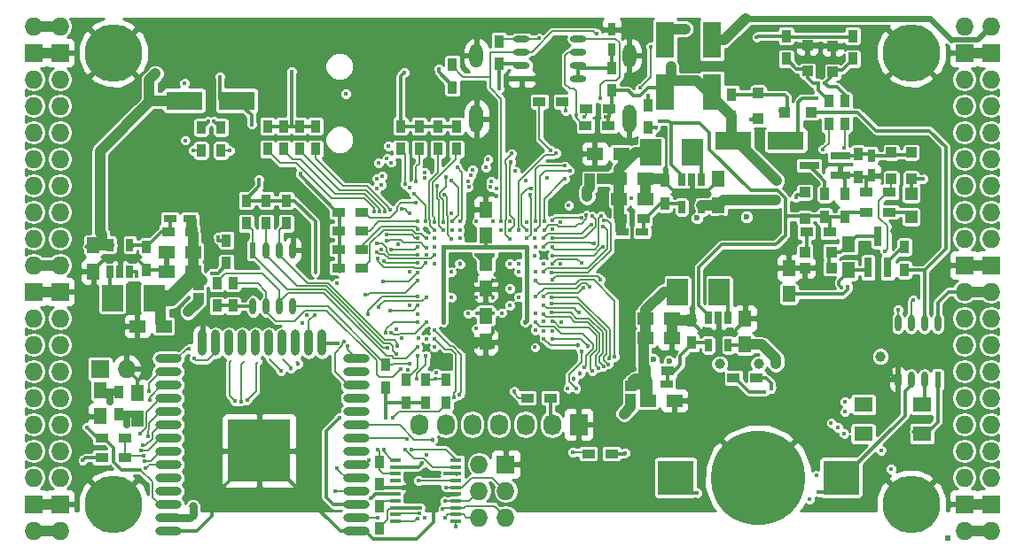
<source format=gbl>
G04 #@! TF.FileFunction,Copper,L4,Bot,Signal*
%FSLAX46Y46*%
G04 Gerber Fmt 4.6, Leading zero omitted, Abs format (unit mm)*
G04 Created by KiCad (PCBNEW 4.0.7+dfsg1-1) date Tue Jan  9 13:07:24 2018*
%MOMM*%
%LPD*%
G01*
G04 APERTURE LIST*
%ADD10C,0.100000*%
%ADD11O,1.727200X1.727200*%
%ADD12R,1.727200X1.727200*%
%ADD13R,0.500000X0.500000*%
%ADD14R,0.900000X1.200000*%
%ADD15R,1.000000X1.000000*%
%ADD16R,1.800000X3.500000*%
%ADD17R,2.000000X2.500000*%
%ADD18R,0.700000X1.200000*%
%ADD19R,1.250000X1.500000*%
%ADD20R,1.500000X1.250000*%
%ADD21R,0.800000X1.900000*%
%ADD22R,1.900000X0.800000*%
%ADD23R,1.200000X0.750000*%
%ADD24R,0.750000X1.200000*%
%ADD25R,1.200000X0.900000*%
%ADD26C,5.500000*%
%ADD27R,1.000000X0.400000*%
%ADD28R,1.727200X2.032000*%
%ADD29O,1.727200X2.032000*%
%ADD30R,3.500000X1.800000*%
%ADD31R,3.500000X3.300000*%
%ADD32C,9.000000*%
%ADD33O,1.300000X2.700000*%
%ADD34O,1.300000X2.300000*%
%ADD35R,0.600000X1.550000*%
%ADD36O,0.600000X1.550000*%
%ADD37R,1.550000X0.600000*%
%ADD38O,1.550000X0.600000*%
%ADD39O,2.500000X0.900000*%
%ADD40O,0.900000X2.500000*%
%ADD41R,6.000000X6.000000*%
%ADD42R,1.800000X1.400000*%
%ADD43R,1.200000X1.200000*%
%ADD44C,0.400000*%
%ADD45C,1.000000*%
%ADD46C,0.600000*%
%ADD47C,0.454000*%
%ADD48C,0.800000*%
%ADD49C,0.700000*%
%ADD50C,0.300000*%
%ADD51C,0.190000*%
%ADD52C,1.000000*%
%ADD53C,0.600000*%
%ADD54C,0.500000*%
%ADD55C,0.800000*%
%ADD56C,0.700000*%
%ADD57C,0.400000*%
%ADD58C,1.500000*%
%ADD59C,0.127000*%
%ADD60C,1.200000*%
%ADD61C,0.200000*%
%ADD62C,0.254000*%
G04 APERTURE END LIST*
D10*
D11*
X97910000Y-62690000D03*
X95370000Y-62690000D03*
D12*
X97910000Y-65230000D03*
X95370000Y-65230000D03*
D11*
X97910000Y-67770000D03*
X95370000Y-67770000D03*
X97910000Y-70310000D03*
X95370000Y-70310000D03*
X97910000Y-72850000D03*
X95370000Y-72850000D03*
X97910000Y-75390000D03*
X95370000Y-75390000D03*
X97910000Y-77930000D03*
X95370000Y-77930000D03*
X97910000Y-80470000D03*
X95370000Y-80470000D03*
X97910000Y-83010000D03*
X95370000Y-83010000D03*
X97910000Y-85550000D03*
X95370000Y-85550000D03*
D12*
X97910000Y-88090000D03*
X95370000Y-88090000D03*
D11*
X97910000Y-90630000D03*
X95370000Y-90630000D03*
X97910000Y-93170000D03*
X95370000Y-93170000D03*
X97910000Y-95710000D03*
X95370000Y-95710000D03*
X97910000Y-98250000D03*
X95370000Y-98250000D03*
X97910000Y-100790000D03*
X95370000Y-100790000D03*
X97910000Y-103330000D03*
X95370000Y-103330000D03*
X97910000Y-105870000D03*
X95370000Y-105870000D03*
D12*
X97910000Y-108410000D03*
X95370000Y-108410000D03*
D11*
X97910000Y-110950000D03*
X95370000Y-110950000D03*
D13*
X182675150Y-111637626D03*
D14*
X103498000Y-99858000D03*
X103498000Y-97658000D03*
D15*
X152393000Y-97142000D03*
X152393000Y-98342000D03*
D16*
X155695000Y-69000000D03*
X155695000Y-64000000D03*
D14*
X154044000Y-72426000D03*
X154044000Y-70226000D03*
D17*
X160870000Y-88090000D03*
X156870000Y-88090000D03*
D18*
X159825000Y-90600000D03*
X160775000Y-90600000D03*
X161725000Y-90600000D03*
X161725000Y-93200000D03*
X159825000Y-93200000D03*
D17*
X102895000Y-88725000D03*
X106895000Y-88725000D03*
D18*
X104575000Y-86215000D03*
X103625000Y-86215000D03*
X102675000Y-86215000D03*
X102675000Y-83615000D03*
X104575000Y-83615000D03*
D17*
X158330000Y-74755000D03*
X154330000Y-74755000D03*
D18*
X157285000Y-77392000D03*
X158235000Y-77392000D03*
X159185000Y-77392000D03*
X159185000Y-79992000D03*
X157285000Y-79992000D03*
D19*
X101085000Y-83665000D03*
X101085000Y-86165000D03*
D20*
X153810000Y-90630000D03*
X156310000Y-90630000D03*
X153810000Y-92535000D03*
X156310000Y-92535000D03*
D19*
X163315000Y-93150000D03*
X163315000Y-90650000D03*
D20*
X151270000Y-79200000D03*
X153770000Y-79200000D03*
X151270000Y-77295000D03*
X153770000Y-77295000D03*
D19*
X160775000Y-79815000D03*
X160775000Y-77315000D03*
D20*
X110590000Y-84280000D03*
X108090000Y-84280000D03*
X110590000Y-86185000D03*
X108090000Y-86185000D03*
D19*
X173221000Y-86038000D03*
X173221000Y-83538000D03*
D21*
X176965000Y-85780000D03*
X175065000Y-85780000D03*
X176015000Y-82780000D03*
D22*
X172435000Y-75075000D03*
X172435000Y-76975000D03*
X169435000Y-76025000D03*
D23*
X153910000Y-96910000D03*
X155810000Y-96910000D03*
X151570000Y-82375000D03*
X153470000Y-82375000D03*
X110290000Y-81105000D03*
X108390000Y-81105000D03*
D24*
X175380000Y-75075000D03*
X175380000Y-76975000D03*
D25*
X169200000Y-82375000D03*
X171400000Y-82375000D03*
D14*
X172840000Y-80935000D03*
X172840000Y-78735000D03*
D25*
X177115000Y-80470000D03*
X174915000Y-80470000D03*
D14*
X174110000Y-74925000D03*
X174110000Y-77125000D03*
X178555000Y-83815000D03*
X178555000Y-86015000D03*
X113785000Y-83180000D03*
X113785000Y-85380000D03*
X170935000Y-80935000D03*
X170935000Y-78735000D03*
X128390000Y-108580000D03*
X128390000Y-110780000D03*
D25*
X150572000Y-103584000D03*
X148372000Y-103584000D03*
X177115000Y-78565000D03*
X174915000Y-78565000D03*
X153760000Y-95640000D03*
X155960000Y-95640000D03*
X110440000Y-82375000D03*
X108240000Y-82375000D03*
X151420000Y-81105000D03*
X153620000Y-81105000D03*
D14*
X158235000Y-90800000D03*
X158235000Y-93000000D03*
X106165000Y-86015000D03*
X106165000Y-83815000D03*
X155695000Y-77465000D03*
X155695000Y-79665000D03*
D25*
X126696000Y-85804000D03*
X124496000Y-85804000D03*
X126696000Y-84026000D03*
X124496000Y-84026000D03*
X126696000Y-82248000D03*
X124496000Y-82248000D03*
X126696000Y-80470000D03*
X124496000Y-80470000D03*
D14*
X130422000Y-74458000D03*
X130422000Y-72258000D03*
X132200000Y-74458000D03*
X132200000Y-72258000D03*
X133978000Y-74458000D03*
X133978000Y-72258000D03*
X135756000Y-74458000D03*
X135756000Y-72258000D03*
D24*
X150589600Y-64910000D03*
X150589600Y-63010000D03*
D11*
X184270000Y-110950000D03*
X186810000Y-110950000D03*
D12*
X184270000Y-108410000D03*
X186810000Y-108410000D03*
D11*
X184270000Y-105870000D03*
X186810000Y-105870000D03*
X184270000Y-103330000D03*
X186810000Y-103330000D03*
X184270000Y-100790000D03*
X186810000Y-100790000D03*
X184270000Y-98250000D03*
X186810000Y-98250000D03*
X184270000Y-95710000D03*
X186810000Y-95710000D03*
X184270000Y-93170000D03*
X186810000Y-93170000D03*
X184270000Y-90630000D03*
X186810000Y-90630000D03*
X184270000Y-88090000D03*
X186810000Y-88090000D03*
D12*
X184270000Y-85550000D03*
X186810000Y-85550000D03*
D11*
X184270000Y-83010000D03*
X186810000Y-83010000D03*
X184270000Y-80470000D03*
X186810000Y-80470000D03*
X184270000Y-77930000D03*
X186810000Y-77930000D03*
X184270000Y-75390000D03*
X186810000Y-75390000D03*
X184270000Y-72850000D03*
X186810000Y-72850000D03*
X184270000Y-70310000D03*
X186810000Y-70310000D03*
X184270000Y-67770000D03*
X186810000Y-67770000D03*
D12*
X184270000Y-65230000D03*
X186810000Y-65230000D03*
D11*
X184270000Y-62690000D03*
X186810000Y-62690000D03*
D26*
X102990000Y-108410000D03*
X179190000Y-108410000D03*
X179190000Y-65230000D03*
X102990000Y-65230000D03*
D14*
X162045000Y-71410000D03*
X162045000Y-69210000D03*
X139820000Y-66330000D03*
X139820000Y-64130000D03*
X135375000Y-68532000D03*
X135375000Y-66332000D03*
X150615000Y-68870000D03*
X150615000Y-66670000D03*
D25*
X150275000Y-72215000D03*
X148075000Y-72215000D03*
X150380000Y-70600000D03*
X148180000Y-70600000D03*
D27*
X135735000Y-104215000D03*
X135735000Y-104865000D03*
X135735000Y-105515000D03*
X135735000Y-106165000D03*
X135735000Y-106815000D03*
X135735000Y-107465000D03*
X135735000Y-108115000D03*
X135735000Y-108765000D03*
X135735000Y-109415000D03*
X135735000Y-110065000D03*
X129935000Y-110065000D03*
X129935000Y-109415000D03*
X129935000Y-108765000D03*
X129935000Y-108115000D03*
X129935000Y-107465000D03*
X129935000Y-106815000D03*
X129935000Y-106165000D03*
X129935000Y-105515000D03*
X129935000Y-104865000D03*
X129935000Y-104215000D03*
D14*
X119500000Y-79370000D03*
X119500000Y-81570000D03*
X114420000Y-89444000D03*
X114420000Y-87244000D03*
X129025000Y-97275000D03*
X129025000Y-95075000D03*
X117595000Y-79370000D03*
X117595000Y-81570000D03*
X112896000Y-89444000D03*
X112896000Y-87244000D03*
X115690000Y-79370000D03*
X115690000Y-81570000D03*
D25*
X144730000Y-98250000D03*
X142530000Y-98250000D03*
D14*
X132835000Y-98715000D03*
X132835000Y-96515000D03*
X130930000Y-98715000D03*
X130930000Y-96515000D03*
D25*
X101890000Y-103965000D03*
X104090000Y-103965000D03*
D12*
X101720000Y-95456000D03*
D11*
X104260000Y-95456000D03*
D25*
X104090000Y-102060000D03*
X101890000Y-102060000D03*
D19*
X167506000Y-88324000D03*
X167506000Y-85824000D03*
D25*
X164415000Y-96345000D03*
X162215000Y-96345000D03*
D14*
X167252000Y-65822000D03*
X167252000Y-63622000D03*
D12*
X140455000Y-104600000D03*
D11*
X137915000Y-104600000D03*
X140455000Y-107140000D03*
X137915000Y-107140000D03*
X140455000Y-109680000D03*
X137915000Y-109680000D03*
D19*
X138550000Y-90396000D03*
X138550000Y-92896000D03*
X138550000Y-82736000D03*
X138550000Y-80236000D03*
X138550000Y-85316000D03*
X138550000Y-87816000D03*
X101720000Y-97508000D03*
X101720000Y-100008000D03*
D14*
X113277000Y-74585000D03*
X113277000Y-72385000D03*
X111372000Y-74585000D03*
X111372000Y-72385000D03*
X172840000Y-72045000D03*
X172840000Y-69845000D03*
X171316000Y-72045000D03*
X171316000Y-69845000D03*
D28*
X147440000Y-100790000D03*
D29*
X144900000Y-100790000D03*
X142360000Y-100790000D03*
X139820000Y-100790000D03*
X137280000Y-100790000D03*
X134740000Y-100790000D03*
X132200000Y-100790000D03*
D19*
X105276000Y-100262000D03*
X105276000Y-97762000D03*
D30*
X109761000Y-69802000D03*
X114761000Y-69802000D03*
X167212000Y-73612000D03*
X162212000Y-73612000D03*
D16*
X160140000Y-64000000D03*
X160140000Y-69000000D03*
D20*
X154064000Y-98504000D03*
X156564000Y-98504000D03*
X107796000Y-91392000D03*
X105296000Y-91392000D03*
X151484000Y-74882000D03*
X148984000Y-74882000D03*
D14*
X173602000Y-65822000D03*
X173602000Y-63622000D03*
X134740000Y-96515000D03*
X134740000Y-98715000D03*
D31*
X172485000Y-105870000D03*
X156685000Y-105870000D03*
D32*
X164585000Y-105870000D03*
D15*
X169284000Y-66988000D03*
X169284000Y-64488000D03*
X171697000Y-67081000D03*
X171697000Y-64581000D03*
X169050000Y-84280000D03*
X171550000Y-84280000D03*
X169030000Y-81085000D03*
X169030000Y-78585000D03*
X171550000Y-85804000D03*
X169050000Y-85804000D03*
X179190000Y-77275000D03*
X179190000Y-74775000D03*
X177285000Y-74775000D03*
X177285000Y-77275000D03*
X167145000Y-70945000D03*
X169645000Y-70945000D03*
X164585000Y-69060000D03*
X164585000Y-71560000D03*
X111118000Y-87490000D03*
X111118000Y-88690000D03*
X149691000Y-77295000D03*
X148491000Y-77295000D03*
D14*
X128390000Y-106546000D03*
X128390000Y-104346000D03*
X117722000Y-74458000D03*
X117722000Y-72258000D03*
X119246000Y-74458000D03*
X119246000Y-72258000D03*
X120770000Y-74458000D03*
X120770000Y-72258000D03*
X122294000Y-74458000D03*
X122294000Y-72258000D03*
D25*
X145880000Y-69900000D03*
X143680000Y-69900000D03*
D33*
X152280000Y-71550000D03*
X137680000Y-71550000D03*
D34*
X137680000Y-65500000D03*
X152280000Y-65500000D03*
D35*
X181730000Y-96505000D03*
D36*
X180460000Y-96505000D03*
X179190000Y-96505000D03*
X177920000Y-96505000D03*
X177920000Y-91105000D03*
X179190000Y-91105000D03*
X180460000Y-91105000D03*
X181730000Y-91105000D03*
D37*
X141980000Y-67706500D03*
D38*
X141980000Y-66436500D03*
X141980000Y-65166500D03*
X141980000Y-63896500D03*
X147380000Y-63896500D03*
X147380000Y-65166500D03*
X147380000Y-66436500D03*
X147380000Y-67706500D03*
D35*
X116325000Y-84120000D03*
D36*
X117595000Y-84120000D03*
X118865000Y-84120000D03*
X120135000Y-84120000D03*
X120135000Y-89520000D03*
X118865000Y-89520000D03*
X117595000Y-89520000D03*
X116325000Y-89520000D03*
D39*
X126230000Y-111000000D03*
X126230000Y-109730000D03*
X126230000Y-108460000D03*
X126230000Y-107190000D03*
X126230000Y-105920000D03*
X126230000Y-104650000D03*
X126230000Y-103380000D03*
X126230000Y-102110000D03*
X126230000Y-100840000D03*
X126230000Y-99570000D03*
X126230000Y-98300000D03*
X126230000Y-97030000D03*
X126230000Y-95760000D03*
X126230000Y-94490000D03*
D40*
X122945000Y-93000000D03*
X121675000Y-93000000D03*
X120405000Y-93000000D03*
X119135000Y-93000000D03*
X117865000Y-93000000D03*
X116595000Y-93000000D03*
X115325000Y-93000000D03*
X114055000Y-93000000D03*
X112785000Y-93000000D03*
X111515000Y-93000000D03*
D39*
X108230000Y-94490000D03*
X108230000Y-95760000D03*
X108230000Y-97030000D03*
X108230000Y-98300000D03*
X108230000Y-99570000D03*
X108230000Y-100840000D03*
X108230000Y-102110000D03*
X108230000Y-103380000D03*
X108230000Y-104650000D03*
X108230000Y-105920000D03*
X108230000Y-107190000D03*
X108230000Y-108460000D03*
X108230000Y-109730000D03*
X108230000Y-111000000D03*
D41*
X116930000Y-103300000D03*
D42*
X180212000Y-98882000D03*
X174612000Y-98882000D03*
X174612000Y-101682000D03*
X180212000Y-101682000D03*
D43*
X179190000Y-78735000D03*
X179190000Y-80935000D03*
D44*
X144103496Y-84660400D03*
D45*
X177658444Y-82281349D03*
D44*
X145680000Y-81405125D03*
X145691238Y-94166752D03*
X145759873Y-91010176D03*
D46*
X152525938Y-81463870D03*
D45*
X162956098Y-95078488D03*
X158539988Y-94868772D03*
D46*
X161075765Y-80992022D03*
X164882869Y-80938986D03*
X156262773Y-81349374D03*
X123437000Y-108972000D03*
D44*
X132871770Y-84533979D03*
X132862998Y-82124544D03*
X131278306Y-86213101D03*
X135281276Y-80583119D03*
X131279502Y-89407325D03*
X170309539Y-85441529D03*
X145672808Y-85396062D03*
X133216000Y-107465000D03*
X137680000Y-88600000D03*
X142480000Y-95000000D03*
X141680000Y-92600000D03*
X140836000Y-84534000D03*
X135284627Y-94985297D03*
X135288625Y-94225619D03*
X134455822Y-94267172D03*
X136095958Y-93369652D03*
D47*
X139264636Y-91615205D03*
D45*
X116880503Y-64802940D03*
X106974809Y-64953974D03*
X175210328Y-64948943D03*
X165417246Y-64954666D03*
D44*
X175495631Y-71457432D03*
X177285000Y-95710000D03*
X140880000Y-81400000D03*
X136085174Y-89394826D03*
X140874194Y-91433353D03*
X142480000Y-94200000D03*
X140880000Y-93400000D03*
X139280000Y-93400000D03*
X137680000Y-93400000D03*
X136880000Y-92600000D03*
X135280000Y-92600000D03*
X132880000Y-91800000D03*
X132880000Y-93400000D03*
D47*
X141042859Y-86994997D03*
X139280000Y-87000000D03*
X136110990Y-86995403D03*
X137680000Y-87000000D03*
X136080000Y-84600000D03*
X139280000Y-88600000D03*
D45*
X101707889Y-82423180D03*
X107021491Y-67228122D03*
X166284693Y-95025145D03*
X166248957Y-79348409D03*
X166343357Y-77477990D03*
D44*
X172564535Y-87722010D03*
X150030853Y-71331848D03*
D45*
X156235582Y-66548363D03*
X157600000Y-62944000D03*
D44*
X112989237Y-82862408D03*
X116912932Y-77355158D03*
X109760378Y-68177900D03*
X109840000Y-73620000D03*
X132110753Y-92527478D03*
X113658000Y-89360000D03*
X165803369Y-97344883D03*
D45*
X148237462Y-79019093D03*
D44*
X148271935Y-77558071D03*
D45*
X160905403Y-95006436D03*
D46*
X158731133Y-81048929D03*
X154593901Y-94607945D03*
X156088245Y-94762980D03*
D45*
X164625730Y-94982471D03*
D46*
X163462982Y-80942429D03*
D45*
X176254940Y-94288458D03*
D48*
X110593913Y-108636458D03*
D44*
X180340784Y-77316932D03*
X173137949Y-87594275D03*
D49*
X102710050Y-98594954D03*
D44*
X154794000Y-72426000D03*
X129005202Y-100174798D03*
X137659051Y-91638034D03*
X139820000Y-68665673D03*
X172834633Y-99599920D03*
X172879922Y-98618650D03*
X176305593Y-103279812D03*
X164433885Y-63737451D03*
X134079160Y-66786153D03*
X100080000Y-104200000D03*
X135273306Y-88618602D03*
X139272517Y-84611349D03*
X137680556Y-84534085D03*
X141680000Y-86200000D03*
X135280000Y-86200000D03*
X132880000Y-92600000D03*
X141680000Y-88600000D03*
X141680000Y-85400000D03*
X129983242Y-91668979D03*
X121431221Y-90311593D03*
X130566572Y-92512084D03*
X121041200Y-91125073D03*
X146394787Y-97333919D03*
X143300000Y-86220000D03*
X147175985Y-97333919D03*
X147700000Y-93820000D03*
X144900000Y-91820000D03*
X142277990Y-91000000D03*
D45*
X110128890Y-90028152D03*
D44*
X142480000Y-83800000D03*
X134480000Y-83800000D03*
X134480000Y-91000000D03*
X105245010Y-86595559D03*
X125193541Y-69156848D03*
X155149360Y-71764535D03*
X170182962Y-69571012D03*
X170362901Y-107286196D03*
X158716651Y-107325176D03*
X136028224Y-97922729D03*
X128216338Y-109760338D03*
X132708000Y-109680000D03*
X134750646Y-106810513D03*
X133680000Y-91800000D03*
X135517016Y-98167170D03*
X134675868Y-108131585D03*
D47*
X133449289Y-102232615D03*
D44*
X133680000Y-92600000D03*
X132936956Y-103711000D03*
X127385678Y-104203668D03*
X133685482Y-93402296D03*
X134463998Y-108841973D03*
X131986331Y-96404793D03*
X131039072Y-102187000D03*
X134636872Y-109719950D03*
X132846234Y-94197073D03*
X176700000Y-84220000D03*
X143260000Y-84620000D03*
X120834553Y-76779094D03*
X130761990Y-67119621D03*
X147186000Y-71200000D03*
X147983153Y-71347080D03*
X149475951Y-69619684D03*
X153297112Y-68608292D03*
X177926984Y-89812061D03*
X154329326Y-64643767D03*
X152497066Y-79193467D03*
X146481406Y-79819384D03*
X143650666Y-63862520D03*
X179351513Y-88868327D03*
X149134122Y-63424051D03*
X140035989Y-81400000D03*
X128776655Y-87127857D03*
X115759823Y-98502036D03*
X132083026Y-86260405D03*
X119008515Y-95662939D03*
D47*
X119978162Y-95412951D03*
X120634035Y-94977604D03*
D44*
X116198000Y-72088000D03*
X127586603Y-107875044D03*
X113157250Y-67567056D03*
X146180000Y-70800000D03*
X131453853Y-103208291D03*
X149771692Y-81825658D03*
X144080000Y-86200000D03*
X149533922Y-86909940D03*
X144894316Y-86977564D03*
X144896700Y-83835368D03*
X149549750Y-80868432D03*
D47*
X147343891Y-93217126D03*
D44*
X144113248Y-92588762D03*
X144875155Y-86292748D03*
X149846468Y-81303978D03*
X148696112Y-80861847D03*
X144916886Y-82991356D03*
D47*
X148349010Y-93322307D03*
D44*
X144882352Y-92577990D03*
X144902941Y-90956495D03*
X148747982Y-95669626D03*
X144867244Y-90112484D03*
X149795895Y-95251084D03*
X144855814Y-89268481D03*
X150278898Y-95040253D03*
X150345974Y-94517527D03*
X144877648Y-88622010D03*
X150889207Y-94332565D03*
X143280000Y-87000000D03*
X131084713Y-95564177D03*
X130135246Y-93288711D03*
X130422000Y-95456000D03*
X131316164Y-94959140D03*
X129978307Y-94019141D03*
X132031990Y-93400000D03*
X129182185Y-93441046D03*
X141280657Y-97642010D03*
X133852393Y-95875797D03*
X133762848Y-96395146D03*
X132080000Y-94200000D03*
X128622659Y-84064643D03*
X105895603Y-103765816D03*
X129449238Y-89873934D03*
X130839486Y-103208291D03*
X132075624Y-89410644D03*
X128806823Y-103185900D03*
X128312094Y-89556924D03*
X132162861Y-106185868D03*
X132880000Y-88600000D03*
X127040053Y-88426410D03*
X124322162Y-105002357D03*
X132080000Y-87000000D03*
X125356479Y-93255401D03*
X124202418Y-107207639D03*
X110599084Y-74589383D03*
X132024412Y-109766775D03*
X114104080Y-74612196D03*
X132219727Y-109277292D03*
X115165033Y-98598050D03*
X131847310Y-79589886D03*
X132080000Y-81400000D03*
X132080007Y-82103333D03*
X132872609Y-82968555D03*
X133627359Y-81414685D03*
X133648389Y-82190597D03*
X131923295Y-77584853D03*
X130856828Y-77786820D03*
X129533728Y-91985990D03*
X132880000Y-91000000D03*
X129006717Y-91985990D03*
X132077648Y-90977990D03*
X131275302Y-80595752D03*
X130489904Y-80167235D03*
X128823114Y-85153560D03*
X132072985Y-85377990D03*
X134476508Y-82180155D03*
X133942383Y-77980766D03*
X163908850Y-71651861D03*
X135656559Y-110610712D03*
X132468001Y-104503413D03*
X146844288Y-103452739D03*
D49*
X104260000Y-100790000D03*
D44*
X114604320Y-98573680D03*
X112376133Y-86324551D03*
X165170594Y-97666317D03*
X170157734Y-105666345D03*
X169506589Y-107953726D03*
X170735900Y-74464979D03*
X143257990Y-83000000D03*
X168166438Y-79108038D03*
X151896383Y-103510715D03*
X112614274Y-71803529D03*
X112074854Y-71810535D03*
X143269694Y-93414905D03*
X177274002Y-105079115D03*
X172761273Y-101651681D03*
X143280000Y-91800000D03*
X172193360Y-101105663D03*
X144064831Y-91877646D03*
X144080000Y-90956495D03*
X171540304Y-100645743D03*
X135320520Y-82196441D03*
X129493343Y-75737814D03*
X136080000Y-82200000D03*
X129125079Y-75315804D03*
X136080000Y-83000000D03*
X129252218Y-74142461D03*
X142377451Y-77497451D03*
X172746637Y-74347988D03*
X143280000Y-83800000D03*
X170300000Y-68151000D03*
X170950000Y-68125562D03*
X125039468Y-92834407D03*
X122207049Y-90299314D03*
X132082956Y-90210779D03*
X124361185Y-87274371D03*
X124361184Y-87274370D03*
X182675150Y-111637626D03*
X166678914Y-70803555D03*
X129660000Y-100155000D03*
X124580000Y-100155000D03*
X127308270Y-90221456D03*
X132084049Y-88558274D03*
X128280000Y-103200000D03*
X120008000Y-67008000D03*
X133680000Y-83000000D03*
X129457990Y-80285112D03*
X133680000Y-83800000D03*
X128943593Y-80399729D03*
X130204628Y-83599483D03*
X128416582Y-80399850D03*
X127889625Y-80407426D03*
X133680000Y-85400000D03*
X144780000Y-74590382D03*
X124453000Y-93043000D03*
X137689001Y-90122990D03*
D45*
X151758000Y-99774000D03*
D44*
X136885174Y-90194826D03*
X140094890Y-90122990D03*
X139280000Y-90122990D03*
X140880000Y-89400000D03*
X140880000Y-87800000D03*
X140880000Y-85400000D03*
D47*
X136080000Y-85400000D03*
D44*
X128333179Y-75769807D03*
X134613000Y-78819000D03*
X135280000Y-83022010D03*
X154052298Y-69302298D03*
X100450000Y-101044000D03*
X132285867Y-108754446D03*
X134707351Y-105508447D03*
X139280000Y-81400000D03*
X139578623Y-78205862D03*
X139034115Y-78040948D03*
X139046749Y-77514088D03*
X138580000Y-76200000D03*
X138779198Y-75400762D03*
X137680000Y-81400000D03*
X137308732Y-76415018D03*
X137106948Y-76979922D03*
X136859538Y-77550820D03*
X136922059Y-78097889D03*
X136096392Y-81395070D03*
X135830698Y-76200613D03*
X135315381Y-81391918D03*
X135280062Y-77463305D03*
X134471370Y-81406751D03*
X134758050Y-77130140D03*
D47*
X146942280Y-96452058D03*
X147534467Y-95913260D03*
D44*
X147928857Y-95339016D03*
X143322010Y-91000657D03*
X149284391Y-95377990D03*
X144077013Y-90266968D03*
X147430953Y-90112484D03*
X144076240Y-89395301D03*
X143322010Y-90201951D03*
X147910791Y-87683418D03*
X144082832Y-88584510D03*
X143322010Y-88595030D03*
X148483539Y-87608166D03*
X144102010Y-85397219D03*
X144889349Y-85448737D03*
X147687390Y-85374093D03*
X149732494Y-83807694D03*
X144912409Y-84635817D03*
X148921512Y-83442010D03*
X144103186Y-83777990D03*
X148610661Y-81705858D03*
X144102010Y-83000000D03*
X144888125Y-82147345D03*
X148175253Y-80781550D03*
X144125486Y-82186468D03*
X147688311Y-80983115D03*
X144880008Y-81303333D03*
X142841210Y-78784254D03*
X142473549Y-82998913D03*
X142864275Y-78217369D03*
X142437464Y-82181475D03*
X146089079Y-77300571D03*
X144144931Y-81387081D03*
X144394875Y-77219934D03*
X146577729Y-76500816D03*
X143281475Y-82206074D03*
X146130802Y-76060132D03*
X143300920Y-81377293D03*
X145255695Y-74817220D03*
X141662690Y-82207782D03*
X142456909Y-81405800D03*
X140030954Y-82200000D03*
X141342967Y-76554996D03*
X141046643Y-74873804D03*
X140864029Y-83041403D03*
X140874966Y-82177164D03*
X140980062Y-75681941D03*
X132761172Y-77202673D03*
X132737245Y-76676207D03*
X128644933Y-77050030D03*
X128152012Y-77257840D03*
X128125571Y-78233647D03*
X110718734Y-94451783D03*
X128590544Y-77894041D03*
X110249038Y-93533767D03*
X106368514Y-97598098D03*
X131253134Y-78134216D03*
X106477197Y-98487772D03*
X131709326Y-78745875D03*
X132783339Y-81400004D03*
X132079024Y-82984045D03*
X129109095Y-82655074D03*
X105572759Y-101661319D03*
X106276126Y-101893466D03*
X132880889Y-83897835D03*
X129054383Y-83179239D03*
X129487667Y-84079929D03*
X132083682Y-83828056D03*
X105813763Y-102819336D03*
X128165458Y-83509725D03*
X132062099Y-84533979D03*
X105627254Y-103312241D03*
X128182016Y-84353737D03*
X105992720Y-104283802D03*
X133671942Y-84595200D03*
X128207686Y-84880123D03*
X106088753Y-104974041D03*
X132834641Y-85377990D03*
D50*
X155822000Y-83645000D02*
X155822000Y-81790147D01*
X155822000Y-81790147D02*
X156262773Y-81349374D01*
X153039876Y-83645000D02*
X155822000Y-83645000D01*
X152525938Y-83131062D02*
X153039876Y-83645000D01*
X152525938Y-81463870D02*
X152525938Y-83131062D01*
D51*
X138029000Y-66332000D02*
X138115000Y-66246000D01*
D50*
X133415999Y-107664999D02*
X133216000Y-107465000D01*
X133612013Y-107861013D02*
X133415999Y-107664999D01*
X131991648Y-111780338D02*
X133612013Y-110159973D01*
X127810434Y-111780338D02*
X131991648Y-111780338D01*
X133612013Y-110159973D02*
X133612013Y-107861013D01*
X127060434Y-111030338D02*
X127810434Y-111780338D01*
X126260434Y-111030338D02*
X127060434Y-111030338D01*
D52*
X184270000Y-108410000D02*
X186810000Y-108410000D01*
X184270000Y-85550000D02*
X186810000Y-85550000D01*
X184270000Y-65230000D02*
X186810000Y-65230000D01*
X95370000Y-65230000D02*
X97910000Y-65230000D01*
X95370000Y-88090000D02*
X97910000Y-88090000D01*
X95370000Y-108410000D02*
X97910000Y-108410000D01*
D50*
X108260434Y-111030338D02*
X109060434Y-111030338D01*
X109060434Y-111030338D02*
X109140772Y-110950000D01*
X110957617Y-110950000D02*
X112380000Y-109527617D01*
X109140772Y-110950000D02*
X110957617Y-110950000D01*
X112380000Y-109527617D02*
X112380000Y-107854384D01*
X112380000Y-107854384D02*
X116904046Y-103330338D01*
X116904046Y-103330338D02*
X116960434Y-103330338D01*
X167506000Y-85824000D02*
X169927068Y-85824000D01*
X169927068Y-85824000D02*
X170109540Y-85641528D01*
X170109540Y-85641528D02*
X170309539Y-85441529D01*
X104260000Y-95456000D02*
X105276000Y-96472000D01*
X105276000Y-96472000D02*
X105276000Y-97762000D01*
X133216000Y-107465000D02*
X132214478Y-107465000D01*
X135735000Y-107465000D02*
X133216000Y-107465000D01*
X132214478Y-107465000D02*
X131572496Y-106823018D01*
X131572496Y-106823018D02*
X129919874Y-106823018D01*
X126260434Y-111030338D02*
X124660659Y-111030338D01*
X124660659Y-111030338D02*
X116960659Y-103330338D01*
X116960659Y-103330338D02*
X116960434Y-103330338D01*
X129935000Y-106815000D02*
X128659000Y-106815000D01*
X128659000Y-106815000D02*
X128390000Y-106546000D01*
X128390000Y-106546000D02*
X128558000Y-106546000D01*
X136126306Y-93400000D02*
X136095958Y-93369652D01*
X136880000Y-92600000D02*
X136110348Y-93369652D01*
X136049652Y-93369652D02*
X136095958Y-93369652D01*
X137680000Y-93400000D02*
X136126306Y-93400000D01*
X135280000Y-92600000D02*
X136049652Y-93369652D01*
X136110348Y-93369652D02*
X136095958Y-93369652D01*
X139264636Y-92054364D02*
X139264636Y-91936231D01*
X139264636Y-91936231D02*
X139264636Y-91615205D01*
X138550000Y-92769000D02*
X139264636Y-92054364D01*
X136880000Y-92600000D02*
X137680000Y-93400000D01*
X136880000Y-92600000D02*
X138381000Y-92600000D01*
X138381000Y-92600000D02*
X138550000Y-92769000D01*
X135280000Y-92600000D02*
X136880000Y-92600000D01*
X138550000Y-92769000D02*
X138649000Y-92769000D01*
X138649000Y-92769000D02*
X139280000Y-93400000D01*
X138550000Y-92769000D02*
X138311000Y-92769000D01*
X138311000Y-92769000D02*
X137680000Y-93400000D01*
X175042385Y-64781000D02*
X175210328Y-64948943D01*
X171697000Y-64781000D02*
X175042385Y-64781000D01*
X165683912Y-64688000D02*
X165417246Y-64954666D01*
X169284000Y-64688000D02*
X165683912Y-64688000D01*
X169284000Y-64688000D02*
X171604000Y-64688000D01*
X171604000Y-64688000D02*
X171697000Y-64781000D01*
X177285000Y-95710000D02*
X177285000Y-95964000D01*
X177285000Y-95964000D02*
X177920000Y-96599000D01*
X102210000Y-84915000D02*
X103625000Y-84915000D01*
X103625000Y-84915000D02*
X105215000Y-84915000D01*
X103625000Y-86215000D02*
X103625000Y-84915000D01*
X105215000Y-84915000D02*
X106165000Y-85865000D01*
X106165000Y-85865000D02*
X106165000Y-86015000D01*
X101085000Y-86165000D02*
X101085000Y-86040000D01*
X101085000Y-86040000D02*
X102210000Y-84915000D01*
X106165000Y-86015000D02*
X107920000Y-86015000D01*
X107920000Y-86015000D02*
X108090000Y-86185000D01*
D52*
X153770000Y-77295000D02*
X155525000Y-77295000D01*
D50*
X155525000Y-77295000D02*
X155695000Y-77465000D01*
D52*
X153770000Y-79200000D02*
X153770000Y-77295000D01*
D50*
X174110000Y-77125000D02*
X174745000Y-77125000D01*
X174745000Y-77125000D02*
X175230000Y-77125000D01*
X174915000Y-78565000D02*
X174915000Y-77295000D01*
X174915000Y-77295000D02*
X174745000Y-77125000D01*
X172840000Y-78735000D02*
X172840000Y-77380000D01*
X172840000Y-77380000D02*
X172435000Y-76975000D01*
X175230000Y-77125000D02*
X175380000Y-76975000D01*
X172435000Y-76975000D02*
X173960000Y-76975000D01*
X173960000Y-76975000D02*
X174110000Y-77125000D01*
X137680000Y-86200000D02*
X137680000Y-86600000D01*
X136080000Y-84600000D02*
X137680000Y-86200000D01*
X159850000Y-78365000D02*
X158235000Y-78365000D01*
X158235000Y-78365000D02*
X156445000Y-78365000D01*
X158235000Y-77235000D02*
X158235000Y-78365000D01*
X160775000Y-77315000D02*
X160775000Y-77440000D01*
X160775000Y-77440000D02*
X159850000Y-78365000D01*
X156445000Y-78365000D02*
X155695000Y-77615000D01*
X155695000Y-77615000D02*
X155695000Y-77465000D01*
D52*
X156310000Y-90630000D02*
X156310000Y-92535000D01*
X158235000Y-90800000D02*
X156480000Y-90800000D01*
D50*
X156480000Y-90800000D02*
X156310000Y-90630000D01*
X163315000Y-90650000D02*
X163315000Y-90834602D01*
X163315000Y-90834602D02*
X162249602Y-91900000D01*
X162249602Y-91900000D02*
X160775000Y-91900000D01*
X101085000Y-86165000D02*
X101085000Y-85929893D01*
X106165000Y-85944374D02*
X106165000Y-86015000D01*
X159185000Y-91900000D02*
X160775000Y-91900000D01*
X160775000Y-90600000D02*
X160775000Y-91900000D01*
X158235000Y-90800000D02*
X158235000Y-90950000D01*
X158235000Y-90950000D02*
X159185000Y-91900000D01*
X108090000Y-84280000D02*
X108090000Y-86185000D01*
X107625000Y-84745000D02*
X108090000Y-84280000D01*
X108070000Y-84260000D02*
X108090000Y-84280000D01*
X141037856Y-87000000D02*
X141042859Y-86994997D01*
X139280000Y-87000000D02*
X141037856Y-87000000D01*
X136432016Y-86995403D02*
X136110990Y-86995403D01*
X137284597Y-86995403D02*
X136432016Y-86995403D01*
X137680000Y-86600000D02*
X137284597Y-86995403D01*
X137680000Y-86600000D02*
X137680000Y-87000000D01*
D52*
X101707889Y-74640111D02*
X101707889Y-81716074D01*
X106407114Y-69940886D02*
X101707889Y-74640111D01*
D50*
X101733051Y-82423180D02*
X101707889Y-82423180D01*
D52*
X101707889Y-81716074D02*
X101707889Y-82423180D01*
D50*
X101913492Y-82603621D02*
X101733051Y-82423180D01*
D52*
X106407114Y-69940886D02*
X106407114Y-67842499D01*
X106521492Y-67728121D02*
X107021491Y-67228122D01*
X106407114Y-67842499D02*
X106521492Y-67728121D01*
X166284693Y-94494693D02*
X166284693Y-95025145D01*
X164940000Y-93150000D02*
X166284693Y-94494693D01*
X163315000Y-93150000D02*
X164940000Y-93150000D01*
X165541851Y-79348409D02*
X166248957Y-79348409D01*
X161241591Y-79348409D02*
X165541851Y-79348409D01*
X160790000Y-79800000D02*
X161241591Y-79348409D01*
D50*
X150615000Y-68870000D02*
X152180000Y-68870000D01*
X153331001Y-69348999D02*
X152658999Y-69348999D01*
X152658999Y-69348999D02*
X152180000Y-68870000D01*
X154087002Y-68592998D02*
X155287998Y-68592998D01*
X153331001Y-69348999D02*
X154087002Y-68592998D01*
X155287998Y-68592998D02*
X155695000Y-69000000D01*
D52*
X162045000Y-71410000D02*
X162045000Y-73179633D01*
X162045000Y-73179633D02*
X165843358Y-76977991D01*
X165843358Y-76977991D02*
X166343357Y-77477990D01*
D50*
X101085000Y-83665000D02*
X101684316Y-83665000D01*
X101684316Y-83665000D02*
X101913492Y-83435824D01*
D52*
X101913492Y-83435824D02*
X101913492Y-82603621D01*
D50*
X172296000Y-87453475D02*
X172364536Y-87522011D01*
X172364536Y-87522011D02*
X172564535Y-87722010D01*
X172296000Y-87088000D02*
X172296000Y-87453475D01*
X173221000Y-86038000D02*
X173221000Y-86163000D01*
X173221000Y-86163000D02*
X172296000Y-87088000D01*
X150275000Y-71465000D02*
X150380000Y-71360000D01*
X150380000Y-71360000D02*
X150380000Y-70600000D01*
X150615000Y-70935000D02*
X150615000Y-69995990D01*
X150615000Y-69995990D02*
X150615000Y-68870000D01*
X150313695Y-71331848D02*
X150030853Y-71331848D01*
X150141848Y-71331848D02*
X150030853Y-71331848D01*
X150275000Y-71465000D02*
X150141848Y-71331848D01*
X150275000Y-72215000D02*
X150275000Y-71465000D01*
X160140000Y-69000000D02*
X160140000Y-69850000D01*
X160140000Y-69850000D02*
X161700000Y-71410000D01*
D52*
X156235582Y-67716832D02*
X156235582Y-66548363D01*
X158681338Y-67896338D02*
X156415088Y-67896338D01*
X156415088Y-67896338D02*
X156235582Y-67716832D01*
D50*
X156235582Y-66578582D02*
X156235582Y-66548363D01*
X110610000Y-69548000D02*
X110610000Y-69802000D01*
D52*
X109975000Y-69802000D02*
X106546000Y-69802000D01*
X106546000Y-69802000D02*
X106419000Y-69929000D01*
X106419000Y-69929000D02*
X106407114Y-69940886D01*
D50*
X106419000Y-69675000D02*
X106419000Y-69929000D01*
X100572432Y-83665000D02*
X100424079Y-83813353D01*
X101085000Y-83665000D02*
X100572432Y-83665000D01*
X160790000Y-79800000D02*
X160775000Y-79815000D01*
X160775000Y-79940000D02*
X160775000Y-79815000D01*
X164925000Y-93150000D02*
X164240000Y-93150000D01*
X164240000Y-93150000D02*
X163315000Y-93150000D01*
X101085000Y-83665000D02*
X101085000Y-83790000D01*
D52*
X159185000Y-79835000D02*
X160755000Y-79835000D01*
D50*
X160755000Y-79835000D02*
X160775000Y-79815000D01*
X161725000Y-93200000D02*
X163265000Y-93200000D01*
X163265000Y-93200000D02*
X163315000Y-93150000D01*
X173221000Y-86038000D02*
X174807000Y-86038000D01*
X174807000Y-86038000D02*
X175065000Y-85780000D01*
D52*
X101085000Y-83665000D02*
X102625000Y-83665000D01*
D50*
X102625000Y-83665000D02*
X102675000Y-83615000D01*
X161700000Y-71410000D02*
X162045000Y-71410000D01*
D52*
X162045000Y-71410000D02*
X162045000Y-71260000D01*
X162045000Y-71260000D02*
X158681338Y-67896338D01*
D50*
X162045000Y-71753000D02*
X162045000Y-71410000D01*
X155695000Y-64000000D02*
X155695000Y-63368337D01*
X155695000Y-63368337D02*
X156119337Y-62944000D01*
D52*
X156119337Y-62944000D02*
X157600000Y-62944000D01*
X160140000Y-64000000D02*
X161340000Y-64000000D01*
X161340000Y-64000000D02*
X163399217Y-61940783D01*
D53*
X163399217Y-61940783D02*
X180980783Y-61940783D01*
D54*
X185540000Y-63960000D02*
X186810000Y-62690000D01*
D53*
X180980783Y-61940783D02*
X183000000Y-63960000D01*
D54*
X183000000Y-63960000D02*
X185540000Y-63960000D01*
D50*
X112989237Y-83134237D02*
X112989237Y-82862408D01*
X113035000Y-83180000D02*
X112989237Y-83134237D01*
X113785000Y-83180000D02*
X113035000Y-83180000D01*
X116912932Y-77638000D02*
X116912932Y-77355158D01*
X116912932Y-77997068D02*
X116912932Y-77638000D01*
X115690000Y-79220000D02*
X116912932Y-77997068D01*
X115690000Y-79370000D02*
X115690000Y-79220000D01*
X112896000Y-89444000D02*
X113574000Y-89444000D01*
X113574000Y-89444000D02*
X113658000Y-89360000D01*
X114420000Y-89444000D02*
X113742000Y-89444000D01*
X113742000Y-89444000D02*
X113658000Y-89360000D01*
X112856637Y-89483363D02*
X112896000Y-89444000D01*
X179190000Y-78735000D02*
X179190000Y-77275000D01*
X165803369Y-96833369D02*
X165803369Y-97062041D01*
X165315000Y-96345000D02*
X165803369Y-96833369D01*
X165803369Y-97062041D02*
X165803369Y-97344883D01*
X164415000Y-96345000D02*
X165315000Y-96345000D01*
D52*
X148202000Y-78413082D02*
X148202454Y-78413536D01*
D50*
X148491000Y-77295000D02*
X148491000Y-77339006D01*
X148491000Y-77339006D02*
X148471934Y-77358072D01*
X148471934Y-77358072D02*
X148271935Y-77558071D01*
X148202000Y-78022023D02*
X148271935Y-77952088D01*
X148271935Y-77952088D02*
X148271935Y-77840913D01*
D52*
X148202454Y-78413536D02*
X148202454Y-78984085D01*
X148202454Y-78984085D02*
X148237462Y-79019093D01*
D50*
X148271935Y-77840913D02*
X148271935Y-77558071D01*
D55*
X110593913Y-109202143D02*
X110593913Y-108636458D01*
X110593913Y-109476859D02*
X110593913Y-109202143D01*
X110310434Y-109760338D02*
X110593913Y-109476859D01*
X108260434Y-109760338D02*
X110310434Y-109760338D01*
D50*
X179190000Y-77075000D02*
X179431932Y-77316932D01*
X179431932Y-77316932D02*
X180057942Y-77316932D01*
X180057942Y-77316932D02*
X180340784Y-77316932D01*
D52*
X184270000Y-110950000D02*
X186810000Y-110950000D01*
X184270000Y-88090000D02*
X186810000Y-88090000D01*
X95370000Y-62690000D02*
X97910000Y-62690000D01*
X95370000Y-85550000D02*
X97910000Y-85550000D01*
X95370000Y-110950000D02*
X97910000Y-110950000D01*
D50*
X129025000Y-97275000D02*
X129025000Y-98800000D01*
X129025000Y-98800000D02*
X129025000Y-100155000D01*
X130930000Y-98715000D02*
X129110000Y-98715000D01*
X129110000Y-98715000D02*
X129025000Y-98800000D01*
X167506000Y-88324000D02*
X172691066Y-88324000D01*
X172691066Y-88324000D02*
X173137949Y-87877117D01*
X173137949Y-87877117D02*
X173137949Y-87594275D01*
D56*
X102710050Y-97683950D02*
X102710050Y-98099980D01*
X102736000Y-97658000D02*
X102710050Y-97683950D01*
X102710050Y-98099980D02*
X102710050Y-98594954D01*
X102736000Y-97658000D02*
X101870000Y-97658000D01*
X103498000Y-97658000D02*
X102736000Y-97658000D01*
D50*
X101870000Y-97658000D02*
X101720000Y-97508000D01*
X148202000Y-78413082D02*
X148491000Y-78124082D01*
D52*
X148491000Y-78124082D02*
X148491000Y-77295000D01*
X148202000Y-78413082D02*
X148439744Y-78175338D01*
D50*
X154806000Y-72438000D02*
X154794000Y-72426000D01*
X154044000Y-72426000D02*
X154794000Y-72426000D01*
X129025000Y-100155000D02*
X129005202Y-100174798D01*
X129025000Y-97275000D02*
X129025000Y-98175000D01*
X132835000Y-98715000D02*
X130930000Y-98715000D01*
X173602000Y-63706000D02*
X167336000Y-63706000D01*
X167336000Y-63706000D02*
X167252000Y-63622000D01*
X167252000Y-63622000D02*
X164549336Y-63622000D01*
X164549336Y-63622000D02*
X164433885Y-63737451D01*
X138550000Y-85042000D02*
X138188471Y-85042000D01*
X138188471Y-85042000D02*
X137680556Y-84534085D01*
X138550000Y-85042000D02*
X138841866Y-85042000D01*
X138841866Y-85042000D02*
X139272517Y-84611349D01*
X137680556Y-84534085D02*
X139195253Y-84534085D01*
X139195253Y-84534085D02*
X139272517Y-84611349D01*
X139820000Y-66330000D02*
X139820000Y-68665673D01*
X134079160Y-67068995D02*
X134079160Y-66786153D01*
X134079160Y-67086160D02*
X134079160Y-67068995D01*
X135375000Y-68382000D02*
X134079160Y-67086160D01*
X135375000Y-68532000D02*
X135375000Y-68382000D01*
X181730000Y-89106000D02*
X182746000Y-88090000D01*
X182746000Y-88090000D02*
X184270000Y-88090000D01*
X181730000Y-91011000D02*
X181730000Y-89106000D01*
X144730000Y-98250000D02*
X144730000Y-99266000D01*
X144730000Y-99266000D02*
X144730000Y-99400000D01*
X144730000Y-99400000D02*
X144730000Y-100620000D01*
X122280000Y-86300000D02*
X122280000Y-81400000D01*
X122280000Y-81400000D02*
X120250000Y-79370000D01*
X120250000Y-79370000D02*
X119500000Y-79370000D01*
X100315000Y-103965000D02*
X100080000Y-104200000D01*
X101890000Y-103965000D02*
X100315000Y-103965000D01*
X117595000Y-79370000D02*
X119500000Y-79370000D01*
X115690000Y-79370000D02*
X117595000Y-79370000D01*
X114480000Y-89500000D02*
X116305000Y-89500000D01*
X116305000Y-89500000D02*
X116325000Y-89520000D01*
X144900000Y-98250000D02*
X144730000Y-98250000D01*
X144730000Y-100620000D02*
X144900000Y-100790000D01*
X139820000Y-66330000D02*
X141875000Y-66330000D01*
X141875000Y-66330000D02*
X141980000Y-66435000D01*
D51*
X146493162Y-96651096D02*
X146975986Y-97133920D01*
X146975986Y-97133920D02*
X147175985Y-97333919D01*
X147700000Y-93820000D02*
X147700000Y-94825565D01*
X147700000Y-94825565D02*
X146493162Y-96032403D01*
X146493162Y-96032403D02*
X146493162Y-96651096D01*
D50*
X156010000Y-95710000D02*
X156524914Y-95710000D01*
X156524914Y-95710000D02*
X157145126Y-95089788D01*
X157145126Y-95089788D02*
X157145126Y-94239874D01*
X157145126Y-94239874D02*
X158235000Y-93150000D01*
X158235000Y-93150000D02*
X158235000Y-93000000D01*
X155960000Y-95640000D02*
X155960000Y-96760000D01*
X155960000Y-96760000D02*
X155810000Y-96910000D01*
X158235000Y-93000000D02*
X159625000Y-93000000D01*
X159625000Y-93000000D02*
X159825000Y-93200000D01*
D57*
X142480000Y-90797990D02*
X142477989Y-90800001D01*
X142480000Y-83800000D02*
X142480000Y-90797990D01*
X142477989Y-90800001D02*
X142277990Y-91000000D01*
D52*
X111124699Y-88838819D02*
X111124699Y-89032343D01*
X111124699Y-89032343D02*
X110128890Y-90028152D01*
D57*
X137480000Y-83800000D02*
X138550000Y-83800000D01*
X138550000Y-83800000D02*
X142480000Y-83800000D01*
D50*
X138550000Y-83298000D02*
X138550000Y-83800000D01*
D57*
X134480000Y-83800000D02*
X137480000Y-83800000D01*
X134480000Y-91000000D02*
X134480000Y-83800000D01*
D50*
X105245010Y-86312717D02*
X105245010Y-86595559D01*
X105245010Y-86235010D02*
X105245010Y-86312717D01*
X104575000Y-86215000D02*
X105225000Y-86215000D01*
X105225000Y-86215000D02*
X105245010Y-86235010D01*
X167183550Y-79184144D02*
X167183550Y-81105000D01*
X163850815Y-78403160D02*
X166402566Y-78403160D01*
X159926293Y-72922306D02*
X159926293Y-74478638D01*
X159003987Y-72000000D02*
X159926293Y-72922306D01*
X156280000Y-72000000D02*
X159003987Y-72000000D01*
X166402566Y-78403160D02*
X167183550Y-79184144D01*
X159926293Y-74478638D02*
X163850815Y-78403160D01*
X167183550Y-81105000D02*
X167183550Y-82681450D01*
X166265000Y-83600000D02*
X161080000Y-83600000D01*
X167183550Y-82681450D02*
X166265000Y-83600000D01*
X161080000Y-83600000D02*
X158880000Y-85800000D01*
X158880000Y-85800000D02*
X158880000Y-89400000D01*
X158880000Y-89400000D02*
X159825000Y-90345000D01*
X159825000Y-90345000D02*
X159825000Y-90600000D01*
X156280000Y-72000000D02*
X156044535Y-71764535D01*
X156044535Y-71764535D02*
X155432202Y-71764535D01*
X155432202Y-71764535D02*
X155149360Y-71764535D01*
X169030000Y-80885000D02*
X167403550Y-80885000D01*
X167403550Y-80885000D02*
X167183550Y-81105000D01*
X156280000Y-75980000D02*
X156280000Y-72000000D01*
X157285000Y-77235000D02*
X157285000Y-76985000D01*
X157285000Y-76985000D02*
X156280000Y-75980000D01*
X168980000Y-80885000D02*
X169030000Y-80885000D01*
X169030000Y-80885000D02*
X170885000Y-80885000D01*
X170885000Y-80885000D02*
X170935000Y-80935000D01*
X170935000Y-80935000D02*
X171570000Y-80935000D01*
X171570000Y-80935000D02*
X172840000Y-80935000D01*
X171400000Y-82375000D02*
X171400000Y-81105000D01*
X171400000Y-81105000D02*
X171570000Y-80935000D01*
X174915000Y-80470000D02*
X173305000Y-80470000D01*
X173305000Y-80470000D02*
X172840000Y-80935000D01*
X155210000Y-79665000D02*
X155695000Y-79665000D01*
X153620000Y-81105000D02*
X153770000Y-81105000D01*
X153770000Y-81105000D02*
X155210000Y-79665000D01*
X153620000Y-81105000D02*
X153620000Y-82225000D01*
X153620000Y-82225000D02*
X153470000Y-82375000D01*
X155695000Y-79665000D02*
X157115000Y-79665000D01*
X155525000Y-79835000D02*
X155695000Y-79665000D01*
X157115000Y-79665000D02*
X157285000Y-79835000D01*
X104575000Y-83615000D02*
X105965000Y-83615000D01*
X104775000Y-83815000D02*
X104575000Y-83615000D01*
X108240000Y-82375000D02*
X107605000Y-82375000D01*
X107605000Y-82375000D02*
X106165000Y-83815000D01*
X105965000Y-83615000D02*
X106165000Y-83815000D01*
X108070000Y-82545000D02*
X108240000Y-82375000D01*
X108390000Y-81105000D02*
X108390000Y-82225000D01*
X108390000Y-82225000D02*
X108240000Y-82375000D01*
X168141000Y-73485000D02*
X168402683Y-73223317D01*
X168402683Y-73223317D02*
X168402683Y-69932420D01*
X168402683Y-69932420D02*
X168764091Y-69571012D01*
X168764091Y-69571012D02*
X169900120Y-69571012D01*
X169900120Y-69571012D02*
X170182962Y-69571012D01*
X170645743Y-107286196D02*
X170362901Y-107286196D01*
X171252736Y-107286196D02*
X170645743Y-107286196D01*
X178585200Y-99953732D02*
X171252736Y-107286196D01*
X178585200Y-97635600D02*
X178585200Y-99953732D01*
X179190000Y-97030800D02*
X178585200Y-97635600D01*
X179190000Y-96599000D02*
X179190000Y-97030800D01*
X158433809Y-107325176D02*
X158716651Y-107325176D01*
X158140176Y-107325176D02*
X158433809Y-107325176D01*
X156685000Y-105870000D02*
X158140176Y-107325176D01*
D51*
X136228223Y-97722730D02*
X136028224Y-97922729D01*
X136228223Y-94104329D02*
X136228223Y-97722730D01*
X135425772Y-93301878D02*
X136228223Y-94104329D01*
X135181878Y-93301878D02*
X135425772Y-93301878D01*
X133680000Y-91800000D02*
X135181878Y-93301878D01*
X126260434Y-109760338D02*
X128216338Y-109760338D01*
X126260434Y-109760338D02*
X127060434Y-109760338D01*
X127060434Y-109760338D02*
X127107096Y-109807000D01*
X137254415Y-105873269D02*
X139188269Y-105873269D01*
X139188269Y-105873269D02*
X140455000Y-107140000D01*
X135735000Y-106856777D02*
X135718950Y-106872827D01*
X135718950Y-106872827D02*
X135656636Y-106810513D01*
X135656636Y-106810513D02*
X135033488Y-106810513D01*
X135033488Y-106810513D02*
X134750646Y-106810513D01*
X137254415Y-105873269D02*
X136254857Y-106872827D01*
X135735000Y-106815000D02*
X135735000Y-106856777D01*
X136254857Y-106872827D02*
X135718950Y-106872827D01*
X135717015Y-94041442D02*
X135717015Y-97625405D01*
X135717015Y-97625405D02*
X135517016Y-97825404D01*
X135517016Y-97825404D02*
X135517016Y-97884328D01*
X135517016Y-97884328D02*
X135517016Y-98167170D01*
X133680000Y-92600000D02*
X134698889Y-93618889D01*
X134698889Y-93618889D02*
X135294462Y-93618889D01*
X135294462Y-93618889D02*
X135717015Y-94041442D01*
X133449289Y-102232615D02*
X131722624Y-102232615D01*
X127700434Y-100870338D02*
X126260434Y-100870338D01*
X131722624Y-102232615D02*
X130360347Y-100870338D01*
X130360347Y-100870338D02*
X127700434Y-100870338D01*
X135735000Y-108115000D02*
X136940000Y-108115000D01*
X136940000Y-108115000D02*
X137915000Y-107140000D01*
X135644172Y-108131585D02*
X134958710Y-108131585D01*
X134958710Y-108131585D02*
X134675868Y-108131585D01*
X135669098Y-108106659D02*
X135644172Y-108131585D01*
X135726659Y-108106659D02*
X135669098Y-108106659D01*
X135735000Y-108115000D02*
X135726659Y-108106659D01*
X126909008Y-104680338D02*
X127185679Y-104403667D01*
X126260434Y-104680338D02*
X126909008Y-104680338D01*
X127185679Y-104403667D02*
X127385678Y-104203668D01*
X135735000Y-108765000D02*
X136425000Y-108765000D01*
X136595601Y-108594399D02*
X139369399Y-108594399D01*
X139369399Y-108594399D02*
X139591401Y-108816401D01*
X136425000Y-108765000D02*
X136595601Y-108594399D01*
X139591401Y-108816401D02*
X140455000Y-109680000D01*
X134540971Y-108765000D02*
X134463998Y-108841973D01*
X135735000Y-108765000D02*
X134540971Y-108765000D01*
X132846234Y-94197073D02*
X132846234Y-95083073D01*
X132846234Y-95083073D02*
X131986331Y-95942976D01*
X131986331Y-95942976D02*
X131986331Y-96121951D01*
X131986331Y-96121951D02*
X131986331Y-96404793D01*
X126260434Y-102140338D02*
X130992410Y-102140338D01*
X130992410Y-102140338D02*
X131039072Y-102187000D01*
X136690000Y-109680000D02*
X137915000Y-109680000D01*
X135735000Y-109415000D02*
X136425000Y-109415000D01*
X136425000Y-109415000D02*
X136690000Y-109680000D01*
X134636872Y-109719950D02*
X134941822Y-109415000D01*
X134941822Y-109415000D02*
X135735000Y-109415000D01*
D50*
X182481998Y-74236998D02*
X182481998Y-83998002D01*
X180932202Y-72687202D02*
X182481998Y-74236998D01*
X175826942Y-72687202D02*
X180932202Y-72687202D01*
X174084740Y-70945000D02*
X175826942Y-72687202D01*
X182481998Y-83998002D02*
X180460000Y-86020000D01*
X169445000Y-70945000D02*
X174084740Y-70945000D01*
X180455000Y-86015000D02*
X180460000Y-86020000D01*
X180460000Y-86020000D02*
X180460000Y-91011000D01*
X178555000Y-86015000D02*
X180455000Y-86015000D01*
X176015000Y-82780000D02*
X173979000Y-82780000D01*
X173979000Y-82780000D02*
X173221000Y-83538000D01*
X171350000Y-84280000D02*
X172479000Y-84280000D01*
X172479000Y-84280000D02*
X173221000Y-83538000D01*
X171350000Y-84280000D02*
X171350000Y-85804000D01*
X177285000Y-74975000D02*
X179190000Y-74975000D01*
X175380000Y-75075000D02*
X177185000Y-75075000D01*
X177185000Y-75075000D02*
X177285000Y-74975000D01*
X174110000Y-74925000D02*
X175230000Y-74925000D01*
X175230000Y-74925000D02*
X175380000Y-75075000D01*
X172435000Y-75075000D02*
X173960000Y-75075000D01*
X173960000Y-75075000D02*
X174110000Y-74925000D01*
X169200000Y-82375000D02*
X169200000Y-84230000D01*
X169200000Y-84230000D02*
X169250000Y-84280000D01*
X177115000Y-80470000D02*
X178725000Y-80470000D01*
X178725000Y-80470000D02*
X179190000Y-80935000D01*
X178380000Y-83815000D02*
X178555000Y-83815000D01*
X176965000Y-85780000D02*
X176965000Y-85230000D01*
X176965000Y-85230000D02*
X178380000Y-83815000D01*
X181730000Y-100536000D02*
X180784000Y-101482000D01*
X180784000Y-101482000D02*
X179412000Y-101482000D01*
X181730000Y-96599000D02*
X181730000Y-100536000D01*
X180460000Y-96599000D02*
X180460000Y-99057757D01*
X180460000Y-99057757D02*
X180446075Y-99071682D01*
X170935000Y-78735000D02*
X170935000Y-77525000D01*
X170935000Y-77525000D02*
X169435000Y-76025000D01*
D51*
X177115000Y-78565000D02*
X176965000Y-78565000D01*
X176965000Y-78565000D02*
X176100000Y-79430000D01*
X176100000Y-79430000D02*
X176100000Y-80981630D01*
X176100000Y-80981630D02*
X176936434Y-81818064D01*
X176936434Y-81818064D02*
X176936434Y-84006426D01*
X176936434Y-84006426D02*
X176722860Y-84220000D01*
X176722860Y-84220000D02*
X176700000Y-84220000D01*
X177285000Y-77075000D02*
X177285000Y-78395000D01*
X177285000Y-78395000D02*
X177115000Y-78565000D01*
D50*
X124496000Y-80470000D02*
X124346000Y-80470000D01*
X120834553Y-76958553D02*
X120834553Y-76779094D01*
X124346000Y-80470000D02*
X120834553Y-76958553D01*
X124582000Y-80470000D02*
X124432000Y-80470000D01*
X124582000Y-84279000D02*
X124582000Y-86185000D01*
X124582000Y-82375000D02*
X124582000Y-84279000D01*
X124582000Y-80470000D02*
X124582000Y-82375000D01*
X132200000Y-72258000D02*
X130422000Y-72258000D01*
X133978000Y-72258000D02*
X132200000Y-72258000D01*
X135756000Y-72258000D02*
X133978000Y-72258000D01*
X135748350Y-72191002D02*
X135722352Y-72217000D01*
X130402940Y-67478671D02*
X130761990Y-67119621D01*
X130402940Y-72217000D02*
X130402940Y-67478671D01*
D51*
X147380000Y-65165000D02*
X146460390Y-65165000D01*
X146586447Y-68691785D02*
X146964785Y-68691785D01*
X146460390Y-65165000D02*
X146133498Y-65491892D01*
X146133498Y-65491892D02*
X146133498Y-68238836D01*
X146133498Y-68238836D02*
X146586447Y-68691785D01*
X146964785Y-68691785D02*
X147186000Y-68913000D01*
X147186000Y-68913000D02*
X147186000Y-71200000D01*
X147186000Y-71476000D02*
X147186000Y-71200000D01*
X148075000Y-72215000D02*
X147925000Y-72215000D01*
X147925000Y-72215000D02*
X147186000Y-71476000D01*
X148075000Y-72215000D02*
X148075000Y-71961000D01*
X147380000Y-63895000D02*
X150955962Y-63895000D01*
X150955962Y-63895000D02*
X151352044Y-64291082D01*
X151352044Y-67579418D02*
X151043301Y-67888161D01*
X151352044Y-64291082D02*
X151352044Y-67579418D01*
X151043301Y-67888161D02*
X149894932Y-67888161D01*
X149894932Y-67888161D02*
X149475951Y-68307142D01*
X149475951Y-68307142D02*
X149475951Y-69336842D01*
X149475951Y-69336842D02*
X149475951Y-69619684D01*
X148072920Y-71347080D02*
X147983153Y-71347080D01*
X148180000Y-71240000D02*
X148072920Y-71347080D01*
X148180000Y-70600000D02*
X148180000Y-71240000D01*
X154329326Y-64643767D02*
X154329326Y-67576078D01*
X153497111Y-68408293D02*
X153297112Y-68608292D01*
X154329326Y-67576078D02*
X153497111Y-68408293D01*
X177920000Y-89819045D02*
X177926984Y-89812061D01*
X177920000Y-91011000D02*
X177920000Y-89819045D01*
X141980000Y-63895000D02*
X143618186Y-63895000D01*
X143618186Y-63895000D02*
X143650666Y-63862520D01*
X141980000Y-63895000D02*
X140055000Y-63895000D01*
X140055000Y-63895000D02*
X139820000Y-64130000D01*
X179190000Y-91011000D02*
X179190000Y-89029840D01*
X179190000Y-89029840D02*
X179351513Y-88868327D01*
X142945000Y-65165000D02*
X144935202Y-63174798D01*
X148934123Y-63224052D02*
X149134122Y-63424051D01*
X144935202Y-63174798D02*
X148884869Y-63174798D01*
X148884869Y-63174798D02*
X148934123Y-63224052D01*
X141980000Y-65165000D02*
X142945000Y-65165000D01*
X138980000Y-68578574D02*
X138980000Y-67516000D01*
X140035989Y-81400000D02*
X140035989Y-69634563D01*
X140035989Y-69634563D02*
X138980000Y-68578574D01*
X136409000Y-67516000D02*
X138980000Y-67516000D01*
X138980000Y-67516000D02*
X138980000Y-65165000D01*
X135375000Y-66332000D02*
X135375000Y-66482000D01*
X135375000Y-66482000D02*
X136409000Y-67516000D01*
X138980000Y-65165000D02*
X141980000Y-65165000D01*
D50*
X150589600Y-64910000D02*
X150589600Y-66644600D01*
X150589600Y-66644600D02*
X150615000Y-66670000D01*
X147380000Y-67705000D02*
X147380000Y-66435000D01*
X150615000Y-66670000D02*
X147615000Y-66670000D01*
X147615000Y-66670000D02*
X147380000Y-66435000D01*
D51*
X132083026Y-86260405D02*
X131215574Y-87127857D01*
X131215574Y-87127857D02*
X129059497Y-87127857D01*
X129059497Y-87127857D02*
X128776655Y-87127857D01*
X116854154Y-94779544D02*
X116625434Y-95008264D01*
X116625434Y-97636425D02*
X115959822Y-98302037D01*
X116625434Y-95008264D02*
X116625434Y-97636425D01*
X115959822Y-98302037D02*
X115759823Y-98502036D01*
X118808516Y-95462940D02*
X119008515Y-95662939D01*
X117895434Y-94549858D02*
X118808516Y-95462940D01*
X119751163Y-95185952D02*
X119978162Y-95412951D01*
X119165434Y-94600223D02*
X119751163Y-95185952D01*
X120435434Y-94779003D02*
X120634035Y-94977604D01*
D50*
X116198000Y-72088000D02*
X116198000Y-71239000D01*
X116198000Y-71239000D02*
X114761000Y-69802000D01*
X127786602Y-107675045D02*
X127586603Y-107875044D01*
X129935000Y-107465000D02*
X127996647Y-107465000D01*
X127996647Y-107465000D02*
X127786602Y-107675045D01*
X113157250Y-67849898D02*
X113157250Y-67567056D01*
X113157250Y-69682250D02*
X113157250Y-67849898D01*
X113277000Y-69802000D02*
X113157250Y-69682250D01*
D51*
X146180000Y-70800000D02*
X146180000Y-70200000D01*
X146180000Y-70200000D02*
X145880000Y-69900000D01*
X129935000Y-108115000D02*
X128895397Y-108115000D01*
X128895397Y-108115000D02*
X128373228Y-108637169D01*
X135760266Y-104239298D02*
X134729259Y-103208291D01*
X134729259Y-103208291D02*
X131736695Y-103208291D01*
X131736695Y-103208291D02*
X131453853Y-103208291D01*
X148299372Y-85865380D02*
X150154496Y-84010256D01*
X145206679Y-85865380D02*
X148299372Y-85865380D01*
X145201320Y-85870739D02*
X145206679Y-85865380D01*
X144409261Y-85870739D02*
X145201320Y-85870739D01*
X144080000Y-86200000D02*
X144409261Y-85870739D01*
X150154496Y-82208462D02*
X149971691Y-82025657D01*
X150154496Y-84010256D02*
X150154496Y-82208462D01*
X149971691Y-82025657D02*
X149771692Y-81825658D01*
X149251377Y-86627395D02*
X149333923Y-86709941D01*
X149333923Y-86709941D02*
X149533922Y-86909940D01*
X144894316Y-86977564D02*
X145244485Y-86627395D01*
X145244485Y-86627395D02*
X149251377Y-86627395D01*
X145096699Y-84035367D02*
X144896700Y-83835368D01*
X149349682Y-81068500D02*
X149349682Y-83481067D01*
X148952171Y-84035367D02*
X145096699Y-84035367D01*
X149343514Y-83487235D02*
X149343514Y-83644024D01*
X149549750Y-80868432D02*
X149349682Y-81068500D01*
X149349682Y-83481067D02*
X149343514Y-83487235D01*
X149343514Y-83644024D02*
X148952171Y-84035367D01*
X147022865Y-93217126D02*
X147343891Y-93217126D01*
X144741612Y-93217126D02*
X147022865Y-93217126D01*
X144113248Y-92588762D02*
X144741612Y-93217126D01*
X148320325Y-86292748D02*
X145157997Y-86292748D01*
X150471507Y-84141566D02*
X148320325Y-86292748D01*
X150471507Y-81646175D02*
X150471507Y-84141566D01*
X149846468Y-81303978D02*
X150129310Y-81303978D01*
X145157997Y-86292748D02*
X144875155Y-86292748D01*
X150129310Y-81303978D02*
X150471507Y-81646175D01*
X148896111Y-81061846D02*
X148696112Y-80861847D01*
X148142234Y-82797999D02*
X149032671Y-81907562D01*
X149032671Y-81198406D02*
X148896111Y-81061846D01*
X149032671Y-81907562D02*
X149032671Y-81198406D01*
X147904080Y-82991358D02*
X148097439Y-82797999D01*
X147466871Y-82991358D02*
X147904080Y-82991358D01*
X148097439Y-82797999D02*
X148142234Y-82797999D01*
X145199728Y-82991356D02*
X144916886Y-82991356D01*
X147466871Y-82991358D02*
X147466869Y-82991356D01*
X147466869Y-82991356D02*
X145199728Y-82991356D01*
X147481096Y-83005583D02*
X147466871Y-82991358D01*
X144882352Y-92577990D02*
X147604693Y-92577990D01*
X147604693Y-92577990D02*
X148122011Y-93095308D01*
X148122011Y-93095308D02*
X148349010Y-93322307D01*
X145639012Y-91486129D02*
X145109378Y-90956495D01*
X145109378Y-90956495D02*
X144902941Y-90956495D01*
X148359395Y-91486129D02*
X145639012Y-91486129D01*
X149115023Y-93669139D02*
X149115023Y-92241757D01*
X148747982Y-95669626D02*
X148547983Y-95469627D01*
X149115023Y-92241757D02*
X148359395Y-91486129D01*
X148547983Y-94236179D02*
X149115023Y-93669139D01*
X148547983Y-95469627D02*
X148547983Y-94236179D01*
X145150086Y-90112484D02*
X144867244Y-90112484D01*
X149749045Y-91979138D02*
X148424131Y-90654224D01*
X147228392Y-90654224D02*
X146686652Y-90112484D01*
X148424131Y-90654224D02*
X147228392Y-90654224D01*
X149368234Y-94823423D02*
X149368234Y-94312568D01*
X149795895Y-95251084D02*
X149368234Y-94823423D01*
X149368234Y-94312568D02*
X149749045Y-93931759D01*
X149749045Y-93931759D02*
X149749045Y-91979138D01*
X146686652Y-90112484D02*
X145150086Y-90112484D01*
X147486708Y-89268481D02*
X145138656Y-89268481D01*
X149880355Y-94248770D02*
X150066056Y-94063069D01*
X149828669Y-94300455D02*
X149880355Y-94248770D01*
X150066056Y-94063069D02*
X150066056Y-91847829D01*
X150066056Y-91847829D02*
X147486708Y-89268481D01*
X149828669Y-94609733D02*
X149828669Y-94300455D01*
X150278898Y-95040253D02*
X150259189Y-95040253D01*
X145138656Y-89268481D02*
X144855814Y-89268481D01*
X150259189Y-95040253D02*
X149828669Y-94609733D01*
X150345974Y-94234685D02*
X150345974Y-94517527D01*
X150383067Y-91716519D02*
X150383067Y-94197592D01*
X150383067Y-94197592D02*
X150345974Y-94234685D01*
X144877648Y-88622010D02*
X147288558Y-88622010D01*
X147288558Y-88622010D02*
X150383067Y-91716519D01*
X143280000Y-87000000D02*
X143680000Y-87400000D01*
X143680000Y-87400000D02*
X147121326Y-87400000D01*
X148879491Y-86944406D02*
X150889207Y-88954122D01*
X147576920Y-86944406D02*
X148879491Y-86944406D01*
X147121326Y-87400000D02*
X147576920Y-86944406D01*
X150889207Y-88954122D02*
X150889207Y-94049723D01*
X150889207Y-94049723D02*
X150889207Y-94332565D01*
X121524946Y-87254946D02*
X123490948Y-87254946D01*
X123490948Y-87254946D02*
X128938034Y-92702034D01*
X129831411Y-92702034D02*
X130135246Y-93005869D01*
X118865000Y-84120000D02*
X118865000Y-84595000D01*
X118865000Y-84595000D02*
X121524946Y-87254946D01*
X130135246Y-93005869D02*
X130135246Y-93288711D01*
X128938034Y-92702034D02*
X129831411Y-92702034D01*
X118865000Y-84120000D02*
X118865000Y-82205000D01*
X118865000Y-82205000D02*
X119500000Y-81570000D01*
X129660000Y-96218000D02*
X130422000Y-95456000D01*
X129406000Y-96218000D02*
X129660000Y-96218000D01*
X128390000Y-96218000D02*
X129406000Y-96218000D01*
X128136000Y-95964000D02*
X128390000Y-96218000D01*
X128136000Y-94645635D02*
X128136000Y-95964000D01*
X123310000Y-89868000D02*
X123358365Y-89868000D01*
X123358365Y-89868000D02*
X128136000Y-94645635D01*
X121278000Y-89868000D02*
X123310000Y-89868000D01*
X120262000Y-90884000D02*
X121278000Y-89868000D01*
X119246000Y-90884000D02*
X120262000Y-90884000D01*
X117595000Y-89995000D02*
X118484000Y-90884000D01*
X117595000Y-89520000D02*
X117595000Y-89995000D01*
X118484000Y-90884000D02*
X119246000Y-90884000D01*
X116780000Y-87300000D02*
X117595000Y-88115000D01*
X117595000Y-88115000D02*
X117595000Y-89520000D01*
X114480000Y-87300000D02*
X116780000Y-87300000D01*
X131033322Y-94959140D02*
X131316164Y-94959140D01*
X129780860Y-94959140D02*
X131033322Y-94959140D01*
X129665000Y-95075000D02*
X129780860Y-94959140D01*
X129025000Y-95075000D02*
X129665000Y-95075000D01*
X120135000Y-89520000D02*
X123470000Y-89520000D01*
X123470000Y-89520000D02*
X129025000Y-95075000D01*
X117595000Y-84595000D02*
X120571957Y-87571957D01*
X129654512Y-93695346D02*
X129778308Y-93819142D01*
X120571957Y-87571957D02*
X123359637Y-87571957D01*
X128806725Y-93019045D02*
X129417872Y-93019045D01*
X123359637Y-87571957D02*
X128806725Y-93019045D01*
X129417872Y-93019045D02*
X129654512Y-93255685D01*
X129778308Y-93819142D02*
X129978307Y-94019141D01*
X117595000Y-84120000D02*
X117595000Y-84595000D01*
X129654512Y-93255685D02*
X129654512Y-93695346D01*
X117595000Y-84120000D02*
X117595000Y-81570000D01*
X129114981Y-94223941D02*
X129558543Y-94223941D01*
X129558543Y-94223941D02*
X129775745Y-94441143D01*
X123097019Y-88205979D02*
X129114981Y-94223941D01*
X119704021Y-88205979D02*
X123097019Y-88205979D01*
X118865000Y-89045000D02*
X119704021Y-88205979D01*
X118865000Y-89520000D02*
X118865000Y-89045000D01*
X131831991Y-93599999D02*
X132031990Y-93400000D01*
X129775745Y-94441143D02*
X130990847Y-94441143D01*
X130990847Y-94441143D02*
X131831991Y-93599999D01*
X112896000Y-87244000D02*
X112896000Y-87094000D01*
X112896000Y-87094000D02*
X113641512Y-86348488D01*
X113641512Y-86348488D02*
X117250488Y-86348488D01*
X117250488Y-86348488D02*
X118865000Y-87963000D01*
X118865000Y-87963000D02*
X118865000Y-89520000D01*
X116325000Y-84120000D02*
X116325000Y-84595000D01*
X116325000Y-84595000D02*
X119618968Y-87888968D01*
X119618968Y-87888968D02*
X123228328Y-87888968D01*
X123228328Y-87888968D02*
X128780406Y-93441046D01*
X128780406Y-93441046D02*
X128899343Y-93441046D01*
X128899343Y-93441046D02*
X129182185Y-93441046D01*
X116325000Y-84120000D02*
X116325000Y-82205000D01*
X116325000Y-82205000D02*
X115690000Y-81570000D01*
X142530000Y-98250000D02*
X141740000Y-98250000D01*
X141740000Y-98250000D02*
X141280657Y-97790657D01*
X141280657Y-97790657D02*
X141280657Y-97642010D01*
X134045690Y-96395146D02*
X133762848Y-96395146D01*
X132835000Y-96515000D02*
X133642994Y-96515000D01*
X134902547Y-96248879D02*
X134756280Y-96395146D01*
X133642994Y-96515000D02*
X133762848Y-96395146D01*
X134756280Y-96395146D02*
X134045690Y-96395146D01*
X132080000Y-94200000D02*
X132080000Y-95400986D01*
X132080000Y-95400986D02*
X130965986Y-96515000D01*
X130965986Y-96515000D02*
X130930000Y-96515000D01*
X105895603Y-103765816D02*
X105530000Y-103765816D01*
X105530000Y-103765816D02*
X104289184Y-103765816D01*
X104289184Y-103765816D02*
X104090000Y-103965000D01*
X104090000Y-103965000D02*
X104090000Y-102432010D01*
X104090000Y-103965000D02*
X104434394Y-103965000D01*
X103945000Y-103965000D02*
X104090000Y-103965000D01*
D50*
X103940000Y-102060000D02*
X104090000Y-102060000D01*
X104260000Y-101890000D02*
X104090000Y-102060000D01*
D51*
X129732080Y-89873934D02*
X129449238Y-89873934D01*
X132075624Y-89410644D02*
X131612334Y-89873934D01*
X131612334Y-89873934D02*
X129732080Y-89873934D01*
X131712607Y-104081412D02*
X131039485Y-103408290D01*
X132670562Y-104081412D02*
X131712607Y-104081412D01*
X133454150Y-104865000D02*
X132670562Y-104081412D01*
X135735000Y-104865000D02*
X133454150Y-104865000D01*
X131039485Y-103408290D02*
X130839486Y-103208291D01*
X128806823Y-103386823D02*
X128806823Y-103185900D01*
X129635000Y-104215000D02*
X128806823Y-103386823D01*
X129935000Y-104215000D02*
X129635000Y-104215000D01*
X128888734Y-88980284D02*
X128512093Y-89356925D01*
X132499716Y-88980284D02*
X128888734Y-88980284D01*
X128512093Y-89356925D02*
X128312094Y-89556924D01*
X132880000Y-88600000D02*
X132499716Y-88980284D01*
X135792529Y-106185868D02*
X132445703Y-106185868D01*
X135798078Y-106180319D02*
X135792529Y-106185868D01*
X132445703Y-106185868D02*
X132162861Y-106185868D01*
X127322895Y-88426410D02*
X127040053Y-88426410D01*
X132080000Y-87000000D02*
X130843382Y-88236618D01*
X127512687Y-88236618D02*
X127322895Y-88426410D01*
X130843382Y-88236618D02*
X127512687Y-88236618D01*
X125270143Y-105950338D02*
X124522161Y-105202356D01*
X126260434Y-105950338D02*
X125270143Y-105950338D01*
X124522161Y-105202356D02*
X124322162Y-105002357D01*
X125356479Y-93616383D02*
X125356479Y-93538243D01*
X126260434Y-94520338D02*
X125356479Y-93616383D01*
X125356479Y-93538243D02*
X125356479Y-93255401D01*
X126260434Y-107220338D02*
X124215117Y-107220338D01*
X124215117Y-107220338D02*
X124202418Y-107207639D01*
X111372000Y-74585000D02*
X110603467Y-74585000D01*
X110603467Y-74585000D02*
X110599084Y-74589383D01*
X129989706Y-110093313D02*
X131697874Y-110093313D01*
X131824413Y-109966774D02*
X132024412Y-109766775D01*
X131697874Y-110093313D02*
X131824413Y-109966774D01*
X114076884Y-74585000D02*
X114104080Y-74612196D01*
X113277000Y-74585000D02*
X114076884Y-74585000D01*
X129920049Y-109454792D02*
X130097549Y-109277292D01*
X131936885Y-109277292D02*
X132219727Y-109277292D01*
X130097549Y-109277292D02*
X131936885Y-109277292D01*
X115165033Y-98315208D02*
X115165033Y-98598050D01*
X115165033Y-95056707D02*
X115165033Y-98315208D01*
X115508381Y-94713359D02*
X115165033Y-95056707D01*
X130067902Y-80369797D02*
X130067902Y-79964673D01*
X131564468Y-79589886D02*
X131847310Y-79589886D01*
X130442689Y-79589886D02*
X131564468Y-79589886D01*
X130067902Y-79964673D02*
X130442689Y-79589886D01*
X127480000Y-81000000D02*
X129437699Y-81000000D01*
X126950000Y-80470000D02*
X127480000Y-81000000D01*
X126696000Y-80470000D02*
X126950000Y-80470000D01*
X129437699Y-81000000D02*
X130067902Y-80369797D01*
X127454001Y-82248000D02*
X126696000Y-82248000D01*
X128302001Y-81400000D02*
X127454001Y-82248000D01*
X132080000Y-81400000D02*
X128302001Y-81400000D01*
X131880008Y-81903334D02*
X132080007Y-82103333D01*
X128540345Y-81903334D02*
X131880008Y-81903334D01*
X126696000Y-83747679D02*
X128540345Y-81903334D01*
X126696000Y-84026000D02*
X126696000Y-83747679D01*
X131577816Y-82225714D02*
X131877442Y-82525340D01*
X131877442Y-82525340D02*
X132429394Y-82525340D01*
X132429394Y-82525340D02*
X132672610Y-82768556D01*
X132672610Y-82768556D02*
X132872609Y-82968555D01*
X127518001Y-85131999D02*
X127518001Y-83500999D01*
X127518001Y-83500999D02*
X128793286Y-82225714D01*
X128793286Y-82225714D02*
X131577816Y-82225714D01*
X126846000Y-85804000D02*
X127518001Y-85131999D01*
X126696000Y-85804000D02*
X126846000Y-85804000D01*
X133481433Y-77671033D02*
X133481433Y-80827832D01*
X133627359Y-81131843D02*
X133627359Y-81414685D01*
X133481433Y-80827832D02*
X133627359Y-80973758D01*
X135729868Y-75422598D02*
X133481433Y-77671033D01*
X135729868Y-74459448D02*
X135729868Y-75422598D01*
X135708658Y-74438238D02*
X135729868Y-74459448D01*
X133627359Y-80973758D02*
X133627359Y-81131843D01*
X133976510Y-74417028D02*
X133976510Y-76727635D01*
X133448390Y-81990598D02*
X133648389Y-82190597D01*
X133205341Y-81747549D02*
X133448390Y-81990598D01*
X133205341Y-81197442D02*
X133205341Y-81747549D01*
X133164422Y-81156521D02*
X133205341Y-81197442D01*
X133164422Y-77539723D02*
X133164422Y-81156521D01*
X133976510Y-76727635D02*
X133164422Y-77539723D01*
X132187803Y-74438238D02*
X132187803Y-75854197D01*
X132187803Y-75854197D02*
X131923295Y-76118705D01*
X131923295Y-76118705D02*
X131923295Y-77302011D01*
X131923295Y-77302011D02*
X131923295Y-77584853D01*
X130856828Y-74903041D02*
X130856828Y-77503978D01*
X130406165Y-74452378D02*
X130856828Y-74903041D01*
X130856828Y-77503978D02*
X130856828Y-77786820D01*
X132880000Y-91000000D02*
X131789917Y-92090083D01*
X129733727Y-92185989D02*
X129533728Y-91985990D01*
X130268105Y-92185989D02*
X129733727Y-92185989D01*
X130364011Y-92090083D02*
X130268105Y-92185989D01*
X131789917Y-92090083D02*
X130364011Y-92090083D01*
X129731875Y-90977990D02*
X129006717Y-91703148D01*
X129006717Y-91703148D02*
X129006717Y-91985990D01*
X132077648Y-90977990D02*
X129731875Y-90977990D01*
X130489904Y-80167235D02*
X130846785Y-80167235D01*
X131075303Y-80395753D02*
X131275302Y-80595752D01*
X130846785Y-80167235D02*
X131075303Y-80395753D01*
X129023113Y-85353559D02*
X128823114Y-85153560D01*
X132072985Y-85377990D02*
X129047544Y-85377990D01*
X129047544Y-85377990D02*
X129023113Y-85353559D01*
X134049360Y-81753007D02*
X134276509Y-81980156D01*
X134276509Y-81980156D02*
X134476508Y-82180155D01*
X134049360Y-79328243D02*
X134049360Y-81753007D01*
X133873988Y-78332003D02*
X133873988Y-79152871D01*
X133873988Y-79152871D02*
X134049360Y-79328243D01*
X133942383Y-78263608D02*
X133873988Y-78332003D01*
X133942383Y-77980766D02*
X133942383Y-78263608D01*
X164170000Y-71360000D02*
X163908850Y-71621150D01*
X163908850Y-71621150D02*
X163908850Y-71651861D01*
X164585000Y-71360000D02*
X164170000Y-71360000D01*
X135656559Y-110327870D02*
X135656559Y-110610712D01*
X135815000Y-110065000D02*
X135656559Y-110223441D01*
X135656559Y-110223441D02*
X135656559Y-110327870D01*
D50*
X132268002Y-104703412D02*
X132468001Y-104503413D01*
X132103678Y-104867736D02*
X132268002Y-104703412D01*
X129931513Y-104867736D02*
X132103678Y-104867736D01*
D51*
X146844288Y-103452739D02*
X148240739Y-103452739D01*
X148240739Y-103452739D02*
X148372000Y-103584000D01*
D56*
X104260000Y-100790000D02*
X104300570Y-100749430D01*
X104300570Y-100749430D02*
X104300570Y-99898570D01*
X104300570Y-99898570D02*
X104260000Y-99858000D01*
X103498000Y-99858000D02*
X104260000Y-99858000D01*
X104260000Y-99858000D02*
X104872000Y-99858000D01*
D50*
X104872000Y-99858000D02*
X105276000Y-100262000D01*
D51*
X114272917Y-94669235D02*
X114085434Y-94856718D01*
X114085434Y-94856718D02*
X114085434Y-98054794D01*
X114085434Y-98054794D02*
X114604320Y-98573680D01*
D50*
X113785000Y-85380000D02*
X113785000Y-85530000D01*
X112658975Y-86324551D02*
X112376133Y-86324551D01*
X113785000Y-85530000D02*
X112990449Y-86324551D01*
X112990449Y-86324551D02*
X112658975Y-86324551D01*
X164887752Y-97666317D02*
X165170594Y-97666317D01*
X163686317Y-97666317D02*
X164887752Y-97666317D01*
X162365000Y-96345000D02*
X163686317Y-97666317D01*
X162215000Y-96345000D02*
X162365000Y-96345000D01*
D51*
X170935899Y-74264980D02*
X170735900Y-74464979D01*
X171316000Y-72045000D02*
X171316000Y-73884879D01*
X171316000Y-73884879D02*
X170935899Y-74264980D01*
D50*
X169030000Y-78785000D02*
X168280000Y-78785000D01*
X168166438Y-78898562D02*
X168166438Y-79108038D01*
X168280000Y-78785000D02*
X168166438Y-78898562D01*
X150572000Y-103584000D02*
X151823098Y-103584000D01*
X151823098Y-103584000D02*
X151896383Y-103510715D01*
X112814273Y-72003528D02*
X112614274Y-71803529D01*
X113195745Y-72385000D02*
X112814273Y-72003528D01*
X113277000Y-72385000D02*
X113195745Y-72385000D01*
X111874855Y-72010534D02*
X112074854Y-71810535D01*
X111500389Y-72385000D02*
X111874855Y-72010534D01*
X111372000Y-72385000D02*
X111500389Y-72385000D01*
D51*
X172840000Y-74254625D02*
X172746637Y-74347988D01*
X172840000Y-72045000D02*
X172840000Y-74254625D01*
D50*
X169284000Y-66788000D02*
X168218000Y-66788000D01*
X168218000Y-66788000D02*
X167252000Y-65822000D01*
X167379000Y-65822000D02*
X167379000Y-65972000D01*
X169792000Y-68151000D02*
X169284000Y-67643000D01*
X169284000Y-67643000D02*
X169284000Y-66788000D01*
X170300000Y-68151000D02*
X169792000Y-68151000D01*
X170300000Y-68151000D02*
X170300000Y-68829000D01*
X170300000Y-68829000D02*
X171316000Y-69845000D01*
X171697000Y-66881000D02*
X172627000Y-66881000D01*
X172627000Y-66881000D02*
X173602000Y-65906000D01*
X171697000Y-66881000D02*
X171697000Y-67378562D01*
X171697000Y-67378562D02*
X170950000Y-68125562D01*
X170950000Y-68125562D02*
X171321817Y-68497379D01*
X172840000Y-69221505D02*
X172840000Y-69845000D01*
X171321817Y-68497379D02*
X172115874Y-68497379D01*
X172115874Y-68497379D02*
X172840000Y-69221505D01*
D51*
X125460434Y-97060338D02*
X124157999Y-95757903D01*
X124157999Y-95757903D02*
X124157999Y-93953184D01*
X124893755Y-92980120D02*
X125039468Y-92834407D01*
X124893755Y-93217428D02*
X124893755Y-92980120D01*
X126260434Y-97060338D02*
X125460434Y-97060338D01*
X124157999Y-93953184D02*
X124893755Y-93217428D01*
X121675000Y-93000000D02*
X121675000Y-90831363D01*
X121675000Y-90831363D02*
X122207049Y-90299314D01*
D50*
X162045000Y-69210000D02*
X164535000Y-69210000D01*
X166961756Y-70803555D02*
X166678914Y-70803555D01*
X167345000Y-70945000D02*
X167203555Y-70803555D01*
X167203555Y-70803555D02*
X166961756Y-70803555D01*
X167345000Y-70945000D02*
X167345000Y-69480000D01*
X167345000Y-69480000D02*
X167125000Y-69260000D01*
X164585000Y-69260000D02*
X167125000Y-69260000D01*
X164535000Y-69210000D02*
X164585000Y-69260000D01*
D51*
X134073010Y-99551990D02*
X134073010Y-99531990D01*
X134073010Y-99531990D02*
X134740000Y-98865000D01*
X134740000Y-98865000D02*
X134740000Y-98715000D01*
X129660000Y-100155000D02*
X130263010Y-99551990D01*
X130263010Y-99551990D02*
X134073010Y-99551990D01*
D50*
X123310000Y-101425000D02*
X124580000Y-100155000D01*
X123310000Y-107775000D02*
X123310000Y-101425000D01*
X124025338Y-108490338D02*
X123310000Y-107775000D01*
X126260434Y-108490338D02*
X124025338Y-108490338D01*
D52*
X149993577Y-77289735D02*
X151038211Y-77289735D01*
X151038211Y-77289735D02*
X151095040Y-77232906D01*
D50*
X151330000Y-75000000D02*
X151330000Y-77235000D01*
X151330000Y-77235000D02*
X151270000Y-77295000D01*
D52*
X151270000Y-77295000D02*
X151264735Y-77289735D01*
X151270000Y-77295000D02*
X151270000Y-76370000D01*
X151270000Y-76370000D02*
X152885000Y-74755000D01*
X151420000Y-81105000D02*
X151420000Y-82225000D01*
D50*
X151420000Y-82225000D02*
X151570000Y-82375000D01*
D52*
X151270000Y-79200000D02*
X151270000Y-80955000D01*
D50*
X151270000Y-80955000D02*
X151420000Y-81105000D01*
D52*
X151270000Y-77295000D02*
X151270000Y-79200000D01*
D50*
X151790000Y-76775000D02*
X151270000Y-77295000D01*
X152885000Y-74755000D02*
X153030000Y-74755000D01*
X154044000Y-74469000D02*
X154330000Y-74755000D01*
D52*
X153030000Y-74755000D02*
X154330000Y-74755000D01*
D58*
X110633895Y-86585984D02*
X108494879Y-88725000D01*
X108494879Y-88725000D02*
X107530000Y-88725000D01*
D52*
X107530000Y-88725000D02*
X107530000Y-91126000D01*
X111464000Y-87059000D02*
X110590000Y-86185000D01*
D50*
X107530000Y-91126000D02*
X107796000Y-91392000D01*
D52*
X110440000Y-82375000D02*
X110440000Y-81255000D01*
D50*
X110440000Y-81255000D02*
X110290000Y-81105000D01*
D52*
X110590000Y-84280000D02*
X110590000Y-82525000D01*
D50*
X110590000Y-82525000D02*
X110440000Y-82375000D01*
D52*
X110590000Y-86185000D02*
X110590000Y-84280000D01*
D50*
X110070000Y-86705000D02*
X110590000Y-86185000D01*
X160870000Y-88090000D02*
X161725000Y-88945000D01*
X161725000Y-88945000D02*
X161725000Y-90600000D01*
X159185000Y-77235000D02*
X159185000Y-75610000D01*
X159185000Y-75610000D02*
X158330000Y-74755000D01*
X102675000Y-86215000D02*
X102675000Y-87870000D01*
X102675000Y-87870000D02*
X103530000Y-88725000D01*
D51*
X128688610Y-88558274D02*
X127308270Y-89938614D01*
X132084049Y-88558274D02*
X128688610Y-88558274D01*
X127308270Y-89938614D02*
X127308270Y-90221456D01*
X129935000Y-105515000D02*
X128769000Y-105515000D01*
X128769000Y-105515000D02*
X128390000Y-105136000D01*
X128390000Y-105136000D02*
X128390000Y-104346000D01*
X128390000Y-104346000D02*
X128390000Y-103310000D01*
X128390000Y-103310000D02*
X128280000Y-103200000D01*
D50*
X120008000Y-72258000D02*
X120008000Y-67008000D01*
X120008000Y-72258000D02*
X120770000Y-72258000D01*
X119246000Y-72258000D02*
X120008000Y-72258000D01*
X120770000Y-72258000D02*
X122294000Y-72258000D01*
X117722000Y-72258000D02*
X119246000Y-72258000D01*
D51*
X129457990Y-80285112D02*
X129257991Y-80085113D01*
X129257991Y-80085113D02*
X129257991Y-79998017D01*
X129257991Y-79998017D02*
X127259974Y-78000000D01*
X127259974Y-78000000D02*
X124966122Y-78000000D01*
X124966122Y-78000000D02*
X122294000Y-75327878D01*
X122294000Y-75327878D02*
X122294000Y-74458000D01*
X128943593Y-80399729D02*
X128943593Y-80182246D01*
X128943593Y-80182246D02*
X127161347Y-78400000D01*
X127161347Y-78400000D02*
X124562000Y-78400000D01*
X124562000Y-78400000D02*
X120770000Y-74608000D01*
D59*
X120770000Y-74608000D02*
X120770000Y-74458000D01*
D51*
X128416582Y-80399850D02*
X128416582Y-80140344D01*
X128416582Y-80140344D02*
X127009706Y-78733468D01*
X127009706Y-78733468D02*
X124138083Y-78733468D01*
X120106784Y-75468784D02*
X119246000Y-74608000D01*
X120873399Y-75468784D02*
X120106784Y-75468784D01*
X124138083Y-78733468D02*
X120873399Y-75468784D01*
D59*
X119246000Y-74608000D02*
X119246000Y-74458000D01*
D51*
X127889625Y-80407426D02*
X127889625Y-80070142D01*
X127889625Y-80070142D02*
X126936494Y-79117011D01*
X126936494Y-79117011D02*
X123798008Y-79117011D01*
X123798008Y-79117011D02*
X120493601Y-75812604D01*
X120493601Y-75812604D02*
X118926604Y-75812604D01*
X118926604Y-75812604D02*
X117722000Y-74608000D01*
D59*
X117722000Y-74608000D02*
X117722000Y-74458000D01*
D51*
X144580001Y-74390383D02*
X144780000Y-74590382D01*
X143680000Y-69900000D02*
X143680000Y-73490382D01*
X143680000Y-73490382D02*
X144580001Y-74390383D01*
D50*
X124453000Y-93043000D02*
X122988096Y-93043000D01*
X122988096Y-93043000D02*
X122975434Y-93030338D01*
D52*
X153810000Y-92535000D02*
X153620686Y-92724314D01*
X153620686Y-92724314D02*
X153620686Y-95220686D01*
X153620686Y-95220686D02*
X153810000Y-95410000D01*
D58*
X153733519Y-96686345D02*
X152894918Y-96686345D01*
X152894918Y-96686345D02*
X152774476Y-96806787D01*
D60*
X153910000Y-96910000D02*
X153910000Y-98350000D01*
D50*
X153910000Y-98350000D02*
X154064000Y-98504000D01*
X153733519Y-97228519D02*
X153733519Y-96686345D01*
X153810000Y-95410000D02*
X154110000Y-95710000D01*
X154110000Y-95710000D02*
X154110000Y-96385000D01*
D52*
X156870000Y-88090000D02*
X155570000Y-88090000D01*
X155570000Y-88090000D02*
X153810000Y-89850000D01*
X153810000Y-89850000D02*
X153810000Y-90630000D01*
X153810000Y-92535000D02*
X153810000Y-90630000D01*
D50*
X153695000Y-90515000D02*
X153810000Y-90630000D01*
X139280000Y-90122990D02*
X138823010Y-90122990D01*
X138823010Y-90122990D02*
X138550000Y-90396000D01*
X139280000Y-90122990D02*
X137689001Y-90122990D01*
D52*
X152393000Y-98392000D02*
X152393000Y-99139000D01*
X152393000Y-99139000D02*
X151758000Y-99774000D01*
D51*
X134898510Y-81614451D02*
X134893371Y-81609312D01*
X134812999Y-79018999D02*
X134613000Y-78819000D01*
X134893371Y-81609312D02*
X134893371Y-80805934D01*
X135280000Y-83022010D02*
X134898510Y-82640520D01*
X134898510Y-82640520D02*
X134898510Y-81614451D01*
X134812999Y-80725562D02*
X134812999Y-79018999D01*
X134893371Y-80805934D02*
X134812999Y-80725562D01*
D50*
X154044000Y-69310596D02*
X154052298Y-69302298D01*
X154044000Y-70226000D02*
X154044000Y-69310596D01*
X101890000Y-102060000D02*
X102040000Y-102060000D01*
X102040000Y-102060000D02*
X102990000Y-103010000D01*
X102990000Y-103010000D02*
X102990000Y-104346000D01*
X103752000Y-105108000D02*
X102990000Y-104346000D01*
X105530000Y-105108000D02*
X103752000Y-105108000D01*
D51*
X106701556Y-106279556D02*
X105530000Y-105108000D01*
X106748950Y-106279556D02*
X106701556Y-106279556D01*
X106748950Y-107778854D02*
X107460434Y-108490338D01*
X106748950Y-106279556D02*
X106748950Y-107778854D01*
X107460434Y-108490338D02*
X108260434Y-108490338D01*
X109060434Y-108490338D02*
X108260434Y-108490338D01*
D50*
X101890000Y-102060000D02*
X101466000Y-102060000D01*
X101466000Y-102060000D02*
X100450000Y-101044000D01*
X134707351Y-105508447D02*
X135728447Y-105508447D01*
X135728447Y-105508447D02*
X135735000Y-105515000D01*
D61*
X129935000Y-108765000D02*
X129386398Y-108765000D01*
D50*
X128390000Y-110630000D02*
X128390000Y-110780000D01*
D61*
X129386398Y-108765000D02*
X129140000Y-109011398D01*
X129140000Y-109011398D02*
X129140000Y-109880000D01*
X129140000Y-109880000D02*
X128390000Y-110630000D01*
D50*
X128390000Y-110780000D02*
X128469012Y-110859012D01*
X132003025Y-108754446D02*
X132285867Y-108754446D01*
X129923825Y-108754446D02*
X132003025Y-108754446D01*
X129908439Y-108769832D02*
X129923825Y-108754446D01*
X135798078Y-105537513D02*
X135769012Y-105508447D01*
D51*
X136296391Y-81195071D02*
X136096392Y-81395070D01*
X136296391Y-76666306D02*
X136296391Y-81195071D01*
X135830698Y-76200613D02*
X136296391Y-76666306D01*
X135942999Y-80764300D02*
X135515380Y-81191919D01*
X135515380Y-81191919D02*
X135315381Y-81391918D01*
X135942999Y-78126242D02*
X135942999Y-80764300D01*
X135280062Y-77463305D02*
X135942999Y-78126242D01*
X134758050Y-77130140D02*
X134758050Y-78049388D01*
X134471370Y-79301932D02*
X134471370Y-81123909D01*
X134471370Y-81123909D02*
X134471370Y-81406751D01*
X134190999Y-79021561D02*
X134471370Y-79301932D01*
X134758050Y-78049388D02*
X134190999Y-78616439D01*
X134190999Y-78616439D02*
X134190999Y-79021561D01*
X148798012Y-93537829D02*
X148128856Y-94206985D01*
X148798012Y-93106785D02*
X148798012Y-93537829D01*
X148128856Y-94206985D02*
X148128856Y-95139017D01*
X147794179Y-92102952D02*
X148798012Y-93106785D01*
X145807514Y-92102952D02*
X147794179Y-92102952D01*
X145102561Y-91397999D02*
X145807514Y-92102952D01*
X148128856Y-95139017D02*
X147928857Y-95339016D01*
X143719352Y-91397999D02*
X145102561Y-91397999D01*
X143322010Y-91000657D02*
X143719352Y-91397999D01*
X148292821Y-90971235D02*
X149432034Y-92110448D01*
X149040547Y-95134146D02*
X149084392Y-95177991D01*
X149040547Y-94191935D02*
X149040547Y-95134146D01*
X147048101Y-90971235D02*
X148292821Y-90971235D01*
X146611360Y-90534494D02*
X147048101Y-90971235D01*
X144077013Y-90266968D02*
X144344539Y-90534494D01*
X144344539Y-90534494D02*
X146611360Y-90534494D01*
X149084392Y-95177991D02*
X149284391Y-95377990D01*
X149432034Y-93800449D02*
X149040547Y-94191935D01*
X149432034Y-92110448D02*
X149432034Y-93800449D01*
X147230954Y-89912485D02*
X147430953Y-90112484D01*
X144371421Y-89690482D02*
X147008951Y-89690482D01*
X147008951Y-89690482D02*
X147230954Y-89912485D01*
X144076240Y-89395301D02*
X144371421Y-89690482D01*
X147710792Y-87883417D02*
X147910791Y-87683418D01*
X147416219Y-88177990D02*
X147710792Y-87883417D01*
X144489352Y-88177990D02*
X147416219Y-88177990D01*
X144082832Y-88584510D02*
X144489352Y-88177990D01*
X143522009Y-88395031D02*
X143322010Y-88595030D01*
X148483539Y-87608166D02*
X148136790Y-87261417D01*
X148136790Y-87261417D02*
X147708230Y-87261417D01*
X147708230Y-87261417D02*
X147213659Y-87755988D01*
X147213659Y-87755988D02*
X144161052Y-87755988D01*
X144161052Y-87755988D02*
X143522009Y-88395031D01*
X145089348Y-85248738D02*
X144889349Y-85448737D01*
X145364025Y-84974061D02*
X145089348Y-85248738D01*
X147287358Y-84974061D02*
X145364025Y-84974061D01*
X147687390Y-85374093D02*
X147287358Y-84974061D01*
X149532495Y-84007693D02*
X149732494Y-83807694D01*
X144912409Y-84635817D02*
X148904371Y-84635817D01*
X148904371Y-84635817D02*
X149532495Y-84007693D01*
X144467818Y-83413358D02*
X148610018Y-83413358D01*
X148610018Y-83413358D02*
X148638670Y-83442010D01*
X144103186Y-83777990D02*
X144467818Y-83413358D01*
X148638670Y-83442010D02*
X148921512Y-83442010D01*
X147747164Y-82569355D02*
X148410662Y-81905857D01*
X144102010Y-83000000D02*
X144532655Y-82569355D01*
X144532655Y-82569355D02*
X147747164Y-82569355D01*
X148410662Y-81905857D02*
X148610661Y-81705858D01*
X145375654Y-81725341D02*
X145477439Y-81827126D01*
X144125486Y-82186468D02*
X144586613Y-81725341D01*
X144586613Y-81725341D02*
X145375654Y-81725341D01*
X147404881Y-81585743D02*
X147735184Y-81585743D01*
X147735184Y-81585743D02*
X148175253Y-81145674D01*
X148175253Y-81145674D02*
X148175253Y-81064392D01*
X148175253Y-81064392D02*
X148175253Y-80781550D01*
X145477439Y-81827126D02*
X147163498Y-81827126D01*
X147163498Y-81827126D02*
X147404881Y-81585743D01*
X145200226Y-80983115D02*
X147405469Y-80983115D01*
X147405469Y-80983115D02*
X147688311Y-80983115D01*
X144880008Y-81303333D02*
X145200226Y-80983115D01*
X142878910Y-79104796D02*
X142841210Y-79067096D01*
X142878910Y-81603681D02*
X142878910Y-79104796D01*
X142859466Y-81623125D02*
X142878910Y-81603681D01*
X142859466Y-82612996D02*
X142859466Y-81623125D01*
X142473549Y-82998913D02*
X142859466Y-82612996D01*
X142841210Y-79067096D02*
X142841210Y-78784254D01*
X142581433Y-78217369D02*
X142864275Y-78217369D01*
X142437464Y-82181475D02*
X141980034Y-81724045D01*
X141980034Y-78818768D02*
X142581433Y-78217369D01*
X141980034Y-81724045D02*
X141980034Y-78818768D01*
X144144931Y-79244719D02*
X145889080Y-77500570D01*
X144144931Y-81387081D02*
X144144931Y-79244719D01*
X145889080Y-77500570D02*
X146089079Y-77300571D01*
X144222105Y-76500816D02*
X146294887Y-76500816D01*
X146294887Y-76500816D02*
X146577729Y-76500816D01*
X143722921Y-77000000D02*
X144222105Y-76500816D01*
X143722921Y-81764628D02*
X143722921Y-77000000D01*
X143281475Y-82206074D02*
X143722921Y-81764628D01*
X146130802Y-76060132D02*
X143641714Y-76060132D01*
X143641714Y-76060132D02*
X143300920Y-76400926D01*
X143300920Y-76400926D02*
X143300920Y-81377293D01*
X145055696Y-75017219D02*
X145255695Y-74817220D01*
X144233121Y-75017219D02*
X145055696Y-75017219D01*
X141662690Y-77587650D02*
X144233121Y-75017219D01*
X141662690Y-82207782D02*
X141662690Y-77587650D01*
X140457999Y-81602561D02*
X140457999Y-81197439D01*
X140457999Y-81197439D02*
X140502001Y-81153437D01*
X140502001Y-81153437D02*
X140502001Y-75946277D01*
X140440226Y-75480221D02*
X140846644Y-75073803D01*
X140846644Y-75073803D02*
X141046643Y-74873804D01*
X140440226Y-75884502D02*
X140440226Y-75480221D01*
X140502001Y-75946277D02*
X140440226Y-75884502D01*
X140452964Y-82630338D02*
X140452964Y-81607596D01*
X140452964Y-81607596D02*
X140457999Y-81602561D01*
X140864029Y-83041403D02*
X140452964Y-82630338D01*
X141074965Y-81977165D02*
X140874966Y-82177164D01*
X141302001Y-81750129D02*
X141074965Y-81977165D01*
X140893701Y-76051144D02*
X140893701Y-80789139D01*
X140980062Y-75964783D02*
X140893701Y-76051144D01*
X140980062Y-75681941D02*
X140980062Y-75964783D01*
X141302001Y-81197439D02*
X141302001Y-81750129D01*
X140893701Y-80789139D02*
X141302001Y-81197439D01*
X112815434Y-93030338D02*
X112815434Y-93830338D01*
X112815434Y-93830338D02*
X111993990Y-94651782D01*
X110918733Y-94651782D02*
X110718734Y-94451783D01*
X111993990Y-94651782D02*
X110918733Y-94651782D01*
X110047005Y-93533767D02*
X110249038Y-93533767D01*
X108260434Y-94520338D02*
X109060434Y-94520338D01*
X109060434Y-94520338D02*
X110047005Y-93533767D01*
X106368514Y-96882258D02*
X106368514Y-97315256D01*
X107460434Y-95790338D02*
X106368514Y-96882258D01*
X106368514Y-97315256D02*
X106368514Y-97598098D01*
X108260434Y-95790338D02*
X107460434Y-95790338D01*
X107621789Y-97060338D02*
X106477197Y-98204930D01*
X106477197Y-98204930D02*
X106477197Y-98487772D01*
X108260434Y-97060338D02*
X107621789Y-97060338D01*
X131709326Y-78745875D02*
X132783339Y-79819888D01*
X132783339Y-81117162D02*
X132783339Y-81400004D01*
X132783339Y-79819888D02*
X132783339Y-81117162D01*
X131835159Y-82984045D02*
X132079024Y-82984045D01*
X129109095Y-82655074D02*
X131506188Y-82655074D01*
X131506188Y-82655074D02*
X131835159Y-82984045D01*
X105772758Y-101461320D02*
X105572759Y-101661319D01*
X106123001Y-101111077D02*
X105772758Y-101461320D01*
X107460434Y-98330338D02*
X106123001Y-99667771D01*
X106123001Y-99667771D02*
X106123001Y-101111077D01*
X108260434Y-98330338D02*
X107460434Y-98330338D01*
X108260434Y-99600338D02*
X107460434Y-99600338D01*
X107460434Y-99600338D02*
X106440012Y-100620760D01*
X106440012Y-100620760D02*
X106440012Y-101271012D01*
X106440012Y-101271012D02*
X106276126Y-101434898D01*
X106276126Y-101434898D02*
X106276126Y-101610624D01*
X106276126Y-101610624D02*
X106276126Y-101893466D01*
X132680890Y-83697836D02*
X132880889Y-83897835D01*
X132389101Y-83406047D02*
X132680890Y-83697836D01*
X129054383Y-83179239D02*
X129337225Y-83179239D01*
X130658491Y-83406047D02*
X132389101Y-83406047D01*
X130416284Y-83163840D02*
X130658491Y-83406047D01*
X129352624Y-83163840D02*
X130416284Y-83163840D01*
X129337225Y-83179239D02*
X129352624Y-83163840D01*
X106698136Y-102217805D02*
X106096605Y-102819336D01*
X106096605Y-102819336D02*
X105813763Y-102819336D01*
X107460434Y-100870338D02*
X106698136Y-101632636D01*
X106698136Y-101632636D02*
X106698136Y-102217805D01*
X108260434Y-100870338D02*
X107460434Y-100870338D01*
X132083682Y-83828056D02*
X131831809Y-84079929D01*
X129770509Y-84079929D02*
X129487667Y-84079929D01*
X131831809Y-84079929D02*
X129770509Y-84079929D01*
X128448300Y-83509725D02*
X128165458Y-83509725D01*
X128664745Y-83509725D02*
X128448300Y-83509725D01*
X129063140Y-83908120D02*
X128664745Y-83509725D01*
X129063140Y-84252215D02*
X129063140Y-83908120D01*
X129344904Y-84533979D02*
X129063140Y-84252215D01*
X132062099Y-84533979D02*
X129344904Y-84533979D01*
X106288531Y-103312241D02*
X105910096Y-103312241D01*
X105910096Y-103312241D02*
X105627254Y-103312241D01*
X108260434Y-102140338D02*
X107460434Y-102140338D01*
X107460434Y-102140338D02*
X106288531Y-103312241D01*
X129318593Y-84955989D02*
X128853686Y-84491082D01*
X128853686Y-84491082D02*
X128443209Y-84491082D01*
X128443209Y-84491082D02*
X128305864Y-84353737D01*
X128305864Y-84353737D02*
X128182016Y-84353737D01*
X133671942Y-84595200D02*
X133311153Y-84955989D01*
X133311153Y-84955989D02*
X129318593Y-84955989D01*
X106275562Y-104283802D02*
X105992720Y-104283802D01*
X108260434Y-103410338D02*
X107460434Y-103410338D01*
X107460434Y-103410338D02*
X106586970Y-104283802D01*
X106586970Y-104283802D02*
X106275562Y-104283802D01*
X132374236Y-85838395D02*
X131808146Y-85838395D01*
X132834641Y-85377990D02*
X132374236Y-85838395D01*
X131808146Y-85838395D02*
X131740684Y-85770933D01*
X131740684Y-85770933D02*
X128815654Y-85770933D01*
X128207686Y-85162965D02*
X128207686Y-84880123D01*
X128815654Y-85770933D02*
X128207686Y-85162965D01*
X106288752Y-104774042D02*
X106088753Y-104974041D01*
X106382456Y-104680338D02*
X106288752Y-104774042D01*
X108260434Y-104680338D02*
X106382456Y-104680338D01*
D62*
G36*
X158362000Y-77265000D02*
X158382000Y-77265000D01*
X158382000Y-77519000D01*
X158362000Y-77519000D01*
X158362000Y-78468250D01*
X158520750Y-78627000D01*
X158711309Y-78627000D01*
X158944698Y-78530327D01*
X159094562Y-78380464D01*
X159535000Y-78380464D01*
X159589132Y-78370278D01*
X159611673Y-78424698D01*
X159790301Y-78603327D01*
X160023690Y-78700000D01*
X160025301Y-78700000D01*
X160008810Y-78703103D01*
X159879135Y-78786546D01*
X159792141Y-78913866D01*
X159784014Y-78954000D01*
X159185000Y-78954000D01*
X158935965Y-79003536D01*
X158835000Y-79003536D01*
X158693810Y-79030103D01*
X158564135Y-79113546D01*
X158477141Y-79240866D01*
X158448599Y-79381814D01*
X158371062Y-79497856D01*
X158304000Y-79835000D01*
X158371062Y-80172144D01*
X158446536Y-80285099D01*
X158446536Y-80429679D01*
X158345881Y-80471268D01*
X158154146Y-80662670D01*
X158050251Y-80912875D01*
X158050015Y-81183794D01*
X158153472Y-81434181D01*
X158344874Y-81625916D01*
X158595079Y-81729811D01*
X158865998Y-81730047D01*
X159116385Y-81626590D01*
X159308120Y-81435188D01*
X159412015Y-81184983D01*
X159412108Y-81077294D01*
X162781864Y-81077294D01*
X162885321Y-81327681D01*
X163076723Y-81519416D01*
X163326928Y-81623311D01*
X163597847Y-81623547D01*
X163848234Y-81520090D01*
X164039969Y-81328688D01*
X164143864Y-81078483D01*
X164144100Y-80807564D01*
X164040643Y-80557177D01*
X163849241Y-80365442D01*
X163599036Y-80261547D01*
X163328117Y-80261311D01*
X163077730Y-80364768D01*
X162885995Y-80556170D01*
X162782100Y-80806375D01*
X162781864Y-81077294D01*
X159412108Y-81077294D01*
X159412193Y-80980464D01*
X159535000Y-80980464D01*
X159676190Y-80953897D01*
X159805865Y-80870454D01*
X159851153Y-80804173D01*
X159871546Y-80835865D01*
X159998866Y-80922859D01*
X160150000Y-80953464D01*
X161400000Y-80953464D01*
X161541190Y-80926897D01*
X161670865Y-80843454D01*
X161757859Y-80716134D01*
X161788464Y-80565000D01*
X161788464Y-80229409D01*
X166248188Y-80229409D01*
X166423430Y-80229562D01*
X166652550Y-80134891D01*
X166652550Y-82461502D01*
X166045052Y-83069000D01*
X161080005Y-83069000D01*
X161080000Y-83068999D01*
X160876795Y-83109420D01*
X160704526Y-83224526D01*
X158504526Y-85424526D01*
X158389420Y-85596795D01*
X158349000Y-85800000D01*
X158349000Y-89400000D01*
X158389420Y-89603205D01*
X158426721Y-89659029D01*
X158362000Y-89723750D01*
X158362000Y-90673000D01*
X158382000Y-90673000D01*
X158382000Y-90927000D01*
X158362000Y-90927000D01*
X158362000Y-90947000D01*
X158108000Y-90947000D01*
X158108000Y-90927000D01*
X158088000Y-90927000D01*
X158088000Y-90673000D01*
X158108000Y-90673000D01*
X158108000Y-89723750D01*
X158056799Y-89672549D01*
X158140865Y-89618454D01*
X158227859Y-89491134D01*
X158258464Y-89340000D01*
X158258464Y-86840000D01*
X158231897Y-86698810D01*
X158148454Y-86569135D01*
X158021134Y-86482141D01*
X157870000Y-86451536D01*
X155870000Y-86451536D01*
X155728810Y-86478103D01*
X155599135Y-86561546D01*
X155512141Y-86688866D01*
X155481536Y-86840000D01*
X155481536Y-87226597D01*
X155232856Y-87276062D01*
X154947039Y-87467039D01*
X153187039Y-89227039D01*
X152996062Y-89512856D01*
X152972151Y-89633066D01*
X152918810Y-89643103D01*
X152789135Y-89726546D01*
X152702141Y-89853866D01*
X152671536Y-90005000D01*
X152671536Y-91255000D01*
X152698103Y-91396190D01*
X152781546Y-91525865D01*
X152864881Y-91582805D01*
X152789135Y-91631546D01*
X152702141Y-91758866D01*
X152671536Y-91910000D01*
X152671536Y-93160000D01*
X152698103Y-93301190D01*
X152739686Y-93365812D01*
X152739686Y-95220686D01*
X152771536Y-95380807D01*
X152771536Y-95579886D01*
X152462103Y-95641437D01*
X152095180Y-95886607D01*
X151974738Y-96007049D01*
X151798110Y-96271391D01*
X151751810Y-96280103D01*
X151622135Y-96363546D01*
X151535141Y-96490866D01*
X151504536Y-96642000D01*
X151504536Y-97642000D01*
X151524043Y-97745670D01*
X151504536Y-97842000D01*
X151504536Y-98781542D01*
X151135582Y-99150496D01*
X151011560Y-99274302D01*
X150877153Y-99597989D01*
X150876847Y-99948473D01*
X151010689Y-100272395D01*
X151258302Y-100520440D01*
X151581989Y-100654847D01*
X151932473Y-100655153D01*
X152256395Y-100521311D01*
X152504440Y-100273698D01*
X152504593Y-100273329D01*
X153015961Y-99761961D01*
X153195379Y-99493443D01*
X153314000Y-99517464D01*
X154814000Y-99517464D01*
X154955190Y-99490897D01*
X155084865Y-99407454D01*
X155171859Y-99280134D01*
X155179000Y-99244870D01*
X155179000Y-99255310D01*
X155275673Y-99488699D01*
X155454302Y-99667327D01*
X155687691Y-99764000D01*
X156278250Y-99764000D01*
X156437000Y-99605250D01*
X156437000Y-98631000D01*
X156691000Y-98631000D01*
X156691000Y-99605250D01*
X156849750Y-99764000D01*
X157440309Y-99764000D01*
X157558651Y-99714981D01*
X172253533Y-99714981D01*
X172341798Y-99928600D01*
X172505093Y-100092180D01*
X172718558Y-100180818D01*
X172949694Y-100181020D01*
X173163313Y-100092755D01*
X173326893Y-99929460D01*
X173388054Y-99782168D01*
X173433546Y-99852865D01*
X173560866Y-99939859D01*
X173712000Y-99970464D01*
X175512000Y-99970464D01*
X175653190Y-99943897D01*
X175782865Y-99860454D01*
X175869859Y-99733134D01*
X175900464Y-99582000D01*
X175900464Y-98182000D01*
X175873897Y-98040810D01*
X175790454Y-97911135D01*
X175663134Y-97824141D01*
X175512000Y-97793536D01*
X173712000Y-97793536D01*
X173570810Y-97820103D01*
X173441135Y-97903546D01*
X173354141Y-98030866D01*
X173323536Y-98182000D01*
X173323536Y-98240663D01*
X173209462Y-98126390D01*
X172995997Y-98037752D01*
X172764861Y-98037550D01*
X172551242Y-98125815D01*
X172387662Y-98289110D01*
X172299024Y-98502575D01*
X172298822Y-98733711D01*
X172387087Y-98947330D01*
X172534705Y-99095205D01*
X172505953Y-99107085D01*
X172342373Y-99270380D01*
X172253735Y-99483845D01*
X172253533Y-99714981D01*
X157558651Y-99714981D01*
X157673698Y-99667327D01*
X157852327Y-99488699D01*
X157949000Y-99255310D01*
X157949000Y-98789750D01*
X157790250Y-98631000D01*
X156691000Y-98631000D01*
X156437000Y-98631000D01*
X156417000Y-98631000D01*
X156417000Y-98377000D01*
X156437000Y-98377000D01*
X156437000Y-98357000D01*
X156691000Y-98357000D01*
X156691000Y-98377000D01*
X157790250Y-98377000D01*
X157949000Y-98218250D01*
X157949000Y-97752690D01*
X157852327Y-97519301D01*
X157673698Y-97340673D01*
X157440309Y-97244000D01*
X156849750Y-97244000D01*
X156795852Y-97297898D01*
X156798464Y-97285000D01*
X156798464Y-96535000D01*
X156774010Y-96405039D01*
X156830865Y-96368454D01*
X156917859Y-96241134D01*
X156948464Y-96090000D01*
X156948464Y-96037398D01*
X157520600Y-95465262D01*
X157635706Y-95292993D01*
X157676126Y-95089788D01*
X157676126Y-94459822D01*
X158147483Y-93988464D01*
X158685000Y-93988464D01*
X158826190Y-93961897D01*
X158955865Y-93878454D01*
X159042859Y-93751134D01*
X159073464Y-93600000D01*
X159073464Y-93531000D01*
X159086536Y-93531000D01*
X159086536Y-93800000D01*
X159113103Y-93941190D01*
X159196546Y-94070865D01*
X159323866Y-94157859D01*
X159475000Y-94188464D01*
X160175000Y-94188464D01*
X160316190Y-94161897D01*
X160445865Y-94078454D01*
X160532859Y-93951134D01*
X160563464Y-93800000D01*
X160563464Y-92600000D01*
X160536897Y-92458810D01*
X160453454Y-92329135D01*
X160326134Y-92242141D01*
X160175000Y-92211536D01*
X159475000Y-92211536D01*
X159333810Y-92238103D01*
X159204135Y-92321546D01*
X159117141Y-92448866D01*
X159113064Y-92469000D01*
X159073464Y-92469000D01*
X159073464Y-92400000D01*
X159046897Y-92258810D01*
X158963454Y-92129135D01*
X158836134Y-92042141D01*
X158800870Y-92035000D01*
X158811310Y-92035000D01*
X159044699Y-91938327D01*
X159223327Y-91759698D01*
X159310667Y-91548841D01*
X159323866Y-91557859D01*
X159475000Y-91588464D01*
X159915438Y-91588464D01*
X160065302Y-91738327D01*
X160298691Y-91835000D01*
X160489250Y-91835000D01*
X160648000Y-91676250D01*
X160648000Y-90727000D01*
X160628000Y-90727000D01*
X160628000Y-90473000D01*
X160648000Y-90473000D01*
X160648000Y-90453000D01*
X160902000Y-90453000D01*
X160902000Y-90473000D01*
X160922000Y-90473000D01*
X160922000Y-90727000D01*
X160902000Y-90727000D01*
X160902000Y-91676250D01*
X161060750Y-91835000D01*
X161251309Y-91835000D01*
X161484698Y-91738327D01*
X161634562Y-91588464D01*
X162075000Y-91588464D01*
X162080330Y-91587461D01*
X162151673Y-91759698D01*
X162330301Y-91938327D01*
X162563690Y-92035000D01*
X162565301Y-92035000D01*
X162548810Y-92038103D01*
X162419135Y-92121546D01*
X162332141Y-92248866D01*
X162320453Y-92306586D01*
X162226134Y-92242141D01*
X162075000Y-92211536D01*
X161375000Y-92211536D01*
X161233810Y-92238103D01*
X161104135Y-92321546D01*
X161017141Y-92448866D01*
X160986536Y-92600000D01*
X160986536Y-93800000D01*
X161013103Y-93941190D01*
X161096546Y-94070865D01*
X161223866Y-94157859D01*
X161375000Y-94188464D01*
X162075000Y-94188464D01*
X162216190Y-94161897D01*
X162345865Y-94078454D01*
X162349067Y-94073768D01*
X162411546Y-94170865D01*
X162538866Y-94257859D01*
X162690000Y-94288464D01*
X163940000Y-94288464D01*
X164081190Y-94261897D01*
X164210865Y-94178454D01*
X164297859Y-94051134D01*
X164301936Y-94031000D01*
X164575078Y-94031000D01*
X164645566Y-94101488D01*
X164451257Y-94101318D01*
X164127335Y-94235160D01*
X163879290Y-94482773D01*
X163744883Y-94806460D01*
X163744577Y-95156944D01*
X163878419Y-95480866D01*
X163904044Y-95506536D01*
X163815000Y-95506536D01*
X163673810Y-95533103D01*
X163544135Y-95616546D01*
X163457141Y-95743866D01*
X163426536Y-95895000D01*
X163426536Y-96655589D01*
X163203464Y-96432516D01*
X163203464Y-95895000D01*
X163176897Y-95753810D01*
X163093454Y-95624135D01*
X162966134Y-95537141D01*
X162815000Y-95506536D01*
X161651440Y-95506536D01*
X161651843Y-95506134D01*
X161786250Y-95182447D01*
X161786556Y-94831963D01*
X161652714Y-94508041D01*
X161405101Y-94259996D01*
X161081414Y-94125589D01*
X160730930Y-94125283D01*
X160407008Y-94259125D01*
X160158963Y-94506738D01*
X160024556Y-94830425D01*
X160024250Y-95180909D01*
X160158092Y-95504831D01*
X160405705Y-95752876D01*
X160729392Y-95887283D01*
X161079876Y-95887589D01*
X161241566Y-95820780D01*
X161226536Y-95895000D01*
X161226536Y-96795000D01*
X161253103Y-96936190D01*
X161336546Y-97065865D01*
X161463866Y-97152859D01*
X161615000Y-97183464D01*
X162452516Y-97183464D01*
X163310841Y-98041788D01*
X163310843Y-98041791D01*
X163467993Y-98146795D01*
X163483112Y-98156897D01*
X163686317Y-98197317D01*
X164934351Y-98197317D01*
X165054519Y-98247215D01*
X165285655Y-98247417D01*
X165499274Y-98159152D01*
X165662854Y-97995857D01*
X165691950Y-97925785D01*
X165918430Y-97925983D01*
X166132049Y-97837718D01*
X166295629Y-97674423D01*
X166384267Y-97460958D01*
X166384469Y-97229822D01*
X166334369Y-97108570D01*
X166334369Y-96833369D01*
X166294315Y-96632000D01*
X176985000Y-96632000D01*
X176985000Y-97107000D01*
X177104773Y-97455142D01*
X177348657Y-97730948D01*
X177649653Y-97875063D01*
X177793000Y-97745790D01*
X177793000Y-96632000D01*
X176985000Y-96632000D01*
X166294315Y-96632000D01*
X166293949Y-96630164D01*
X166178843Y-96457895D01*
X165690474Y-95969526D01*
X165518205Y-95854420D01*
X165391070Y-95829131D01*
X165376897Y-95753810D01*
X165293454Y-95624135D01*
X165255758Y-95598378D01*
X165372170Y-95482169D01*
X165446412Y-95303376D01*
X165537382Y-95523540D01*
X165784995Y-95771585D01*
X166108682Y-95905992D01*
X166459166Y-95906298D01*
X166467147Y-95903000D01*
X176985000Y-95903000D01*
X176985000Y-96378000D01*
X177793000Y-96378000D01*
X177793000Y-95264210D01*
X177649653Y-95134937D01*
X177348657Y-95279052D01*
X177104773Y-95554858D01*
X176985000Y-95903000D01*
X166467147Y-95903000D01*
X166783088Y-95772456D01*
X167031133Y-95524843D01*
X167165540Y-95201156D01*
X167165846Y-94850672D01*
X167165693Y-94850302D01*
X167165693Y-94494693D01*
X167159376Y-94462931D01*
X175373787Y-94462931D01*
X175507629Y-94786853D01*
X175755242Y-95034898D01*
X176078929Y-95169305D01*
X176429413Y-95169611D01*
X176753335Y-95035769D01*
X177001380Y-94788156D01*
X177135787Y-94464469D01*
X177136093Y-94113985D01*
X177002251Y-93790063D01*
X176754638Y-93542018D01*
X176430951Y-93407611D01*
X176080467Y-93407305D01*
X175756545Y-93541147D01*
X175508500Y-93788760D01*
X175374093Y-94112447D01*
X175373787Y-94462931D01*
X167159376Y-94462931D01*
X167098631Y-94157549D01*
X166907654Y-93871732D01*
X166181539Y-93145617D01*
X183025400Y-93145617D01*
X183025400Y-93194383D01*
X183120140Y-93670671D01*
X183389935Y-94074448D01*
X183793712Y-94344243D01*
X184270000Y-94438983D01*
X184746288Y-94344243D01*
X185150065Y-94074448D01*
X185419860Y-93670671D01*
X185514600Y-93194383D01*
X185514600Y-93145617D01*
X185419860Y-92669329D01*
X185150065Y-92265552D01*
X184746288Y-91995757D01*
X184270000Y-91901017D01*
X183793712Y-91995757D01*
X183389935Y-92265552D01*
X183120140Y-92669329D01*
X183025400Y-93145617D01*
X166181539Y-93145617D01*
X165562961Y-92527039D01*
X165277144Y-92336062D01*
X164940000Y-92269000D01*
X164303814Y-92269000D01*
X164301897Y-92258810D01*
X164218454Y-92129135D01*
X164091134Y-92042141D01*
X164055870Y-92035000D01*
X164066310Y-92035000D01*
X164299699Y-91938327D01*
X164478327Y-91759698D01*
X164575000Y-91526309D01*
X164575000Y-90935750D01*
X164416250Y-90777000D01*
X163442000Y-90777000D01*
X163442000Y-90797000D01*
X163188000Y-90797000D01*
X163188000Y-90777000D01*
X163168000Y-90777000D01*
X163168000Y-90523000D01*
X163188000Y-90523000D01*
X163188000Y-89423750D01*
X163442000Y-89423750D01*
X163442000Y-90523000D01*
X164416250Y-90523000D01*
X164575000Y-90364250D01*
X164575000Y-89773691D01*
X164478327Y-89540302D01*
X164299699Y-89361673D01*
X164066310Y-89265000D01*
X163600750Y-89265000D01*
X163442000Y-89423750D01*
X163188000Y-89423750D01*
X163029250Y-89265000D01*
X162563690Y-89265000D01*
X162330301Y-89361673D01*
X162256000Y-89435974D01*
X162256000Y-89352168D01*
X162258464Y-89340000D01*
X162258464Y-86840000D01*
X162231897Y-86698810D01*
X162148454Y-86569135D01*
X162021134Y-86482141D01*
X161870000Y-86451536D01*
X159870000Y-86451536D01*
X159728810Y-86478103D01*
X159599135Y-86561546D01*
X159512141Y-86688866D01*
X159481536Y-86840000D01*
X159481536Y-89250588D01*
X159411000Y-89180052D01*
X159411000Y-86019948D01*
X160483257Y-84947691D01*
X166246000Y-84947691D01*
X166246000Y-85538250D01*
X166404750Y-85697000D01*
X167379000Y-85697000D01*
X167379000Y-84597750D01*
X167220250Y-84439000D01*
X166754690Y-84439000D01*
X166521301Y-84535673D01*
X166342673Y-84714302D01*
X166246000Y-84947691D01*
X160483257Y-84947691D01*
X161299948Y-84131000D01*
X166265000Y-84131000D01*
X166468205Y-84090580D01*
X166640474Y-83975474D01*
X167559024Y-83056924D01*
X167674130Y-82884655D01*
X167714551Y-82681450D01*
X167714550Y-82681445D01*
X167714550Y-81416000D01*
X168141536Y-81416000D01*
X168141536Y-81585000D01*
X168168103Y-81726190D01*
X168231762Y-81825120D01*
X168211536Y-81925000D01*
X168211536Y-82825000D01*
X168238103Y-82966190D01*
X168321546Y-83095865D01*
X168448866Y-83182859D01*
X168600000Y-83213464D01*
X168669000Y-83213464D01*
X168669000Y-83391536D01*
X168550000Y-83391536D01*
X168408810Y-83418103D01*
X168279135Y-83501546D01*
X168192141Y-83628866D01*
X168161536Y-83780000D01*
X168161536Y-84439000D01*
X167791750Y-84439000D01*
X167633000Y-84597750D01*
X167633000Y-85697000D01*
X168607250Y-85697000D01*
X168627250Y-85677000D01*
X168923000Y-85677000D01*
X168923000Y-85657000D01*
X169177000Y-85657000D01*
X169177000Y-85677000D01*
X170026250Y-85677000D01*
X170185000Y-85518250D01*
X170185000Y-85177690D01*
X170088327Y-84944301D01*
X169936032Y-84792007D01*
X169938464Y-84780000D01*
X169938464Y-83780000D01*
X169911897Y-83638810D01*
X169828454Y-83509135D01*
X169731000Y-83442548D01*
X169731000Y-83213464D01*
X169800000Y-83213464D01*
X169941190Y-83186897D01*
X170070865Y-83103454D01*
X170157859Y-82976134D01*
X170188464Y-82825000D01*
X170188464Y-81925000D01*
X170161897Y-81783810D01*
X170078454Y-81654135D01*
X169951134Y-81567141D01*
X169918464Y-81560525D01*
X169918464Y-81416000D01*
X170096536Y-81416000D01*
X170096536Y-81535000D01*
X170123103Y-81676190D01*
X170206546Y-81805865D01*
X170333866Y-81892859D01*
X170414729Y-81909234D01*
X170411536Y-81925000D01*
X170411536Y-82825000D01*
X170438103Y-82966190D01*
X170521546Y-83095865D01*
X170648866Y-83182859D01*
X170800000Y-83213464D01*
X172000000Y-83213464D01*
X172141190Y-83186897D01*
X172207536Y-83144205D01*
X172207536Y-83426515D01*
X172201134Y-83422141D01*
X172050000Y-83391536D01*
X171050000Y-83391536D01*
X170908810Y-83418103D01*
X170779135Y-83501546D01*
X170692141Y-83628866D01*
X170661536Y-83780000D01*
X170661536Y-84780000D01*
X170688103Y-84921190D01*
X170766836Y-85043546D01*
X170692141Y-85152866D01*
X170661536Y-85304000D01*
X170661536Y-86304000D01*
X170688103Y-86445190D01*
X170771546Y-86574865D01*
X170898866Y-86661859D01*
X171050000Y-86692464D01*
X171940588Y-86692464D01*
X171920526Y-86712526D01*
X171805420Y-86884795D01*
X171765000Y-87088000D01*
X171765000Y-87453475D01*
X171805420Y-87656680D01*
X171896506Y-87793000D01*
X168519464Y-87793000D01*
X168519464Y-87574000D01*
X168492897Y-87432810D01*
X168409454Y-87303135D01*
X168282134Y-87216141D01*
X168246870Y-87209000D01*
X168257310Y-87209000D01*
X168490699Y-87112327D01*
X168664025Y-86939000D01*
X168764250Y-86939000D01*
X168923000Y-86780250D01*
X168923000Y-85931000D01*
X169177000Y-85931000D01*
X169177000Y-86780250D01*
X169335750Y-86939000D01*
X169676309Y-86939000D01*
X169909698Y-86842327D01*
X170088327Y-86663699D01*
X170185000Y-86430310D01*
X170185000Y-86089750D01*
X170026250Y-85931000D01*
X169177000Y-85931000D01*
X168923000Y-85931000D01*
X168073750Y-85931000D01*
X168053750Y-85951000D01*
X167633000Y-85951000D01*
X167633000Y-85971000D01*
X167379000Y-85971000D01*
X167379000Y-85951000D01*
X166404750Y-85951000D01*
X166246000Y-86109750D01*
X166246000Y-86700309D01*
X166342673Y-86933698D01*
X166521301Y-87112327D01*
X166754690Y-87209000D01*
X166756301Y-87209000D01*
X166739810Y-87212103D01*
X166610135Y-87295546D01*
X166523141Y-87422866D01*
X166492536Y-87574000D01*
X166492536Y-89074000D01*
X166519103Y-89215190D01*
X166602546Y-89344865D01*
X166729866Y-89431859D01*
X166881000Y-89462464D01*
X168131000Y-89462464D01*
X168272190Y-89435897D01*
X168401865Y-89352454D01*
X168488859Y-89225134D01*
X168519464Y-89074000D01*
X168519464Y-88855000D01*
X172691066Y-88855000D01*
X172894271Y-88814580D01*
X173066540Y-88699474D01*
X173513423Y-88252591D01*
X173628529Y-88080322D01*
X173668949Y-87877117D01*
X173668949Y-87830518D01*
X173718847Y-87710350D01*
X173719049Y-87479214D01*
X173630784Y-87265595D01*
X173541808Y-87176464D01*
X173846000Y-87176464D01*
X173987190Y-87149897D01*
X174116865Y-87066454D01*
X174203859Y-86939134D01*
X174234464Y-86788000D01*
X174234464Y-86569000D01*
X174276536Y-86569000D01*
X174276536Y-86730000D01*
X174303103Y-86871190D01*
X174386546Y-87000865D01*
X174513866Y-87087859D01*
X174665000Y-87118464D01*
X175465000Y-87118464D01*
X175606190Y-87091897D01*
X175735865Y-87008454D01*
X175822859Y-86881134D01*
X175853464Y-86730000D01*
X175853464Y-84830000D01*
X175826897Y-84688810D01*
X175743454Y-84559135D01*
X175616134Y-84472141D01*
X175465000Y-84441536D01*
X174665000Y-84441536D01*
X174523810Y-84468103D01*
X174394135Y-84551546D01*
X174307141Y-84678866D01*
X174276536Y-84830000D01*
X174276536Y-85507000D01*
X174234464Y-85507000D01*
X174234464Y-85288000D01*
X174207897Y-85146810D01*
X174124454Y-85017135D01*
X173997134Y-84930141D01*
X173846000Y-84899536D01*
X172596000Y-84899536D01*
X172454810Y-84926103D01*
X172377153Y-84976073D01*
X172407859Y-84931134D01*
X172432186Y-84811000D01*
X172479000Y-84811000D01*
X172682205Y-84770580D01*
X172823060Y-84676464D01*
X173846000Y-84676464D01*
X173987190Y-84649897D01*
X174116865Y-84566454D01*
X174203859Y-84439134D01*
X174234464Y-84288000D01*
X174234464Y-83311000D01*
X175226536Y-83311000D01*
X175226536Y-83730000D01*
X175253103Y-83871190D01*
X175336546Y-84000865D01*
X175463866Y-84087859D01*
X175615000Y-84118464D01*
X176119089Y-84118464D01*
X176118900Y-84335061D01*
X176207165Y-84548680D01*
X176259958Y-84601565D01*
X176207141Y-84678866D01*
X176176536Y-84830000D01*
X176176536Y-86730000D01*
X176203103Y-86871190D01*
X176286546Y-87000865D01*
X176413866Y-87087859D01*
X176565000Y-87118464D01*
X177365000Y-87118464D01*
X177506190Y-87091897D01*
X177635865Y-87008454D01*
X177722859Y-86881134D01*
X177746950Y-86762168D01*
X177826546Y-86885865D01*
X177953866Y-86972859D01*
X178105000Y-87003464D01*
X179005000Y-87003464D01*
X179146190Y-86976897D01*
X179275865Y-86893454D01*
X179362859Y-86766134D01*
X179393464Y-86615000D01*
X179393464Y-86546000D01*
X179929000Y-86546000D01*
X179929000Y-88744522D01*
X179844348Y-88539647D01*
X179681053Y-88376067D01*
X179467588Y-88287429D01*
X179236452Y-88287227D01*
X179022833Y-88375492D01*
X178859253Y-88538787D01*
X178770615Y-88752252D01*
X178770558Y-88817263D01*
X178750233Y-88847682D01*
X178732550Y-88936583D01*
X178714000Y-89029840D01*
X178714000Y-90122111D01*
X178708460Y-90125813D01*
X178560838Y-90346746D01*
X178555000Y-90376096D01*
X178549162Y-90346746D01*
X178414952Y-90145886D01*
X178419244Y-90141601D01*
X178507882Y-89928136D01*
X178508084Y-89697000D01*
X178419819Y-89483381D01*
X178256524Y-89319801D01*
X178043059Y-89231163D01*
X177811923Y-89230961D01*
X177598304Y-89319226D01*
X177434724Y-89482521D01*
X177346086Y-89695986D01*
X177345884Y-89927122D01*
X177431985Y-90135504D01*
X177290838Y-90346746D01*
X177239000Y-90607353D01*
X177239000Y-91602647D01*
X177290838Y-91863254D01*
X177438460Y-92084187D01*
X177659393Y-92231809D01*
X177920000Y-92283647D01*
X178180607Y-92231809D01*
X178401540Y-92084187D01*
X178549162Y-91863254D01*
X178555000Y-91833904D01*
X178560838Y-91863254D01*
X178708460Y-92084187D01*
X178929393Y-92231809D01*
X179190000Y-92283647D01*
X179450607Y-92231809D01*
X179671540Y-92084187D01*
X179819162Y-91863254D01*
X179825000Y-91833904D01*
X179830838Y-91863254D01*
X179978460Y-92084187D01*
X180199393Y-92231809D01*
X180460000Y-92283647D01*
X180720607Y-92231809D01*
X180941540Y-92084187D01*
X181089162Y-91863254D01*
X181095000Y-91833904D01*
X181100838Y-91863254D01*
X181248460Y-92084187D01*
X181469393Y-92231809D01*
X181730000Y-92283647D01*
X181990607Y-92231809D01*
X182211540Y-92084187D01*
X182359162Y-91863254D01*
X182411000Y-91602647D01*
X182411000Y-90607353D01*
X182410655Y-90605617D01*
X183025400Y-90605617D01*
X183025400Y-90654383D01*
X183120140Y-91130671D01*
X183389935Y-91534448D01*
X183793712Y-91804243D01*
X184270000Y-91898983D01*
X184746288Y-91804243D01*
X185150065Y-91534448D01*
X185419860Y-91130671D01*
X185514600Y-90654383D01*
X185514600Y-90605617D01*
X185419860Y-90129329D01*
X185150065Y-89725552D01*
X184746288Y-89455757D01*
X184270000Y-89361017D01*
X183793712Y-89455757D01*
X183389935Y-89725552D01*
X183120140Y-90129329D01*
X183025400Y-90605617D01*
X182410655Y-90605617D01*
X182359162Y-90346746D01*
X182261000Y-90199835D01*
X182261000Y-89325948D01*
X182965948Y-88621000D01*
X183140405Y-88621000D01*
X183389935Y-88994448D01*
X183793712Y-89264243D01*
X184270000Y-89358983D01*
X184746288Y-89264243D01*
X185150065Y-88994448D01*
X185165732Y-88971000D01*
X185914268Y-88971000D01*
X185929935Y-88994448D01*
X186333712Y-89264243D01*
X186810000Y-89358983D01*
X187286288Y-89264243D01*
X187549000Y-89088705D01*
X187549000Y-89631295D01*
X187286288Y-89455757D01*
X186810000Y-89361017D01*
X186333712Y-89455757D01*
X185929935Y-89725552D01*
X185660140Y-90129329D01*
X185565400Y-90605617D01*
X185565400Y-90654383D01*
X185660140Y-91130671D01*
X185929935Y-91534448D01*
X186333712Y-91804243D01*
X186810000Y-91898983D01*
X187286288Y-91804243D01*
X187549000Y-91628705D01*
X187549000Y-92171295D01*
X187286288Y-91995757D01*
X186810000Y-91901017D01*
X186333712Y-91995757D01*
X185929935Y-92265552D01*
X185660140Y-92669329D01*
X185565400Y-93145617D01*
X185565400Y-93194383D01*
X185660140Y-93670671D01*
X185929935Y-94074448D01*
X186333712Y-94344243D01*
X186810000Y-94438983D01*
X187286288Y-94344243D01*
X187549000Y-94168705D01*
X187549000Y-94711295D01*
X187286288Y-94535757D01*
X186810000Y-94441017D01*
X186333712Y-94535757D01*
X185929935Y-94805552D01*
X185660140Y-95209329D01*
X185565400Y-95685617D01*
X185565400Y-95734383D01*
X185660140Y-96210671D01*
X185929935Y-96614448D01*
X186333712Y-96884243D01*
X186810000Y-96978983D01*
X187286288Y-96884243D01*
X187549000Y-96708705D01*
X187549000Y-97251295D01*
X187286288Y-97075757D01*
X186810000Y-96981017D01*
X186333712Y-97075757D01*
X185929935Y-97345552D01*
X185660140Y-97749329D01*
X185565400Y-98225617D01*
X185565400Y-98274383D01*
X185660140Y-98750671D01*
X185929935Y-99154448D01*
X186333712Y-99424243D01*
X186810000Y-99518983D01*
X187286288Y-99424243D01*
X187549000Y-99248705D01*
X187549000Y-99791295D01*
X187286288Y-99615757D01*
X186810000Y-99521017D01*
X186333712Y-99615757D01*
X185929935Y-99885552D01*
X185660140Y-100289329D01*
X185565400Y-100765617D01*
X185565400Y-100814383D01*
X185660140Y-101290671D01*
X185929935Y-101694448D01*
X186333712Y-101964243D01*
X186810000Y-102058983D01*
X187286288Y-101964243D01*
X187549000Y-101788705D01*
X187549000Y-102331295D01*
X187286288Y-102155757D01*
X186810000Y-102061017D01*
X186333712Y-102155757D01*
X185929935Y-102425552D01*
X185660140Y-102829329D01*
X185565400Y-103305617D01*
X185565400Y-103354383D01*
X185660140Y-103830671D01*
X185929935Y-104234448D01*
X186333712Y-104504243D01*
X186810000Y-104598983D01*
X187286288Y-104504243D01*
X187549000Y-104328705D01*
X187549000Y-104871295D01*
X187286288Y-104695757D01*
X186810000Y-104601017D01*
X186333712Y-104695757D01*
X185929935Y-104965552D01*
X185660140Y-105369329D01*
X185565400Y-105845617D01*
X185565400Y-105894383D01*
X185660140Y-106370671D01*
X185929935Y-106774448D01*
X186134898Y-106911400D01*
X185820090Y-106911400D01*
X185586701Y-107008073D01*
X185540000Y-107054774D01*
X185493299Y-107008073D01*
X185259910Y-106911400D01*
X184945102Y-106911400D01*
X185150065Y-106774448D01*
X185419860Y-106370671D01*
X185514600Y-105894383D01*
X185514600Y-105845617D01*
X185419860Y-105369329D01*
X185150065Y-104965552D01*
X184746288Y-104695757D01*
X184270000Y-104601017D01*
X183793712Y-104695757D01*
X183389935Y-104965552D01*
X183120140Y-105369329D01*
X183025400Y-105845617D01*
X183025400Y-105894383D01*
X183120140Y-106370671D01*
X183389935Y-106774448D01*
X183594898Y-106911400D01*
X183280090Y-106911400D01*
X183046701Y-107008073D01*
X182868073Y-107186702D01*
X182771400Y-107420091D01*
X182771400Y-108124250D01*
X182930150Y-108283000D01*
X184143000Y-108283000D01*
X184143000Y-108263000D01*
X184397000Y-108263000D01*
X184397000Y-108283000D01*
X186683000Y-108283000D01*
X186683000Y-108263000D01*
X186937000Y-108263000D01*
X186937000Y-108283000D01*
X186957000Y-108283000D01*
X186957000Y-108537000D01*
X186937000Y-108537000D01*
X186937000Y-108557000D01*
X186683000Y-108557000D01*
X186683000Y-108537000D01*
X184397000Y-108537000D01*
X184397000Y-108557000D01*
X184143000Y-108557000D01*
X184143000Y-108537000D01*
X182930150Y-108537000D01*
X182771400Y-108695750D01*
X182771400Y-109045000D01*
X182573446Y-109045000D01*
X182576648Y-107745024D01*
X182064380Y-106499629D01*
X182054932Y-106485487D01*
X181606266Y-106173339D01*
X179369605Y-108410000D01*
X179383748Y-108424143D01*
X179204143Y-108603748D01*
X179190000Y-108589605D01*
X179175858Y-108603748D01*
X178996253Y-108424143D01*
X179010395Y-108410000D01*
X176773734Y-106173339D01*
X176325068Y-106485487D01*
X175806669Y-107728343D01*
X175803426Y-109045000D01*
X168652484Y-109045000D01*
X168894092Y-108843758D01*
X169099463Y-108368265D01*
X169177049Y-108445986D01*
X169390514Y-108534624D01*
X169621650Y-108534826D01*
X169835269Y-108446561D01*
X169998849Y-108283266D01*
X170087487Y-108069801D01*
X170087689Y-107838665D01*
X170068911Y-107793217D01*
X170246826Y-107867094D01*
X170477962Y-107867296D01*
X170534323Y-107844008D01*
X170583866Y-107877859D01*
X170735000Y-107908464D01*
X174235000Y-107908464D01*
X174376190Y-107881897D01*
X174505865Y-107798454D01*
X174592859Y-107671134D01*
X174623464Y-107520000D01*
X174623464Y-105194176D01*
X176692902Y-105194176D01*
X176781167Y-105407795D01*
X176944462Y-105571375D01*
X177157927Y-105660013D01*
X177185500Y-105660037D01*
X176953339Y-105993734D01*
X179190000Y-108230395D01*
X181426661Y-105993734D01*
X181114513Y-105545068D01*
X179871657Y-105026669D01*
X178525024Y-105023352D01*
X177802919Y-105320375D01*
X177854900Y-105195190D01*
X177855102Y-104964054D01*
X177766837Y-104750435D01*
X177603542Y-104586855D01*
X177390077Y-104498217D01*
X177158941Y-104498015D01*
X176945322Y-104586280D01*
X176781742Y-104749575D01*
X176693104Y-104963040D01*
X176692902Y-105194176D01*
X174623464Y-105194176D01*
X174623464Y-104666416D01*
X175774348Y-103515532D01*
X175812758Y-103608492D01*
X175976053Y-103772072D01*
X176189518Y-103860710D01*
X176420654Y-103860912D01*
X176634273Y-103772647D01*
X176797853Y-103609352D01*
X176886491Y-103395887D01*
X176886569Y-103305617D01*
X183025400Y-103305617D01*
X183025400Y-103354383D01*
X183120140Y-103830671D01*
X183389935Y-104234448D01*
X183793712Y-104504243D01*
X184270000Y-104598983D01*
X184746288Y-104504243D01*
X185150065Y-104234448D01*
X185419860Y-103830671D01*
X185514600Y-103354383D01*
X185514600Y-103305617D01*
X185419860Y-102829329D01*
X185150065Y-102425552D01*
X184746288Y-102155757D01*
X184270000Y-102061017D01*
X183793712Y-102155757D01*
X183389935Y-102425552D01*
X183120140Y-102829329D01*
X183025400Y-103305617D01*
X176886569Y-103305617D01*
X176886693Y-103164751D01*
X176798428Y-102951132D01*
X176635133Y-102787552D01*
X176541293Y-102748587D01*
X178960674Y-100329206D01*
X179075780Y-100156937D01*
X179116200Y-99953732D01*
X179116200Y-99909340D01*
X179160866Y-99939859D01*
X179312000Y-99970464D01*
X181112000Y-99970464D01*
X181199000Y-99954094D01*
X181199000Y-100316052D01*
X180921516Y-100593536D01*
X179312000Y-100593536D01*
X179170810Y-100620103D01*
X179041135Y-100703546D01*
X178954141Y-100830866D01*
X178923536Y-100982000D01*
X178923536Y-101275628D01*
X178921420Y-101278795D01*
X178881000Y-101482000D01*
X178921420Y-101685205D01*
X178923536Y-101688372D01*
X178923536Y-102382000D01*
X178950103Y-102523190D01*
X179033546Y-102652865D01*
X179160866Y-102739859D01*
X179312000Y-102770464D01*
X181112000Y-102770464D01*
X181253190Y-102743897D01*
X181382865Y-102660454D01*
X181469859Y-102533134D01*
X181500464Y-102382000D01*
X181500464Y-101516484D01*
X182105474Y-100911474D01*
X182202932Y-100765617D01*
X183025400Y-100765617D01*
X183025400Y-100814383D01*
X183120140Y-101290671D01*
X183389935Y-101694448D01*
X183793712Y-101964243D01*
X184270000Y-102058983D01*
X184746288Y-101964243D01*
X185150065Y-101694448D01*
X185419860Y-101290671D01*
X185514600Y-100814383D01*
X185514600Y-100765617D01*
X185419860Y-100289329D01*
X185150065Y-99885552D01*
X184746288Y-99615757D01*
X184270000Y-99521017D01*
X183793712Y-99615757D01*
X183389935Y-99885552D01*
X183120140Y-100289329D01*
X183025400Y-100765617D01*
X182202932Y-100765617D01*
X182220580Y-100739205D01*
X182261000Y-100536000D01*
X182261000Y-98225617D01*
X183025400Y-98225617D01*
X183025400Y-98274383D01*
X183120140Y-98750671D01*
X183389935Y-99154448D01*
X183793712Y-99424243D01*
X184270000Y-99518983D01*
X184746288Y-99424243D01*
X185150065Y-99154448D01*
X185419860Y-98750671D01*
X185514600Y-98274383D01*
X185514600Y-98225617D01*
X185419860Y-97749329D01*
X185150065Y-97345552D01*
X184746288Y-97075757D01*
X184270000Y-96981017D01*
X183793712Y-97075757D01*
X183389935Y-97345552D01*
X183120140Y-97749329D01*
X183025400Y-98225617D01*
X182261000Y-98225617D01*
X182261000Y-97584106D01*
X182300865Y-97558454D01*
X182387859Y-97431134D01*
X182418464Y-97280000D01*
X182418464Y-95730000D01*
X182410113Y-95685617D01*
X183025400Y-95685617D01*
X183025400Y-95734383D01*
X183120140Y-96210671D01*
X183389935Y-96614448D01*
X183793712Y-96884243D01*
X184270000Y-96978983D01*
X184746288Y-96884243D01*
X185150065Y-96614448D01*
X185419860Y-96210671D01*
X185514600Y-95734383D01*
X185514600Y-95685617D01*
X185419860Y-95209329D01*
X185150065Y-94805552D01*
X184746288Y-94535757D01*
X184270000Y-94441017D01*
X183793712Y-94535757D01*
X183389935Y-94805552D01*
X183120140Y-95209329D01*
X183025400Y-95685617D01*
X182410113Y-95685617D01*
X182391897Y-95588810D01*
X182308454Y-95459135D01*
X182181134Y-95372141D01*
X182030000Y-95341536D01*
X181430000Y-95341536D01*
X181288810Y-95368103D01*
X181159135Y-95451546D01*
X181072141Y-95578866D01*
X181050010Y-95688151D01*
X180941540Y-95525813D01*
X180720607Y-95378191D01*
X180460000Y-95326353D01*
X180199393Y-95378191D01*
X179978460Y-95525813D01*
X179830838Y-95746746D01*
X179825000Y-95776096D01*
X179819162Y-95746746D01*
X179671540Y-95525813D01*
X179450607Y-95378191D01*
X179190000Y-95326353D01*
X178929393Y-95378191D01*
X178709141Y-95525358D01*
X178491343Y-95279052D01*
X178190347Y-95134937D01*
X178047000Y-95264210D01*
X178047000Y-96378000D01*
X178067000Y-96378000D01*
X178067000Y-96632000D01*
X178047000Y-96632000D01*
X178047000Y-97745790D01*
X178054200Y-97752283D01*
X178054200Y-99733784D01*
X175900464Y-101887520D01*
X175900464Y-100982000D01*
X175873897Y-100840810D01*
X175790454Y-100711135D01*
X175663134Y-100624141D01*
X175512000Y-100593536D01*
X173712000Y-100593536D01*
X173570810Y-100620103D01*
X173441135Y-100703546D01*
X173354141Y-100830866D01*
X173323536Y-100982000D01*
X173323536Y-101491031D01*
X173254108Y-101323001D01*
X173090813Y-101159421D01*
X172877348Y-101070783D01*
X172774390Y-101070693D01*
X172774460Y-100990602D01*
X172686195Y-100776983D01*
X172522900Y-100613403D01*
X172309435Y-100524765D01*
X172118890Y-100524598D01*
X172033139Y-100317063D01*
X171869844Y-100153483D01*
X171656379Y-100064845D01*
X171425243Y-100064643D01*
X171211624Y-100152908D01*
X171048044Y-100316203D01*
X170959406Y-100529668D01*
X170959204Y-100760804D01*
X171047469Y-100974423D01*
X171210764Y-101138003D01*
X171424229Y-101226641D01*
X171614774Y-101226808D01*
X171700525Y-101434343D01*
X171863820Y-101597923D01*
X172077285Y-101686561D01*
X172180243Y-101686651D01*
X172180173Y-101766742D01*
X172268438Y-101980361D01*
X172431733Y-102143941D01*
X172645198Y-102232579D01*
X172876334Y-102232781D01*
X173089953Y-102144516D01*
X173253533Y-101981221D01*
X173323536Y-101812634D01*
X173323536Y-102382000D01*
X173350103Y-102523190D01*
X173433546Y-102652865D01*
X173560866Y-102739859D01*
X173712000Y-102770464D01*
X175017520Y-102770464D01*
X173956448Y-103831536D01*
X170735000Y-103831536D01*
X170593810Y-103858103D01*
X170464135Y-103941546D01*
X170377141Y-104068866D01*
X170346536Y-104220000D01*
X170346536Y-105115646D01*
X170273809Y-105085447D01*
X170042673Y-105085245D01*
X169829054Y-105173510D01*
X169729543Y-105272848D01*
X169734753Y-104925777D01*
X168981413Y-103026927D01*
X168894092Y-102896242D01*
X168263555Y-102371050D01*
X164764605Y-105870000D01*
X164778748Y-105884143D01*
X164599143Y-106063748D01*
X164585000Y-106049605D01*
X164570858Y-106063748D01*
X164391253Y-105884143D01*
X164405395Y-105870000D01*
X160906445Y-102371050D01*
X160275908Y-102896242D01*
X159465910Y-104771623D01*
X159435247Y-106814223D01*
X160188587Y-108713073D01*
X160275908Y-108843758D01*
X160517516Y-109045000D01*
X141515104Y-109045000D01*
X141335065Y-108775552D01*
X140931288Y-108505757D01*
X140455000Y-108411017D01*
X139978712Y-108505757D01*
X139963852Y-108515686D01*
X139705982Y-108257816D01*
X139551557Y-108154632D01*
X139369399Y-108118399D01*
X138684389Y-108118399D01*
X138795065Y-108044448D01*
X139064860Y-107640671D01*
X139159600Y-107164383D01*
X139159600Y-107115617D01*
X139064860Y-106639329D01*
X138871048Y-106349269D01*
X138991103Y-106349269D01*
X139301162Y-106659328D01*
X139210400Y-107115617D01*
X139210400Y-107164383D01*
X139305140Y-107640671D01*
X139574935Y-108044448D01*
X139978712Y-108314243D01*
X140455000Y-108408983D01*
X140931288Y-108314243D01*
X141335065Y-108044448D01*
X141604860Y-107640671D01*
X141699600Y-107164383D01*
X141699600Y-107115617D01*
X141604860Y-106639329D01*
X141335065Y-106235552D01*
X141130102Y-106098600D01*
X141444910Y-106098600D01*
X141678299Y-106001927D01*
X141856927Y-105823298D01*
X141953600Y-105589909D01*
X141953600Y-104885750D01*
X141794850Y-104727000D01*
X140582000Y-104727000D01*
X140582000Y-104747000D01*
X140328000Y-104747000D01*
X140328000Y-104727000D01*
X140308000Y-104727000D01*
X140308000Y-104473000D01*
X140328000Y-104473000D01*
X140328000Y-103260150D01*
X140582000Y-103260150D01*
X140582000Y-104473000D01*
X141794850Y-104473000D01*
X141953600Y-104314250D01*
X141953600Y-103610091D01*
X141936083Y-103567800D01*
X146263188Y-103567800D01*
X146351453Y-103781419D01*
X146514748Y-103944999D01*
X146728213Y-104033637D01*
X146959349Y-104033839D01*
X147172968Y-103945574D01*
X147189832Y-103928739D01*
X147383536Y-103928739D01*
X147383536Y-104034000D01*
X147410103Y-104175190D01*
X147493546Y-104304865D01*
X147620866Y-104391859D01*
X147772000Y-104422464D01*
X148972000Y-104422464D01*
X149113190Y-104395897D01*
X149242865Y-104312454D01*
X149329859Y-104185134D01*
X149360464Y-104034000D01*
X149360464Y-103134000D01*
X149583536Y-103134000D01*
X149583536Y-104034000D01*
X149610103Y-104175190D01*
X149693546Y-104304865D01*
X149820866Y-104391859D01*
X149972000Y-104422464D01*
X151172000Y-104422464D01*
X151313190Y-104395897D01*
X151442865Y-104312454D01*
X151506036Y-104220000D01*
X154546536Y-104220000D01*
X154546536Y-107520000D01*
X154573103Y-107661190D01*
X154656546Y-107790865D01*
X154783866Y-107877859D01*
X154935000Y-107908464D01*
X158435000Y-107908464D01*
X158552903Y-107886279D01*
X158600576Y-107906074D01*
X158831712Y-107906276D01*
X159045331Y-107818011D01*
X159208911Y-107654716D01*
X159297549Y-107441251D01*
X159297751Y-107210115D01*
X159209486Y-106996496D01*
X159046191Y-106832916D01*
X158832726Y-106744278D01*
X158823464Y-106744270D01*
X158823464Y-104220000D01*
X158796897Y-104078810D01*
X158713454Y-103949135D01*
X158586134Y-103862141D01*
X158435000Y-103831536D01*
X154935000Y-103831536D01*
X154793810Y-103858103D01*
X154664135Y-103941546D01*
X154577141Y-104068866D01*
X154546536Y-104220000D01*
X151506036Y-104220000D01*
X151529859Y-104185134D01*
X151544061Y-104115000D01*
X151823098Y-104115000D01*
X151939971Y-104091753D01*
X152011444Y-104091815D01*
X152225063Y-104003550D01*
X152388643Y-103840255D01*
X152477281Y-103626790D01*
X152477483Y-103395654D01*
X152389218Y-103182035D01*
X152225923Y-103018455D01*
X152012458Y-102929817D01*
X151781322Y-102929615D01*
X151567703Y-103017880D01*
X151543214Y-103042326D01*
X151533897Y-102992810D01*
X151450454Y-102863135D01*
X151323134Y-102776141D01*
X151172000Y-102745536D01*
X149972000Y-102745536D01*
X149830810Y-102772103D01*
X149701135Y-102855546D01*
X149614141Y-102982866D01*
X149583536Y-103134000D01*
X149360464Y-103134000D01*
X149333897Y-102992810D01*
X149250454Y-102863135D01*
X149123134Y-102776141D01*
X148972000Y-102745536D01*
X147772000Y-102745536D01*
X147630810Y-102772103D01*
X147501135Y-102855546D01*
X147418327Y-102976739D01*
X147190060Y-102976739D01*
X147173828Y-102960479D01*
X146960363Y-102871841D01*
X146729227Y-102871639D01*
X146515608Y-102959904D01*
X146352028Y-103123199D01*
X146263390Y-103336664D01*
X146263188Y-103567800D01*
X141936083Y-103567800D01*
X141856927Y-103376702D01*
X141678299Y-103198073D01*
X141444910Y-103101400D01*
X140740750Y-103101400D01*
X140582000Y-103260150D01*
X140328000Y-103260150D01*
X140169250Y-103101400D01*
X139465090Y-103101400D01*
X139231701Y-103198073D01*
X139053073Y-103376702D01*
X138956400Y-103610091D01*
X138956400Y-103937007D01*
X138795065Y-103695552D01*
X138391288Y-103425757D01*
X137915000Y-103331017D01*
X137438712Y-103425757D01*
X137034935Y-103695552D01*
X136765140Y-104099329D01*
X136670400Y-104575617D01*
X136670400Y-104624383D01*
X136765140Y-105100671D01*
X137013682Y-105472641D01*
X136917832Y-105536686D01*
X136917830Y-105536689D01*
X136602252Y-105852267D01*
X136599080Y-105835412D01*
X136623464Y-105715000D01*
X136623464Y-105315000D01*
X136599080Y-105185412D01*
X136623464Y-105065000D01*
X136623464Y-104665000D01*
X136599080Y-104535412D01*
X136623464Y-104415000D01*
X136623464Y-104015000D01*
X136596897Y-103873810D01*
X136513454Y-103744135D01*
X136386134Y-103657141D01*
X136235000Y-103626536D01*
X135820670Y-103626536D01*
X135065842Y-102871708D01*
X134911417Y-102768524D01*
X134729259Y-102732291D01*
X133809333Y-102732291D01*
X133964425Y-102577469D01*
X134057183Y-102354084D01*
X134057394Y-102112207D01*
X133982945Y-101932027D01*
X134263712Y-102119629D01*
X134740000Y-102214369D01*
X135216288Y-102119629D01*
X135620065Y-101849834D01*
X135889860Y-101446057D01*
X135984600Y-100969769D01*
X135984600Y-100610231D01*
X136035400Y-100610231D01*
X136035400Y-100969769D01*
X136130140Y-101446057D01*
X136399935Y-101849834D01*
X136803712Y-102119629D01*
X137280000Y-102214369D01*
X137756288Y-102119629D01*
X138160065Y-101849834D01*
X138429860Y-101446057D01*
X138524600Y-100969769D01*
X138524600Y-100610231D01*
X138575400Y-100610231D01*
X138575400Y-100969769D01*
X138670140Y-101446057D01*
X138939935Y-101849834D01*
X139343712Y-102119629D01*
X139820000Y-102214369D01*
X140296288Y-102119629D01*
X140700065Y-101849834D01*
X140969860Y-101446057D01*
X141064600Y-100969769D01*
X141064600Y-100610231D01*
X141115400Y-100610231D01*
X141115400Y-100969769D01*
X141210140Y-101446057D01*
X141479935Y-101849834D01*
X141883712Y-102119629D01*
X142360000Y-102214369D01*
X142836288Y-102119629D01*
X143240065Y-101849834D01*
X143509860Y-101446057D01*
X143604600Y-100969769D01*
X143604600Y-100610231D01*
X143655400Y-100610231D01*
X143655400Y-100969769D01*
X143750140Y-101446057D01*
X144019935Y-101849834D01*
X144423712Y-102119629D01*
X144900000Y-102214369D01*
X145376288Y-102119629D01*
X145780065Y-101849834D01*
X145941400Y-101608379D01*
X145941400Y-101932310D01*
X146038073Y-102165699D01*
X146216702Y-102344327D01*
X146450091Y-102441000D01*
X147154250Y-102441000D01*
X147313000Y-102282250D01*
X147313000Y-100917000D01*
X147567000Y-100917000D01*
X147567000Y-102282250D01*
X147725750Y-102441000D01*
X148429909Y-102441000D01*
X148663298Y-102344327D01*
X148816180Y-102191445D01*
X161086050Y-102191445D01*
X164585000Y-105690395D01*
X168083950Y-102191445D01*
X167558758Y-101560908D01*
X165683377Y-100750910D01*
X163640777Y-100720247D01*
X161741927Y-101473587D01*
X161611242Y-101560908D01*
X161086050Y-102191445D01*
X148816180Y-102191445D01*
X148841927Y-102165699D01*
X148938600Y-101932310D01*
X148938600Y-101075750D01*
X148779850Y-100917000D01*
X147567000Y-100917000D01*
X147313000Y-100917000D01*
X147293000Y-100917000D01*
X147293000Y-100663000D01*
X147313000Y-100663000D01*
X147313000Y-99297750D01*
X147567000Y-99297750D01*
X147567000Y-100663000D01*
X148779850Y-100663000D01*
X148938600Y-100504250D01*
X148938600Y-99647690D01*
X148841927Y-99414301D01*
X148663298Y-99235673D01*
X148429909Y-99139000D01*
X147725750Y-99139000D01*
X147567000Y-99297750D01*
X147313000Y-99297750D01*
X147154250Y-99139000D01*
X146450091Y-99139000D01*
X146216702Y-99235673D01*
X146038073Y-99414301D01*
X145941400Y-99647690D01*
X145941400Y-99971621D01*
X145780065Y-99730166D01*
X145376288Y-99460371D01*
X145261000Y-99437439D01*
X145261000Y-99088464D01*
X145330000Y-99088464D01*
X145471190Y-99061897D01*
X145600865Y-98978454D01*
X145687859Y-98851134D01*
X145718464Y-98700000D01*
X145718464Y-97800000D01*
X145691897Y-97658810D01*
X145608454Y-97529135D01*
X145481134Y-97442141D01*
X145330000Y-97411536D01*
X144130000Y-97411536D01*
X143988810Y-97438103D01*
X143859135Y-97521546D01*
X143772141Y-97648866D01*
X143741536Y-97800000D01*
X143741536Y-98700000D01*
X143768103Y-98841190D01*
X143851546Y-98970865D01*
X143978866Y-99057859D01*
X144130000Y-99088464D01*
X144199000Y-99088464D01*
X144199000Y-99610519D01*
X144019935Y-99730166D01*
X143750140Y-100133943D01*
X143655400Y-100610231D01*
X143604600Y-100610231D01*
X143509860Y-100133943D01*
X143240065Y-99730166D01*
X142836288Y-99460371D01*
X142360000Y-99365631D01*
X141883712Y-99460371D01*
X141479935Y-99730166D01*
X141210140Y-100133943D01*
X141115400Y-100610231D01*
X141064600Y-100610231D01*
X140969860Y-100133943D01*
X140700065Y-99730166D01*
X140296288Y-99460371D01*
X139820000Y-99365631D01*
X139343712Y-99460371D01*
X138939935Y-99730166D01*
X138670140Y-100133943D01*
X138575400Y-100610231D01*
X138524600Y-100610231D01*
X138429860Y-100133943D01*
X138160065Y-99730166D01*
X137756288Y-99460371D01*
X137280000Y-99365631D01*
X136803712Y-99460371D01*
X136399935Y-99730166D01*
X136130140Y-100133943D01*
X136035400Y-100610231D01*
X135984600Y-100610231D01*
X135889860Y-100133943D01*
X135620065Y-99730166D01*
X135437735Y-99608337D01*
X135460865Y-99593454D01*
X135547859Y-99466134D01*
X135578464Y-99315000D01*
X135578464Y-98748223D01*
X135632077Y-98748270D01*
X135845696Y-98660005D01*
X136002268Y-98503706D01*
X136143285Y-98503829D01*
X136356904Y-98415564D01*
X136520484Y-98252269D01*
X136609122Y-98038804D01*
X136609162Y-97992929D01*
X136667990Y-97904887D01*
X136697392Y-97757071D01*
X140699557Y-97757071D01*
X140787822Y-97970690D01*
X140944023Y-98127164D01*
X140944074Y-98127240D01*
X141403417Y-98586583D01*
X141541536Y-98678872D01*
X141541536Y-98700000D01*
X141568103Y-98841190D01*
X141651546Y-98970865D01*
X141778866Y-99057859D01*
X141930000Y-99088464D01*
X143130000Y-99088464D01*
X143271190Y-99061897D01*
X143400865Y-98978454D01*
X143487859Y-98851134D01*
X143518464Y-98700000D01*
X143518464Y-97800000D01*
X143491897Y-97658810D01*
X143408454Y-97529135D01*
X143281134Y-97442141D01*
X143130000Y-97411536D01*
X141930000Y-97411536D01*
X141822433Y-97431776D01*
X141773492Y-97313330D01*
X141610197Y-97149750D01*
X141396732Y-97061112D01*
X141165596Y-97060910D01*
X140951977Y-97149175D01*
X140788397Y-97312470D01*
X140699759Y-97525935D01*
X140699557Y-97757071D01*
X136697392Y-97757071D01*
X136704223Y-97722730D01*
X136704223Y-94104329D01*
X136686222Y-94013829D01*
X136667990Y-93922171D01*
X136564806Y-93767746D01*
X135978810Y-93181750D01*
X137290000Y-93181750D01*
X137290000Y-93772309D01*
X137386673Y-94005698D01*
X137565301Y-94184327D01*
X137798690Y-94281000D01*
X138264250Y-94281000D01*
X138423000Y-94122250D01*
X138423000Y-93023000D01*
X138677000Y-93023000D01*
X138677000Y-94122250D01*
X138835750Y-94281000D01*
X139301310Y-94281000D01*
X139534699Y-94184327D01*
X139713327Y-94005698D01*
X139810000Y-93772309D01*
X139810000Y-93529966D01*
X142688594Y-93529966D01*
X142776859Y-93743585D01*
X142940154Y-93907165D01*
X143153619Y-93995803D01*
X143384755Y-93996005D01*
X143598374Y-93907740D01*
X143761954Y-93744445D01*
X143850592Y-93530980D01*
X143850794Y-93299844D01*
X143762529Y-93086225D01*
X143599234Y-92922645D01*
X143385769Y-92834007D01*
X143154633Y-92833805D01*
X142941014Y-92922070D01*
X142777434Y-93085365D01*
X142688796Y-93298830D01*
X142688594Y-93529966D01*
X139810000Y-93529966D01*
X139810000Y-93181750D01*
X139651250Y-93023000D01*
X138677000Y-93023000D01*
X138423000Y-93023000D01*
X137448750Y-93023000D01*
X137290000Y-93181750D01*
X135978810Y-93181750D01*
X135762355Y-92965295D01*
X135607930Y-92862111D01*
X135425772Y-92825878D01*
X135379044Y-92825878D01*
X134261080Y-91707914D01*
X134261100Y-91684939D01*
X134187913Y-91507812D01*
X134257659Y-91536773D01*
X134257661Y-91536774D01*
X134257663Y-91536774D01*
X134363925Y-91580898D01*
X134479997Y-91580999D01*
X134480000Y-91581000D01*
X134480003Y-91580999D01*
X134595061Y-91581100D01*
X134808680Y-91492835D01*
X134972260Y-91329540D01*
X135060898Y-91116075D01*
X135060999Y-91000003D01*
X135061000Y-91000000D01*
X135061000Y-90999363D01*
X135061100Y-90884939D01*
X135061000Y-90884697D01*
X135061000Y-89159542D01*
X135157231Y-89199500D01*
X135388367Y-89199702D01*
X135601986Y-89111437D01*
X135765566Y-88948142D01*
X135854204Y-88734677D01*
X135854406Y-88503541D01*
X135766141Y-88289922D01*
X135602846Y-88126342D01*
X135543622Y-88101750D01*
X137290000Y-88101750D01*
X137290000Y-88692309D01*
X137386673Y-88925698D01*
X137565301Y-89104327D01*
X137798690Y-89201000D01*
X138264250Y-89201000D01*
X138423000Y-89042250D01*
X138423000Y-87943000D01*
X138677000Y-87943000D01*
X138677000Y-89042250D01*
X138835750Y-89201000D01*
X139301310Y-89201000D01*
X139534699Y-89104327D01*
X139713327Y-88925698D01*
X139810000Y-88692309D01*
X139810000Y-88101750D01*
X139651250Y-87943000D01*
X138677000Y-87943000D01*
X138423000Y-87943000D01*
X137448750Y-87943000D01*
X137290000Y-88101750D01*
X135543622Y-88101750D01*
X135389381Y-88037704D01*
X135158245Y-88037502D01*
X135061000Y-88077683D01*
X135061000Y-86738160D01*
X135163925Y-86780898D01*
X135395061Y-86781100D01*
X135608680Y-86692835D01*
X135772260Y-86529540D01*
X135860898Y-86316075D01*
X135861100Y-86084939D01*
X135802494Y-85943102D01*
X135958531Y-86007894D01*
X136200408Y-86008105D01*
X136423954Y-85915738D01*
X136595136Y-85744854D01*
X136687894Y-85521469D01*
X136688105Y-85279592D01*
X136595738Y-85056046D01*
X136424854Y-84884864D01*
X136201469Y-84792106D01*
X135959592Y-84791895D01*
X135736046Y-84884262D01*
X135564864Y-85055146D01*
X135472106Y-85278531D01*
X135471895Y-85520408D01*
X135536823Y-85677545D01*
X135396075Y-85619102D01*
X135164939Y-85618900D01*
X135061000Y-85661846D01*
X135061000Y-84381000D01*
X137115026Y-84381000D01*
X137099658Y-84418010D01*
X137099456Y-84649146D01*
X137187721Y-84862765D01*
X137351016Y-85026345D01*
X137472179Y-85076656D01*
X137536536Y-85141013D01*
X137536536Y-86066000D01*
X137563103Y-86207190D01*
X137646546Y-86336865D01*
X137773866Y-86423859D01*
X137809130Y-86431000D01*
X137798690Y-86431000D01*
X137565301Y-86527673D01*
X137386673Y-86706302D01*
X137290000Y-86939691D01*
X137290000Y-87530250D01*
X137448750Y-87689000D01*
X138423000Y-87689000D01*
X138423000Y-87669000D01*
X138677000Y-87669000D01*
X138677000Y-87689000D01*
X139651250Y-87689000D01*
X139810000Y-87530250D01*
X139810000Y-86939691D01*
X139713327Y-86706302D01*
X139534699Y-86527673D01*
X139301310Y-86431000D01*
X139299699Y-86431000D01*
X139316190Y-86427897D01*
X139445865Y-86344454D01*
X139532859Y-86217134D01*
X139563464Y-86066000D01*
X139563464Y-85119775D01*
X139601197Y-85104184D01*
X139764777Y-84940889D01*
X139853415Y-84727424D01*
X139853617Y-84496288D01*
X139805981Y-84381000D01*
X141899000Y-84381000D01*
X141899000Y-84861840D01*
X141796075Y-84819102D01*
X141564939Y-84818900D01*
X141351320Y-84907165D01*
X141280019Y-84978342D01*
X141209540Y-84907740D01*
X140996075Y-84819102D01*
X140764939Y-84818900D01*
X140551320Y-84907165D01*
X140387740Y-85070460D01*
X140299102Y-85283925D01*
X140298900Y-85515061D01*
X140387165Y-85728680D01*
X140550460Y-85892260D01*
X140763925Y-85980898D01*
X140995061Y-85981100D01*
X141172188Y-85907913D01*
X141099102Y-86083925D01*
X141098900Y-86315061D01*
X141187165Y-86528680D01*
X141350460Y-86692260D01*
X141563925Y-86780898D01*
X141795061Y-86781100D01*
X141899000Y-86738154D01*
X141899000Y-88061840D01*
X141796075Y-88019102D01*
X141564939Y-88018900D01*
X141387812Y-88092087D01*
X141460898Y-87916075D01*
X141461100Y-87684939D01*
X141372835Y-87471320D01*
X141209540Y-87307740D01*
X140996075Y-87219102D01*
X140764939Y-87218900D01*
X140551320Y-87307165D01*
X140387740Y-87470460D01*
X140299102Y-87683925D01*
X140298900Y-87915061D01*
X140387165Y-88128680D01*
X140550460Y-88292260D01*
X140763925Y-88380898D01*
X140995061Y-88381100D01*
X141172188Y-88307913D01*
X141099102Y-88483925D01*
X141098900Y-88715061D01*
X141172087Y-88892188D01*
X140996075Y-88819102D01*
X140764939Y-88818900D01*
X140551320Y-88907165D01*
X140387740Y-89070460D01*
X140299102Y-89283925D01*
X140298900Y-89515061D01*
X140330594Y-89591766D01*
X140210965Y-89542092D01*
X139979829Y-89541890D01*
X139766210Y-89630155D01*
X139687451Y-89708777D01*
X139609540Y-89630730D01*
X139556442Y-89608682D01*
X139536897Y-89504810D01*
X139453454Y-89375135D01*
X139326134Y-89288141D01*
X139175000Y-89257536D01*
X137925000Y-89257536D01*
X137783810Y-89284103D01*
X137654135Y-89367546D01*
X137567141Y-89494866D01*
X137556128Y-89549250D01*
X137360321Y-89630155D01*
X137251185Y-89739101D01*
X137214714Y-89702566D01*
X137001249Y-89613928D01*
X136770113Y-89613726D01*
X136556494Y-89701991D01*
X136392914Y-89865286D01*
X136304276Y-90078751D01*
X136304074Y-90309887D01*
X136392339Y-90523506D01*
X136555634Y-90687086D01*
X136769099Y-90775724D01*
X137000235Y-90775926D01*
X137213854Y-90687661D01*
X137322990Y-90578715D01*
X137359461Y-90615250D01*
X137536536Y-90688778D01*
X137536536Y-91060014D01*
X137330371Y-91145199D01*
X137166791Y-91308494D01*
X137078153Y-91521959D01*
X137077951Y-91753095D01*
X137166216Y-91966714D01*
X137290000Y-92090714D01*
X137290000Y-92610250D01*
X137448750Y-92769000D01*
X138423000Y-92769000D01*
X138423000Y-92749000D01*
X138677000Y-92749000D01*
X138677000Y-92769000D01*
X139651250Y-92769000D01*
X139810000Y-92610250D01*
X139810000Y-92019691D01*
X139713327Y-91786302D01*
X139534699Y-91607673D01*
X139301310Y-91511000D01*
X139299699Y-91511000D01*
X139316190Y-91507897D01*
X139445865Y-91424454D01*
X139532859Y-91297134D01*
X139563464Y-91146000D01*
X139563464Y-90634508D01*
X139608680Y-90615825D01*
X139687439Y-90537203D01*
X139765350Y-90615250D01*
X139978815Y-90703888D01*
X140209951Y-90704090D01*
X140423570Y-90615825D01*
X140587150Y-90452530D01*
X140675788Y-90239065D01*
X140675990Y-90007929D01*
X140644296Y-89931224D01*
X140763925Y-89980898D01*
X140995061Y-89981100D01*
X141208680Y-89892835D01*
X141372260Y-89729540D01*
X141460898Y-89516075D01*
X141461100Y-89284939D01*
X141387913Y-89107812D01*
X141563925Y-89180898D01*
X141795061Y-89181100D01*
X141899000Y-89138154D01*
X141899000Y-90557332D01*
X141867233Y-90589099D01*
X141785730Y-90670460D01*
X141697092Y-90883925D01*
X141696991Y-90999997D01*
X141696990Y-91000000D01*
X141696991Y-91000003D01*
X141696890Y-91115061D01*
X141785155Y-91328680D01*
X141948450Y-91492260D01*
X142055649Y-91536773D01*
X142055651Y-91536774D01*
X142055653Y-91536774D01*
X142161915Y-91580898D01*
X142277987Y-91580999D01*
X142277990Y-91581000D01*
X142277993Y-91580999D01*
X142393051Y-91581100D01*
X142606670Y-91492835D01*
X142770250Y-91329540D01*
X142770351Y-91329297D01*
X142811964Y-91287684D01*
X142829175Y-91329337D01*
X142879055Y-91379304D01*
X142787740Y-91470460D01*
X142699102Y-91683925D01*
X142698900Y-91915061D01*
X142787165Y-92128680D01*
X142950460Y-92292260D01*
X143163925Y-92380898D01*
X143395061Y-92381100D01*
X143606689Y-92293658D01*
X143532350Y-92472687D01*
X143532148Y-92703823D01*
X143620413Y-92917442D01*
X143783708Y-93081022D01*
X143997173Y-93169660D01*
X144021001Y-93169681D01*
X144405029Y-93553709D01*
X144559454Y-93656893D01*
X144741612Y-93693126D01*
X146959969Y-93693126D01*
X146999037Y-93732262D01*
X147119034Y-93782089D01*
X147118900Y-93935061D01*
X147207165Y-94148680D01*
X147224000Y-94165544D01*
X147224000Y-94628399D01*
X146156579Y-95695820D01*
X146053395Y-95850245D01*
X146022372Y-96006209D01*
X146017162Y-96032403D01*
X146017162Y-96651096D01*
X146053395Y-96833254D01*
X146061620Y-96845563D01*
X145902527Y-97004379D01*
X145813889Y-97217844D01*
X145813687Y-97448980D01*
X145901952Y-97662599D01*
X146065247Y-97826179D01*
X146278712Y-97914817D01*
X146509848Y-97915019D01*
X146723467Y-97826754D01*
X146785351Y-97764978D01*
X146846445Y-97826179D01*
X147059910Y-97914817D01*
X147291046Y-97915019D01*
X147504665Y-97826754D01*
X147668245Y-97663459D01*
X147756883Y-97449994D01*
X147757085Y-97218858D01*
X147668820Y-97005239D01*
X147505525Y-96841659D01*
X147439892Y-96814406D01*
X147457416Y-96796912D01*
X147550174Y-96573527D01*
X147550220Y-96521274D01*
X147654875Y-96521365D01*
X147878421Y-96428998D01*
X148049603Y-96258114D01*
X148142361Y-96034729D01*
X148142497Y-95879384D01*
X148196748Y-95856968D01*
X148255147Y-95998306D01*
X148418442Y-96161886D01*
X148631907Y-96250524D01*
X148863043Y-96250726D01*
X149076662Y-96162461D01*
X149240242Y-95999166D01*
X149256935Y-95958965D01*
X149399452Y-95959090D01*
X149613071Y-95870825D01*
X149660160Y-95823818D01*
X149679820Y-95831982D01*
X149910956Y-95832184D01*
X150124575Y-95743919D01*
X150247483Y-95621225D01*
X150393959Y-95621353D01*
X150607578Y-95533088D01*
X150771158Y-95369793D01*
X150859796Y-95156328D01*
X150859998Y-94925192D01*
X150855181Y-94913535D01*
X151004268Y-94913665D01*
X151217887Y-94825400D01*
X151381467Y-94662105D01*
X151470105Y-94448640D01*
X151470307Y-94217504D01*
X151382042Y-94003885D01*
X151365207Y-93987021D01*
X151365207Y-88954127D01*
X151365208Y-88954122D01*
X151328974Y-88771964D01*
X151225790Y-88617539D01*
X149936879Y-87328628D01*
X150026182Y-87239480D01*
X150114820Y-87026015D01*
X150115022Y-86794879D01*
X150026757Y-86581260D01*
X149863462Y-86417680D01*
X149649997Y-86329042D01*
X149626169Y-86329021D01*
X149587960Y-86290812D01*
X149433535Y-86187628D01*
X149251377Y-86151395D01*
X149134844Y-86151395D01*
X150808090Y-84478149D01*
X150911274Y-84323724D01*
X150947507Y-84141566D01*
X150947507Y-83133909D01*
X150970000Y-83138464D01*
X152170000Y-83138464D01*
X152311190Y-83111897D01*
X152440865Y-83028454D01*
X152520980Y-82911202D01*
X152591546Y-83020865D01*
X152718866Y-83107859D01*
X152870000Y-83138464D01*
X154070000Y-83138464D01*
X154211190Y-83111897D01*
X154340865Y-83028454D01*
X154427859Y-82901134D01*
X154458464Y-82750000D01*
X154458464Y-82000000D01*
X154434010Y-81870039D01*
X154490865Y-81833454D01*
X154577859Y-81706134D01*
X154608464Y-81555000D01*
X154608464Y-81017484D01*
X155039937Y-80586011D01*
X155093866Y-80622859D01*
X155245000Y-80653464D01*
X156145000Y-80653464D01*
X156286190Y-80626897D01*
X156415865Y-80543454D01*
X156502859Y-80416134D01*
X156533464Y-80265000D01*
X156533464Y-80196000D01*
X156546536Y-80196000D01*
X156546536Y-80592000D01*
X156573103Y-80733190D01*
X156656546Y-80862865D01*
X156783866Y-80949859D01*
X156935000Y-80980464D01*
X157635000Y-80980464D01*
X157776190Y-80953897D01*
X157905865Y-80870454D01*
X157992859Y-80743134D01*
X158023464Y-80592000D01*
X158023464Y-79392000D01*
X157996897Y-79250810D01*
X157913454Y-79121135D01*
X157786134Y-79034141D01*
X157635000Y-79003536D01*
X156935000Y-79003536D01*
X156793810Y-79030103D01*
X156664135Y-79113546D01*
X156650159Y-79134000D01*
X156533464Y-79134000D01*
X156533464Y-79065000D01*
X156506897Y-78923810D01*
X156423454Y-78794135D01*
X156296134Y-78707141D01*
X156260870Y-78700000D01*
X156271310Y-78700000D01*
X156504699Y-78603327D01*
X156683327Y-78424698D01*
X156729666Y-78312826D01*
X156783866Y-78349859D01*
X156935000Y-78380464D01*
X157375438Y-78380464D01*
X157525302Y-78530327D01*
X157758691Y-78627000D01*
X157949250Y-78627000D01*
X158108000Y-78468250D01*
X158108000Y-77519000D01*
X158088000Y-77519000D01*
X158088000Y-77265000D01*
X158108000Y-77265000D01*
X158108000Y-77245000D01*
X158362000Y-77245000D01*
X158362000Y-77265000D01*
X158362000Y-77265000D01*
G37*
X158362000Y-77265000D02*
X158382000Y-77265000D01*
X158382000Y-77519000D01*
X158362000Y-77519000D01*
X158362000Y-78468250D01*
X158520750Y-78627000D01*
X158711309Y-78627000D01*
X158944698Y-78530327D01*
X159094562Y-78380464D01*
X159535000Y-78380464D01*
X159589132Y-78370278D01*
X159611673Y-78424698D01*
X159790301Y-78603327D01*
X160023690Y-78700000D01*
X160025301Y-78700000D01*
X160008810Y-78703103D01*
X159879135Y-78786546D01*
X159792141Y-78913866D01*
X159784014Y-78954000D01*
X159185000Y-78954000D01*
X158935965Y-79003536D01*
X158835000Y-79003536D01*
X158693810Y-79030103D01*
X158564135Y-79113546D01*
X158477141Y-79240866D01*
X158448599Y-79381814D01*
X158371062Y-79497856D01*
X158304000Y-79835000D01*
X158371062Y-80172144D01*
X158446536Y-80285099D01*
X158446536Y-80429679D01*
X158345881Y-80471268D01*
X158154146Y-80662670D01*
X158050251Y-80912875D01*
X158050015Y-81183794D01*
X158153472Y-81434181D01*
X158344874Y-81625916D01*
X158595079Y-81729811D01*
X158865998Y-81730047D01*
X159116385Y-81626590D01*
X159308120Y-81435188D01*
X159412015Y-81184983D01*
X159412108Y-81077294D01*
X162781864Y-81077294D01*
X162885321Y-81327681D01*
X163076723Y-81519416D01*
X163326928Y-81623311D01*
X163597847Y-81623547D01*
X163848234Y-81520090D01*
X164039969Y-81328688D01*
X164143864Y-81078483D01*
X164144100Y-80807564D01*
X164040643Y-80557177D01*
X163849241Y-80365442D01*
X163599036Y-80261547D01*
X163328117Y-80261311D01*
X163077730Y-80364768D01*
X162885995Y-80556170D01*
X162782100Y-80806375D01*
X162781864Y-81077294D01*
X159412108Y-81077294D01*
X159412193Y-80980464D01*
X159535000Y-80980464D01*
X159676190Y-80953897D01*
X159805865Y-80870454D01*
X159851153Y-80804173D01*
X159871546Y-80835865D01*
X159998866Y-80922859D01*
X160150000Y-80953464D01*
X161400000Y-80953464D01*
X161541190Y-80926897D01*
X161670865Y-80843454D01*
X161757859Y-80716134D01*
X161788464Y-80565000D01*
X161788464Y-80229409D01*
X166248188Y-80229409D01*
X166423430Y-80229562D01*
X166652550Y-80134891D01*
X166652550Y-82461502D01*
X166045052Y-83069000D01*
X161080005Y-83069000D01*
X161080000Y-83068999D01*
X160876795Y-83109420D01*
X160704526Y-83224526D01*
X158504526Y-85424526D01*
X158389420Y-85596795D01*
X158349000Y-85800000D01*
X158349000Y-89400000D01*
X158389420Y-89603205D01*
X158426721Y-89659029D01*
X158362000Y-89723750D01*
X158362000Y-90673000D01*
X158382000Y-90673000D01*
X158382000Y-90927000D01*
X158362000Y-90927000D01*
X158362000Y-90947000D01*
X158108000Y-90947000D01*
X158108000Y-90927000D01*
X158088000Y-90927000D01*
X158088000Y-90673000D01*
X158108000Y-90673000D01*
X158108000Y-89723750D01*
X158056799Y-89672549D01*
X158140865Y-89618454D01*
X158227859Y-89491134D01*
X158258464Y-89340000D01*
X158258464Y-86840000D01*
X158231897Y-86698810D01*
X158148454Y-86569135D01*
X158021134Y-86482141D01*
X157870000Y-86451536D01*
X155870000Y-86451536D01*
X155728810Y-86478103D01*
X155599135Y-86561546D01*
X155512141Y-86688866D01*
X155481536Y-86840000D01*
X155481536Y-87226597D01*
X155232856Y-87276062D01*
X154947039Y-87467039D01*
X153187039Y-89227039D01*
X152996062Y-89512856D01*
X152972151Y-89633066D01*
X152918810Y-89643103D01*
X152789135Y-89726546D01*
X152702141Y-89853866D01*
X152671536Y-90005000D01*
X152671536Y-91255000D01*
X152698103Y-91396190D01*
X152781546Y-91525865D01*
X152864881Y-91582805D01*
X152789135Y-91631546D01*
X152702141Y-91758866D01*
X152671536Y-91910000D01*
X152671536Y-93160000D01*
X152698103Y-93301190D01*
X152739686Y-93365812D01*
X152739686Y-95220686D01*
X152771536Y-95380807D01*
X152771536Y-95579886D01*
X152462103Y-95641437D01*
X152095180Y-95886607D01*
X151974738Y-96007049D01*
X151798110Y-96271391D01*
X151751810Y-96280103D01*
X151622135Y-96363546D01*
X151535141Y-96490866D01*
X151504536Y-96642000D01*
X151504536Y-97642000D01*
X151524043Y-97745670D01*
X151504536Y-97842000D01*
X151504536Y-98781542D01*
X151135582Y-99150496D01*
X151011560Y-99274302D01*
X150877153Y-99597989D01*
X150876847Y-99948473D01*
X151010689Y-100272395D01*
X151258302Y-100520440D01*
X151581989Y-100654847D01*
X151932473Y-100655153D01*
X152256395Y-100521311D01*
X152504440Y-100273698D01*
X152504593Y-100273329D01*
X153015961Y-99761961D01*
X153195379Y-99493443D01*
X153314000Y-99517464D01*
X154814000Y-99517464D01*
X154955190Y-99490897D01*
X155084865Y-99407454D01*
X155171859Y-99280134D01*
X155179000Y-99244870D01*
X155179000Y-99255310D01*
X155275673Y-99488699D01*
X155454302Y-99667327D01*
X155687691Y-99764000D01*
X156278250Y-99764000D01*
X156437000Y-99605250D01*
X156437000Y-98631000D01*
X156691000Y-98631000D01*
X156691000Y-99605250D01*
X156849750Y-99764000D01*
X157440309Y-99764000D01*
X157558651Y-99714981D01*
X172253533Y-99714981D01*
X172341798Y-99928600D01*
X172505093Y-100092180D01*
X172718558Y-100180818D01*
X172949694Y-100181020D01*
X173163313Y-100092755D01*
X173326893Y-99929460D01*
X173388054Y-99782168D01*
X173433546Y-99852865D01*
X173560866Y-99939859D01*
X173712000Y-99970464D01*
X175512000Y-99970464D01*
X175653190Y-99943897D01*
X175782865Y-99860454D01*
X175869859Y-99733134D01*
X175900464Y-99582000D01*
X175900464Y-98182000D01*
X175873897Y-98040810D01*
X175790454Y-97911135D01*
X175663134Y-97824141D01*
X175512000Y-97793536D01*
X173712000Y-97793536D01*
X173570810Y-97820103D01*
X173441135Y-97903546D01*
X173354141Y-98030866D01*
X173323536Y-98182000D01*
X173323536Y-98240663D01*
X173209462Y-98126390D01*
X172995997Y-98037752D01*
X172764861Y-98037550D01*
X172551242Y-98125815D01*
X172387662Y-98289110D01*
X172299024Y-98502575D01*
X172298822Y-98733711D01*
X172387087Y-98947330D01*
X172534705Y-99095205D01*
X172505953Y-99107085D01*
X172342373Y-99270380D01*
X172253735Y-99483845D01*
X172253533Y-99714981D01*
X157558651Y-99714981D01*
X157673698Y-99667327D01*
X157852327Y-99488699D01*
X157949000Y-99255310D01*
X157949000Y-98789750D01*
X157790250Y-98631000D01*
X156691000Y-98631000D01*
X156437000Y-98631000D01*
X156417000Y-98631000D01*
X156417000Y-98377000D01*
X156437000Y-98377000D01*
X156437000Y-98357000D01*
X156691000Y-98357000D01*
X156691000Y-98377000D01*
X157790250Y-98377000D01*
X157949000Y-98218250D01*
X157949000Y-97752690D01*
X157852327Y-97519301D01*
X157673698Y-97340673D01*
X157440309Y-97244000D01*
X156849750Y-97244000D01*
X156795852Y-97297898D01*
X156798464Y-97285000D01*
X156798464Y-96535000D01*
X156774010Y-96405039D01*
X156830865Y-96368454D01*
X156917859Y-96241134D01*
X156948464Y-96090000D01*
X156948464Y-96037398D01*
X157520600Y-95465262D01*
X157635706Y-95292993D01*
X157676126Y-95089788D01*
X157676126Y-94459822D01*
X158147483Y-93988464D01*
X158685000Y-93988464D01*
X158826190Y-93961897D01*
X158955865Y-93878454D01*
X159042859Y-93751134D01*
X159073464Y-93600000D01*
X159073464Y-93531000D01*
X159086536Y-93531000D01*
X159086536Y-93800000D01*
X159113103Y-93941190D01*
X159196546Y-94070865D01*
X159323866Y-94157859D01*
X159475000Y-94188464D01*
X160175000Y-94188464D01*
X160316190Y-94161897D01*
X160445865Y-94078454D01*
X160532859Y-93951134D01*
X160563464Y-93800000D01*
X160563464Y-92600000D01*
X160536897Y-92458810D01*
X160453454Y-92329135D01*
X160326134Y-92242141D01*
X160175000Y-92211536D01*
X159475000Y-92211536D01*
X159333810Y-92238103D01*
X159204135Y-92321546D01*
X159117141Y-92448866D01*
X159113064Y-92469000D01*
X159073464Y-92469000D01*
X159073464Y-92400000D01*
X159046897Y-92258810D01*
X158963454Y-92129135D01*
X158836134Y-92042141D01*
X158800870Y-92035000D01*
X158811310Y-92035000D01*
X159044699Y-91938327D01*
X159223327Y-91759698D01*
X159310667Y-91548841D01*
X159323866Y-91557859D01*
X159475000Y-91588464D01*
X159915438Y-91588464D01*
X160065302Y-91738327D01*
X160298691Y-91835000D01*
X160489250Y-91835000D01*
X160648000Y-91676250D01*
X160648000Y-90727000D01*
X160628000Y-90727000D01*
X160628000Y-90473000D01*
X160648000Y-90473000D01*
X160648000Y-90453000D01*
X160902000Y-90453000D01*
X160902000Y-90473000D01*
X160922000Y-90473000D01*
X160922000Y-90727000D01*
X160902000Y-90727000D01*
X160902000Y-91676250D01*
X161060750Y-91835000D01*
X161251309Y-91835000D01*
X161484698Y-91738327D01*
X161634562Y-91588464D01*
X162075000Y-91588464D01*
X162080330Y-91587461D01*
X162151673Y-91759698D01*
X162330301Y-91938327D01*
X162563690Y-92035000D01*
X162565301Y-92035000D01*
X162548810Y-92038103D01*
X162419135Y-92121546D01*
X162332141Y-92248866D01*
X162320453Y-92306586D01*
X162226134Y-92242141D01*
X162075000Y-92211536D01*
X161375000Y-92211536D01*
X161233810Y-92238103D01*
X161104135Y-92321546D01*
X161017141Y-92448866D01*
X160986536Y-92600000D01*
X160986536Y-93800000D01*
X161013103Y-93941190D01*
X161096546Y-94070865D01*
X161223866Y-94157859D01*
X161375000Y-94188464D01*
X162075000Y-94188464D01*
X162216190Y-94161897D01*
X162345865Y-94078454D01*
X162349067Y-94073768D01*
X162411546Y-94170865D01*
X162538866Y-94257859D01*
X162690000Y-94288464D01*
X163940000Y-94288464D01*
X164081190Y-94261897D01*
X164210865Y-94178454D01*
X164297859Y-94051134D01*
X164301936Y-94031000D01*
X164575078Y-94031000D01*
X164645566Y-94101488D01*
X164451257Y-94101318D01*
X164127335Y-94235160D01*
X163879290Y-94482773D01*
X163744883Y-94806460D01*
X163744577Y-95156944D01*
X163878419Y-95480866D01*
X163904044Y-95506536D01*
X163815000Y-95506536D01*
X163673810Y-95533103D01*
X163544135Y-95616546D01*
X163457141Y-95743866D01*
X163426536Y-95895000D01*
X163426536Y-96655589D01*
X163203464Y-96432516D01*
X163203464Y-95895000D01*
X163176897Y-95753810D01*
X163093454Y-95624135D01*
X162966134Y-95537141D01*
X162815000Y-95506536D01*
X161651440Y-95506536D01*
X161651843Y-95506134D01*
X161786250Y-95182447D01*
X161786556Y-94831963D01*
X161652714Y-94508041D01*
X161405101Y-94259996D01*
X161081414Y-94125589D01*
X160730930Y-94125283D01*
X160407008Y-94259125D01*
X160158963Y-94506738D01*
X160024556Y-94830425D01*
X160024250Y-95180909D01*
X160158092Y-95504831D01*
X160405705Y-95752876D01*
X160729392Y-95887283D01*
X161079876Y-95887589D01*
X161241566Y-95820780D01*
X161226536Y-95895000D01*
X161226536Y-96795000D01*
X161253103Y-96936190D01*
X161336546Y-97065865D01*
X161463866Y-97152859D01*
X161615000Y-97183464D01*
X162452516Y-97183464D01*
X163310841Y-98041788D01*
X163310843Y-98041791D01*
X163467993Y-98146795D01*
X163483112Y-98156897D01*
X163686317Y-98197317D01*
X164934351Y-98197317D01*
X165054519Y-98247215D01*
X165285655Y-98247417D01*
X165499274Y-98159152D01*
X165662854Y-97995857D01*
X165691950Y-97925785D01*
X165918430Y-97925983D01*
X166132049Y-97837718D01*
X166295629Y-97674423D01*
X166384267Y-97460958D01*
X166384469Y-97229822D01*
X166334369Y-97108570D01*
X166334369Y-96833369D01*
X166294315Y-96632000D01*
X176985000Y-96632000D01*
X176985000Y-97107000D01*
X177104773Y-97455142D01*
X177348657Y-97730948D01*
X177649653Y-97875063D01*
X177793000Y-97745790D01*
X177793000Y-96632000D01*
X176985000Y-96632000D01*
X166294315Y-96632000D01*
X166293949Y-96630164D01*
X166178843Y-96457895D01*
X165690474Y-95969526D01*
X165518205Y-95854420D01*
X165391070Y-95829131D01*
X165376897Y-95753810D01*
X165293454Y-95624135D01*
X165255758Y-95598378D01*
X165372170Y-95482169D01*
X165446412Y-95303376D01*
X165537382Y-95523540D01*
X165784995Y-95771585D01*
X166108682Y-95905992D01*
X166459166Y-95906298D01*
X166467147Y-95903000D01*
X176985000Y-95903000D01*
X176985000Y-96378000D01*
X177793000Y-96378000D01*
X177793000Y-95264210D01*
X177649653Y-95134937D01*
X177348657Y-95279052D01*
X177104773Y-95554858D01*
X176985000Y-95903000D01*
X166467147Y-95903000D01*
X166783088Y-95772456D01*
X167031133Y-95524843D01*
X167165540Y-95201156D01*
X167165846Y-94850672D01*
X167165693Y-94850302D01*
X167165693Y-94494693D01*
X167159376Y-94462931D01*
X175373787Y-94462931D01*
X175507629Y-94786853D01*
X175755242Y-95034898D01*
X176078929Y-95169305D01*
X176429413Y-95169611D01*
X176753335Y-95035769D01*
X177001380Y-94788156D01*
X177135787Y-94464469D01*
X177136093Y-94113985D01*
X177002251Y-93790063D01*
X176754638Y-93542018D01*
X176430951Y-93407611D01*
X176080467Y-93407305D01*
X175756545Y-93541147D01*
X175508500Y-93788760D01*
X175374093Y-94112447D01*
X175373787Y-94462931D01*
X167159376Y-94462931D01*
X167098631Y-94157549D01*
X166907654Y-93871732D01*
X166181539Y-93145617D01*
X183025400Y-93145617D01*
X183025400Y-93194383D01*
X183120140Y-93670671D01*
X183389935Y-94074448D01*
X183793712Y-94344243D01*
X184270000Y-94438983D01*
X184746288Y-94344243D01*
X185150065Y-94074448D01*
X185419860Y-93670671D01*
X185514600Y-93194383D01*
X185514600Y-93145617D01*
X185419860Y-92669329D01*
X185150065Y-92265552D01*
X184746288Y-91995757D01*
X184270000Y-91901017D01*
X183793712Y-91995757D01*
X183389935Y-92265552D01*
X183120140Y-92669329D01*
X183025400Y-93145617D01*
X166181539Y-93145617D01*
X165562961Y-92527039D01*
X165277144Y-92336062D01*
X164940000Y-92269000D01*
X164303814Y-92269000D01*
X164301897Y-92258810D01*
X164218454Y-92129135D01*
X164091134Y-92042141D01*
X164055870Y-92035000D01*
X164066310Y-92035000D01*
X164299699Y-91938327D01*
X164478327Y-91759698D01*
X164575000Y-91526309D01*
X164575000Y-90935750D01*
X164416250Y-90777000D01*
X163442000Y-90777000D01*
X163442000Y-90797000D01*
X163188000Y-90797000D01*
X163188000Y-90777000D01*
X163168000Y-90777000D01*
X163168000Y-90523000D01*
X163188000Y-90523000D01*
X163188000Y-89423750D01*
X163442000Y-89423750D01*
X163442000Y-90523000D01*
X164416250Y-90523000D01*
X164575000Y-90364250D01*
X164575000Y-89773691D01*
X164478327Y-89540302D01*
X164299699Y-89361673D01*
X164066310Y-89265000D01*
X163600750Y-89265000D01*
X163442000Y-89423750D01*
X163188000Y-89423750D01*
X163029250Y-89265000D01*
X162563690Y-89265000D01*
X162330301Y-89361673D01*
X162256000Y-89435974D01*
X162256000Y-89352168D01*
X162258464Y-89340000D01*
X162258464Y-86840000D01*
X162231897Y-86698810D01*
X162148454Y-86569135D01*
X162021134Y-86482141D01*
X161870000Y-86451536D01*
X159870000Y-86451536D01*
X159728810Y-86478103D01*
X159599135Y-86561546D01*
X159512141Y-86688866D01*
X159481536Y-86840000D01*
X159481536Y-89250588D01*
X159411000Y-89180052D01*
X159411000Y-86019948D01*
X160483257Y-84947691D01*
X166246000Y-84947691D01*
X166246000Y-85538250D01*
X166404750Y-85697000D01*
X167379000Y-85697000D01*
X167379000Y-84597750D01*
X167220250Y-84439000D01*
X166754690Y-84439000D01*
X166521301Y-84535673D01*
X166342673Y-84714302D01*
X166246000Y-84947691D01*
X160483257Y-84947691D01*
X161299948Y-84131000D01*
X166265000Y-84131000D01*
X166468205Y-84090580D01*
X166640474Y-83975474D01*
X167559024Y-83056924D01*
X167674130Y-82884655D01*
X167714551Y-82681450D01*
X167714550Y-82681445D01*
X167714550Y-81416000D01*
X168141536Y-81416000D01*
X168141536Y-81585000D01*
X168168103Y-81726190D01*
X168231762Y-81825120D01*
X168211536Y-81925000D01*
X168211536Y-82825000D01*
X168238103Y-82966190D01*
X168321546Y-83095865D01*
X168448866Y-83182859D01*
X168600000Y-83213464D01*
X168669000Y-83213464D01*
X168669000Y-83391536D01*
X168550000Y-83391536D01*
X168408810Y-83418103D01*
X168279135Y-83501546D01*
X168192141Y-83628866D01*
X168161536Y-83780000D01*
X168161536Y-84439000D01*
X167791750Y-84439000D01*
X167633000Y-84597750D01*
X167633000Y-85697000D01*
X168607250Y-85697000D01*
X168627250Y-85677000D01*
X168923000Y-85677000D01*
X168923000Y-85657000D01*
X169177000Y-85657000D01*
X169177000Y-85677000D01*
X170026250Y-85677000D01*
X170185000Y-85518250D01*
X170185000Y-85177690D01*
X170088327Y-84944301D01*
X169936032Y-84792007D01*
X169938464Y-84780000D01*
X169938464Y-83780000D01*
X169911897Y-83638810D01*
X169828454Y-83509135D01*
X169731000Y-83442548D01*
X169731000Y-83213464D01*
X169800000Y-83213464D01*
X169941190Y-83186897D01*
X170070865Y-83103454D01*
X170157859Y-82976134D01*
X170188464Y-82825000D01*
X170188464Y-81925000D01*
X170161897Y-81783810D01*
X170078454Y-81654135D01*
X169951134Y-81567141D01*
X169918464Y-81560525D01*
X169918464Y-81416000D01*
X170096536Y-81416000D01*
X170096536Y-81535000D01*
X170123103Y-81676190D01*
X170206546Y-81805865D01*
X170333866Y-81892859D01*
X170414729Y-81909234D01*
X170411536Y-81925000D01*
X170411536Y-82825000D01*
X170438103Y-82966190D01*
X170521546Y-83095865D01*
X170648866Y-83182859D01*
X170800000Y-83213464D01*
X172000000Y-83213464D01*
X172141190Y-83186897D01*
X172207536Y-83144205D01*
X172207536Y-83426515D01*
X172201134Y-83422141D01*
X172050000Y-83391536D01*
X171050000Y-83391536D01*
X170908810Y-83418103D01*
X170779135Y-83501546D01*
X170692141Y-83628866D01*
X170661536Y-83780000D01*
X170661536Y-84780000D01*
X170688103Y-84921190D01*
X170766836Y-85043546D01*
X170692141Y-85152866D01*
X170661536Y-85304000D01*
X170661536Y-86304000D01*
X170688103Y-86445190D01*
X170771546Y-86574865D01*
X170898866Y-86661859D01*
X171050000Y-86692464D01*
X171940588Y-86692464D01*
X171920526Y-86712526D01*
X171805420Y-86884795D01*
X171765000Y-87088000D01*
X171765000Y-87453475D01*
X171805420Y-87656680D01*
X171896506Y-87793000D01*
X168519464Y-87793000D01*
X168519464Y-87574000D01*
X168492897Y-87432810D01*
X168409454Y-87303135D01*
X168282134Y-87216141D01*
X168246870Y-87209000D01*
X168257310Y-87209000D01*
X168490699Y-87112327D01*
X168664025Y-86939000D01*
X168764250Y-86939000D01*
X168923000Y-86780250D01*
X168923000Y-85931000D01*
X169177000Y-85931000D01*
X169177000Y-86780250D01*
X169335750Y-86939000D01*
X169676309Y-86939000D01*
X169909698Y-86842327D01*
X170088327Y-86663699D01*
X170185000Y-86430310D01*
X170185000Y-86089750D01*
X170026250Y-85931000D01*
X169177000Y-85931000D01*
X168923000Y-85931000D01*
X168073750Y-85931000D01*
X168053750Y-85951000D01*
X167633000Y-85951000D01*
X167633000Y-85971000D01*
X167379000Y-85971000D01*
X167379000Y-85951000D01*
X166404750Y-85951000D01*
X166246000Y-86109750D01*
X166246000Y-86700309D01*
X166342673Y-86933698D01*
X166521301Y-87112327D01*
X166754690Y-87209000D01*
X166756301Y-87209000D01*
X166739810Y-87212103D01*
X166610135Y-87295546D01*
X166523141Y-87422866D01*
X166492536Y-87574000D01*
X166492536Y-89074000D01*
X166519103Y-89215190D01*
X166602546Y-89344865D01*
X166729866Y-89431859D01*
X166881000Y-89462464D01*
X168131000Y-89462464D01*
X168272190Y-89435897D01*
X168401865Y-89352454D01*
X168488859Y-89225134D01*
X168519464Y-89074000D01*
X168519464Y-88855000D01*
X172691066Y-88855000D01*
X172894271Y-88814580D01*
X173066540Y-88699474D01*
X173513423Y-88252591D01*
X173628529Y-88080322D01*
X173668949Y-87877117D01*
X173668949Y-87830518D01*
X173718847Y-87710350D01*
X173719049Y-87479214D01*
X173630784Y-87265595D01*
X173541808Y-87176464D01*
X173846000Y-87176464D01*
X173987190Y-87149897D01*
X174116865Y-87066454D01*
X174203859Y-86939134D01*
X174234464Y-86788000D01*
X174234464Y-86569000D01*
X174276536Y-86569000D01*
X174276536Y-86730000D01*
X174303103Y-86871190D01*
X174386546Y-87000865D01*
X174513866Y-87087859D01*
X174665000Y-87118464D01*
X175465000Y-87118464D01*
X175606190Y-87091897D01*
X175735865Y-87008454D01*
X175822859Y-86881134D01*
X175853464Y-86730000D01*
X175853464Y-84830000D01*
X175826897Y-84688810D01*
X175743454Y-84559135D01*
X175616134Y-84472141D01*
X175465000Y-84441536D01*
X174665000Y-84441536D01*
X174523810Y-84468103D01*
X174394135Y-84551546D01*
X174307141Y-84678866D01*
X174276536Y-84830000D01*
X174276536Y-85507000D01*
X174234464Y-85507000D01*
X174234464Y-85288000D01*
X174207897Y-85146810D01*
X174124454Y-85017135D01*
X173997134Y-84930141D01*
X173846000Y-84899536D01*
X172596000Y-84899536D01*
X172454810Y-84926103D01*
X172377153Y-84976073D01*
X172407859Y-84931134D01*
X172432186Y-84811000D01*
X172479000Y-84811000D01*
X172682205Y-84770580D01*
X172823060Y-84676464D01*
X173846000Y-84676464D01*
X173987190Y-84649897D01*
X174116865Y-84566454D01*
X174203859Y-84439134D01*
X174234464Y-84288000D01*
X174234464Y-83311000D01*
X175226536Y-83311000D01*
X175226536Y-83730000D01*
X175253103Y-83871190D01*
X175336546Y-84000865D01*
X175463866Y-84087859D01*
X175615000Y-84118464D01*
X176119089Y-84118464D01*
X176118900Y-84335061D01*
X176207165Y-84548680D01*
X176259958Y-84601565D01*
X176207141Y-84678866D01*
X176176536Y-84830000D01*
X176176536Y-86730000D01*
X176203103Y-86871190D01*
X176286546Y-87000865D01*
X176413866Y-87087859D01*
X176565000Y-87118464D01*
X177365000Y-87118464D01*
X177506190Y-87091897D01*
X177635865Y-87008454D01*
X177722859Y-86881134D01*
X177746950Y-86762168D01*
X177826546Y-86885865D01*
X177953866Y-86972859D01*
X178105000Y-87003464D01*
X179005000Y-87003464D01*
X179146190Y-86976897D01*
X179275865Y-86893454D01*
X179362859Y-86766134D01*
X179393464Y-86615000D01*
X179393464Y-86546000D01*
X179929000Y-86546000D01*
X179929000Y-88744522D01*
X179844348Y-88539647D01*
X179681053Y-88376067D01*
X179467588Y-88287429D01*
X179236452Y-88287227D01*
X179022833Y-88375492D01*
X178859253Y-88538787D01*
X178770615Y-88752252D01*
X178770558Y-88817263D01*
X178750233Y-88847682D01*
X178732550Y-88936583D01*
X178714000Y-89029840D01*
X178714000Y-90122111D01*
X178708460Y-90125813D01*
X178560838Y-90346746D01*
X178555000Y-90376096D01*
X178549162Y-90346746D01*
X178414952Y-90145886D01*
X178419244Y-90141601D01*
X178507882Y-89928136D01*
X178508084Y-89697000D01*
X178419819Y-89483381D01*
X178256524Y-89319801D01*
X178043059Y-89231163D01*
X177811923Y-89230961D01*
X177598304Y-89319226D01*
X177434724Y-89482521D01*
X177346086Y-89695986D01*
X177345884Y-89927122D01*
X177431985Y-90135504D01*
X177290838Y-90346746D01*
X177239000Y-90607353D01*
X177239000Y-91602647D01*
X177290838Y-91863254D01*
X177438460Y-92084187D01*
X177659393Y-92231809D01*
X177920000Y-92283647D01*
X178180607Y-92231809D01*
X178401540Y-92084187D01*
X178549162Y-91863254D01*
X178555000Y-91833904D01*
X178560838Y-91863254D01*
X178708460Y-92084187D01*
X178929393Y-92231809D01*
X179190000Y-92283647D01*
X179450607Y-92231809D01*
X179671540Y-92084187D01*
X179819162Y-91863254D01*
X179825000Y-91833904D01*
X179830838Y-91863254D01*
X179978460Y-92084187D01*
X180199393Y-92231809D01*
X180460000Y-92283647D01*
X180720607Y-92231809D01*
X180941540Y-92084187D01*
X181089162Y-91863254D01*
X181095000Y-91833904D01*
X181100838Y-91863254D01*
X181248460Y-92084187D01*
X181469393Y-92231809D01*
X181730000Y-92283647D01*
X181990607Y-92231809D01*
X182211540Y-92084187D01*
X182359162Y-91863254D01*
X182411000Y-91602647D01*
X182411000Y-90607353D01*
X182410655Y-90605617D01*
X183025400Y-90605617D01*
X183025400Y-90654383D01*
X183120140Y-91130671D01*
X183389935Y-91534448D01*
X183793712Y-91804243D01*
X184270000Y-91898983D01*
X184746288Y-91804243D01*
X185150065Y-91534448D01*
X185419860Y-91130671D01*
X185514600Y-90654383D01*
X185514600Y-90605617D01*
X185419860Y-90129329D01*
X185150065Y-89725552D01*
X184746288Y-89455757D01*
X184270000Y-89361017D01*
X183793712Y-89455757D01*
X183389935Y-89725552D01*
X183120140Y-90129329D01*
X183025400Y-90605617D01*
X182410655Y-90605617D01*
X182359162Y-90346746D01*
X182261000Y-90199835D01*
X182261000Y-89325948D01*
X182965948Y-88621000D01*
X183140405Y-88621000D01*
X183389935Y-88994448D01*
X183793712Y-89264243D01*
X184270000Y-89358983D01*
X184746288Y-89264243D01*
X185150065Y-88994448D01*
X185165732Y-88971000D01*
X185914268Y-88971000D01*
X185929935Y-88994448D01*
X186333712Y-89264243D01*
X186810000Y-89358983D01*
X187286288Y-89264243D01*
X187549000Y-89088705D01*
X187549000Y-89631295D01*
X187286288Y-89455757D01*
X186810000Y-89361017D01*
X186333712Y-89455757D01*
X185929935Y-89725552D01*
X185660140Y-90129329D01*
X185565400Y-90605617D01*
X185565400Y-90654383D01*
X185660140Y-91130671D01*
X185929935Y-91534448D01*
X186333712Y-91804243D01*
X186810000Y-91898983D01*
X187286288Y-91804243D01*
X187549000Y-91628705D01*
X187549000Y-92171295D01*
X187286288Y-91995757D01*
X186810000Y-91901017D01*
X186333712Y-91995757D01*
X185929935Y-92265552D01*
X185660140Y-92669329D01*
X185565400Y-93145617D01*
X185565400Y-93194383D01*
X185660140Y-93670671D01*
X185929935Y-94074448D01*
X186333712Y-94344243D01*
X186810000Y-94438983D01*
X187286288Y-94344243D01*
X187549000Y-94168705D01*
X187549000Y-94711295D01*
X187286288Y-94535757D01*
X186810000Y-94441017D01*
X186333712Y-94535757D01*
X185929935Y-94805552D01*
X185660140Y-95209329D01*
X185565400Y-95685617D01*
X185565400Y-95734383D01*
X185660140Y-96210671D01*
X185929935Y-96614448D01*
X186333712Y-96884243D01*
X186810000Y-96978983D01*
X187286288Y-96884243D01*
X187549000Y-96708705D01*
X187549000Y-97251295D01*
X187286288Y-97075757D01*
X186810000Y-96981017D01*
X186333712Y-97075757D01*
X185929935Y-97345552D01*
X185660140Y-97749329D01*
X185565400Y-98225617D01*
X185565400Y-98274383D01*
X185660140Y-98750671D01*
X185929935Y-99154448D01*
X186333712Y-99424243D01*
X186810000Y-99518983D01*
X187286288Y-99424243D01*
X187549000Y-99248705D01*
X187549000Y-99791295D01*
X187286288Y-99615757D01*
X186810000Y-99521017D01*
X186333712Y-99615757D01*
X185929935Y-99885552D01*
X185660140Y-100289329D01*
X185565400Y-100765617D01*
X185565400Y-100814383D01*
X185660140Y-101290671D01*
X185929935Y-101694448D01*
X186333712Y-101964243D01*
X186810000Y-102058983D01*
X187286288Y-101964243D01*
X187549000Y-101788705D01*
X187549000Y-102331295D01*
X187286288Y-102155757D01*
X186810000Y-102061017D01*
X186333712Y-102155757D01*
X185929935Y-102425552D01*
X185660140Y-102829329D01*
X185565400Y-103305617D01*
X185565400Y-103354383D01*
X185660140Y-103830671D01*
X185929935Y-104234448D01*
X186333712Y-104504243D01*
X186810000Y-104598983D01*
X187286288Y-104504243D01*
X187549000Y-104328705D01*
X187549000Y-104871295D01*
X187286288Y-104695757D01*
X186810000Y-104601017D01*
X186333712Y-104695757D01*
X185929935Y-104965552D01*
X185660140Y-105369329D01*
X185565400Y-105845617D01*
X185565400Y-105894383D01*
X185660140Y-106370671D01*
X185929935Y-106774448D01*
X186134898Y-106911400D01*
X185820090Y-106911400D01*
X185586701Y-107008073D01*
X185540000Y-107054774D01*
X185493299Y-107008073D01*
X185259910Y-106911400D01*
X184945102Y-106911400D01*
X185150065Y-106774448D01*
X185419860Y-106370671D01*
X185514600Y-105894383D01*
X185514600Y-105845617D01*
X185419860Y-105369329D01*
X185150065Y-104965552D01*
X184746288Y-104695757D01*
X184270000Y-104601017D01*
X183793712Y-104695757D01*
X183389935Y-104965552D01*
X183120140Y-105369329D01*
X183025400Y-105845617D01*
X183025400Y-105894383D01*
X183120140Y-106370671D01*
X183389935Y-106774448D01*
X183594898Y-106911400D01*
X183280090Y-106911400D01*
X183046701Y-107008073D01*
X182868073Y-107186702D01*
X182771400Y-107420091D01*
X182771400Y-108124250D01*
X182930150Y-108283000D01*
X184143000Y-108283000D01*
X184143000Y-108263000D01*
X184397000Y-108263000D01*
X184397000Y-108283000D01*
X186683000Y-108283000D01*
X186683000Y-108263000D01*
X186937000Y-108263000D01*
X186937000Y-108283000D01*
X186957000Y-108283000D01*
X186957000Y-108537000D01*
X186937000Y-108537000D01*
X186937000Y-108557000D01*
X186683000Y-108557000D01*
X186683000Y-108537000D01*
X184397000Y-108537000D01*
X184397000Y-108557000D01*
X184143000Y-108557000D01*
X184143000Y-108537000D01*
X182930150Y-108537000D01*
X182771400Y-108695750D01*
X182771400Y-109045000D01*
X182573446Y-109045000D01*
X182576648Y-107745024D01*
X182064380Y-106499629D01*
X182054932Y-106485487D01*
X181606266Y-106173339D01*
X179369605Y-108410000D01*
X179383748Y-108424143D01*
X179204143Y-108603748D01*
X179190000Y-108589605D01*
X179175858Y-108603748D01*
X178996253Y-108424143D01*
X179010395Y-108410000D01*
X176773734Y-106173339D01*
X176325068Y-106485487D01*
X175806669Y-107728343D01*
X175803426Y-109045000D01*
X168652484Y-109045000D01*
X168894092Y-108843758D01*
X169099463Y-108368265D01*
X169177049Y-108445986D01*
X169390514Y-108534624D01*
X169621650Y-108534826D01*
X169835269Y-108446561D01*
X169998849Y-108283266D01*
X170087487Y-108069801D01*
X170087689Y-107838665D01*
X170068911Y-107793217D01*
X170246826Y-107867094D01*
X170477962Y-107867296D01*
X170534323Y-107844008D01*
X170583866Y-107877859D01*
X170735000Y-107908464D01*
X174235000Y-107908464D01*
X174376190Y-107881897D01*
X174505865Y-107798454D01*
X174592859Y-107671134D01*
X174623464Y-107520000D01*
X174623464Y-105194176D01*
X176692902Y-105194176D01*
X176781167Y-105407795D01*
X176944462Y-105571375D01*
X177157927Y-105660013D01*
X177185500Y-105660037D01*
X176953339Y-105993734D01*
X179190000Y-108230395D01*
X181426661Y-105993734D01*
X181114513Y-105545068D01*
X179871657Y-105026669D01*
X178525024Y-105023352D01*
X177802919Y-105320375D01*
X177854900Y-105195190D01*
X177855102Y-104964054D01*
X177766837Y-104750435D01*
X177603542Y-104586855D01*
X177390077Y-104498217D01*
X177158941Y-104498015D01*
X176945322Y-104586280D01*
X176781742Y-104749575D01*
X176693104Y-104963040D01*
X176692902Y-105194176D01*
X174623464Y-105194176D01*
X174623464Y-104666416D01*
X175774348Y-103515532D01*
X175812758Y-103608492D01*
X175976053Y-103772072D01*
X176189518Y-103860710D01*
X176420654Y-103860912D01*
X176634273Y-103772647D01*
X176797853Y-103609352D01*
X176886491Y-103395887D01*
X176886569Y-103305617D01*
X183025400Y-103305617D01*
X183025400Y-103354383D01*
X183120140Y-103830671D01*
X183389935Y-104234448D01*
X183793712Y-104504243D01*
X184270000Y-104598983D01*
X184746288Y-104504243D01*
X185150065Y-104234448D01*
X185419860Y-103830671D01*
X185514600Y-103354383D01*
X185514600Y-103305617D01*
X185419860Y-102829329D01*
X185150065Y-102425552D01*
X184746288Y-102155757D01*
X184270000Y-102061017D01*
X183793712Y-102155757D01*
X183389935Y-102425552D01*
X183120140Y-102829329D01*
X183025400Y-103305617D01*
X176886569Y-103305617D01*
X176886693Y-103164751D01*
X176798428Y-102951132D01*
X176635133Y-102787552D01*
X176541293Y-102748587D01*
X178960674Y-100329206D01*
X179075780Y-100156937D01*
X179116200Y-99953732D01*
X179116200Y-99909340D01*
X179160866Y-99939859D01*
X179312000Y-99970464D01*
X181112000Y-99970464D01*
X181199000Y-99954094D01*
X181199000Y-100316052D01*
X180921516Y-100593536D01*
X179312000Y-100593536D01*
X179170810Y-100620103D01*
X179041135Y-100703546D01*
X178954141Y-100830866D01*
X178923536Y-100982000D01*
X178923536Y-101275628D01*
X178921420Y-101278795D01*
X178881000Y-101482000D01*
X178921420Y-101685205D01*
X178923536Y-101688372D01*
X178923536Y-102382000D01*
X178950103Y-102523190D01*
X179033546Y-102652865D01*
X179160866Y-102739859D01*
X179312000Y-102770464D01*
X181112000Y-102770464D01*
X181253190Y-102743897D01*
X181382865Y-102660454D01*
X181469859Y-102533134D01*
X181500464Y-102382000D01*
X181500464Y-101516484D01*
X182105474Y-100911474D01*
X182202932Y-100765617D01*
X183025400Y-100765617D01*
X183025400Y-100814383D01*
X183120140Y-101290671D01*
X183389935Y-101694448D01*
X183793712Y-101964243D01*
X184270000Y-102058983D01*
X184746288Y-101964243D01*
X185150065Y-101694448D01*
X185419860Y-101290671D01*
X185514600Y-100814383D01*
X185514600Y-100765617D01*
X185419860Y-100289329D01*
X185150065Y-99885552D01*
X184746288Y-99615757D01*
X184270000Y-99521017D01*
X183793712Y-99615757D01*
X183389935Y-99885552D01*
X183120140Y-100289329D01*
X183025400Y-100765617D01*
X182202932Y-100765617D01*
X182220580Y-100739205D01*
X182261000Y-100536000D01*
X182261000Y-98225617D01*
X183025400Y-98225617D01*
X183025400Y-98274383D01*
X183120140Y-98750671D01*
X183389935Y-99154448D01*
X183793712Y-99424243D01*
X184270000Y-99518983D01*
X184746288Y-99424243D01*
X185150065Y-99154448D01*
X185419860Y-98750671D01*
X185514600Y-98274383D01*
X185514600Y-98225617D01*
X185419860Y-97749329D01*
X185150065Y-97345552D01*
X184746288Y-97075757D01*
X184270000Y-96981017D01*
X183793712Y-97075757D01*
X183389935Y-97345552D01*
X183120140Y-97749329D01*
X183025400Y-98225617D01*
X182261000Y-98225617D01*
X182261000Y-97584106D01*
X182300865Y-97558454D01*
X182387859Y-97431134D01*
X182418464Y-97280000D01*
X182418464Y-95730000D01*
X182410113Y-95685617D01*
X183025400Y-95685617D01*
X183025400Y-95734383D01*
X183120140Y-96210671D01*
X183389935Y-96614448D01*
X183793712Y-96884243D01*
X184270000Y-96978983D01*
X184746288Y-96884243D01*
X185150065Y-96614448D01*
X185419860Y-96210671D01*
X185514600Y-95734383D01*
X185514600Y-95685617D01*
X185419860Y-95209329D01*
X185150065Y-94805552D01*
X184746288Y-94535757D01*
X184270000Y-94441017D01*
X183793712Y-94535757D01*
X183389935Y-94805552D01*
X183120140Y-95209329D01*
X183025400Y-95685617D01*
X182410113Y-95685617D01*
X182391897Y-95588810D01*
X182308454Y-95459135D01*
X182181134Y-95372141D01*
X182030000Y-95341536D01*
X181430000Y-95341536D01*
X181288810Y-95368103D01*
X181159135Y-95451546D01*
X181072141Y-95578866D01*
X181050010Y-95688151D01*
X180941540Y-95525813D01*
X180720607Y-95378191D01*
X180460000Y-95326353D01*
X180199393Y-95378191D01*
X179978460Y-95525813D01*
X179830838Y-95746746D01*
X179825000Y-95776096D01*
X179819162Y-95746746D01*
X179671540Y-95525813D01*
X179450607Y-95378191D01*
X179190000Y-95326353D01*
X178929393Y-95378191D01*
X178709141Y-95525358D01*
X178491343Y-95279052D01*
X178190347Y-95134937D01*
X178047000Y-95264210D01*
X178047000Y-96378000D01*
X178067000Y-96378000D01*
X178067000Y-96632000D01*
X178047000Y-96632000D01*
X178047000Y-97745790D01*
X178054200Y-97752283D01*
X178054200Y-99733784D01*
X175900464Y-101887520D01*
X175900464Y-100982000D01*
X175873897Y-100840810D01*
X175790454Y-100711135D01*
X175663134Y-100624141D01*
X175512000Y-100593536D01*
X173712000Y-100593536D01*
X173570810Y-100620103D01*
X173441135Y-100703546D01*
X173354141Y-100830866D01*
X173323536Y-100982000D01*
X173323536Y-101491031D01*
X173254108Y-101323001D01*
X173090813Y-101159421D01*
X172877348Y-101070783D01*
X172774390Y-101070693D01*
X172774460Y-100990602D01*
X172686195Y-100776983D01*
X172522900Y-100613403D01*
X172309435Y-100524765D01*
X172118890Y-100524598D01*
X172033139Y-100317063D01*
X171869844Y-100153483D01*
X171656379Y-100064845D01*
X171425243Y-100064643D01*
X171211624Y-100152908D01*
X171048044Y-100316203D01*
X170959406Y-100529668D01*
X170959204Y-100760804D01*
X171047469Y-100974423D01*
X171210764Y-101138003D01*
X171424229Y-101226641D01*
X171614774Y-101226808D01*
X171700525Y-101434343D01*
X171863820Y-101597923D01*
X172077285Y-101686561D01*
X172180243Y-101686651D01*
X172180173Y-101766742D01*
X172268438Y-101980361D01*
X172431733Y-102143941D01*
X172645198Y-102232579D01*
X172876334Y-102232781D01*
X173089953Y-102144516D01*
X173253533Y-101981221D01*
X173323536Y-101812634D01*
X173323536Y-102382000D01*
X173350103Y-102523190D01*
X173433546Y-102652865D01*
X173560866Y-102739859D01*
X173712000Y-102770464D01*
X175017520Y-102770464D01*
X173956448Y-103831536D01*
X170735000Y-103831536D01*
X170593810Y-103858103D01*
X170464135Y-103941546D01*
X170377141Y-104068866D01*
X170346536Y-104220000D01*
X170346536Y-105115646D01*
X170273809Y-105085447D01*
X170042673Y-105085245D01*
X169829054Y-105173510D01*
X169729543Y-105272848D01*
X169734753Y-104925777D01*
X168981413Y-103026927D01*
X168894092Y-102896242D01*
X168263555Y-102371050D01*
X164764605Y-105870000D01*
X164778748Y-105884143D01*
X164599143Y-106063748D01*
X164585000Y-106049605D01*
X164570858Y-106063748D01*
X164391253Y-105884143D01*
X164405395Y-105870000D01*
X160906445Y-102371050D01*
X160275908Y-102896242D01*
X159465910Y-104771623D01*
X159435247Y-106814223D01*
X160188587Y-108713073D01*
X160275908Y-108843758D01*
X160517516Y-109045000D01*
X141515104Y-109045000D01*
X141335065Y-108775552D01*
X140931288Y-108505757D01*
X140455000Y-108411017D01*
X139978712Y-108505757D01*
X139963852Y-108515686D01*
X139705982Y-108257816D01*
X139551557Y-108154632D01*
X139369399Y-108118399D01*
X138684389Y-108118399D01*
X138795065Y-108044448D01*
X139064860Y-107640671D01*
X139159600Y-107164383D01*
X139159600Y-107115617D01*
X139064860Y-106639329D01*
X138871048Y-106349269D01*
X138991103Y-106349269D01*
X139301162Y-106659328D01*
X139210400Y-107115617D01*
X139210400Y-107164383D01*
X139305140Y-107640671D01*
X139574935Y-108044448D01*
X139978712Y-108314243D01*
X140455000Y-108408983D01*
X140931288Y-108314243D01*
X141335065Y-108044448D01*
X141604860Y-107640671D01*
X141699600Y-107164383D01*
X141699600Y-107115617D01*
X141604860Y-106639329D01*
X141335065Y-106235552D01*
X141130102Y-106098600D01*
X141444910Y-106098600D01*
X141678299Y-106001927D01*
X141856927Y-105823298D01*
X141953600Y-105589909D01*
X141953600Y-104885750D01*
X141794850Y-104727000D01*
X140582000Y-104727000D01*
X140582000Y-104747000D01*
X140328000Y-104747000D01*
X140328000Y-104727000D01*
X140308000Y-104727000D01*
X140308000Y-104473000D01*
X140328000Y-104473000D01*
X140328000Y-103260150D01*
X140582000Y-103260150D01*
X140582000Y-104473000D01*
X141794850Y-104473000D01*
X141953600Y-104314250D01*
X141953600Y-103610091D01*
X141936083Y-103567800D01*
X146263188Y-103567800D01*
X146351453Y-103781419D01*
X146514748Y-103944999D01*
X146728213Y-104033637D01*
X146959349Y-104033839D01*
X147172968Y-103945574D01*
X147189832Y-103928739D01*
X147383536Y-103928739D01*
X147383536Y-104034000D01*
X147410103Y-104175190D01*
X147493546Y-104304865D01*
X147620866Y-104391859D01*
X147772000Y-104422464D01*
X148972000Y-104422464D01*
X149113190Y-104395897D01*
X149242865Y-104312454D01*
X149329859Y-104185134D01*
X149360464Y-104034000D01*
X149360464Y-103134000D01*
X149583536Y-103134000D01*
X149583536Y-104034000D01*
X149610103Y-104175190D01*
X149693546Y-104304865D01*
X149820866Y-104391859D01*
X149972000Y-104422464D01*
X151172000Y-104422464D01*
X151313190Y-104395897D01*
X151442865Y-104312454D01*
X151506036Y-104220000D01*
X154546536Y-104220000D01*
X154546536Y-107520000D01*
X154573103Y-107661190D01*
X154656546Y-107790865D01*
X154783866Y-107877859D01*
X154935000Y-107908464D01*
X158435000Y-107908464D01*
X158552903Y-107886279D01*
X158600576Y-107906074D01*
X158831712Y-107906276D01*
X159045331Y-107818011D01*
X159208911Y-107654716D01*
X159297549Y-107441251D01*
X159297751Y-107210115D01*
X159209486Y-106996496D01*
X159046191Y-106832916D01*
X158832726Y-106744278D01*
X158823464Y-106744270D01*
X158823464Y-104220000D01*
X158796897Y-104078810D01*
X158713454Y-103949135D01*
X158586134Y-103862141D01*
X158435000Y-103831536D01*
X154935000Y-103831536D01*
X154793810Y-103858103D01*
X154664135Y-103941546D01*
X154577141Y-104068866D01*
X154546536Y-104220000D01*
X151506036Y-104220000D01*
X151529859Y-104185134D01*
X151544061Y-104115000D01*
X151823098Y-104115000D01*
X151939971Y-104091753D01*
X152011444Y-104091815D01*
X152225063Y-104003550D01*
X152388643Y-103840255D01*
X152477281Y-103626790D01*
X152477483Y-103395654D01*
X152389218Y-103182035D01*
X152225923Y-103018455D01*
X152012458Y-102929817D01*
X151781322Y-102929615D01*
X151567703Y-103017880D01*
X151543214Y-103042326D01*
X151533897Y-102992810D01*
X151450454Y-102863135D01*
X151323134Y-102776141D01*
X151172000Y-102745536D01*
X149972000Y-102745536D01*
X149830810Y-102772103D01*
X149701135Y-102855546D01*
X149614141Y-102982866D01*
X149583536Y-103134000D01*
X149360464Y-103134000D01*
X149333897Y-102992810D01*
X149250454Y-102863135D01*
X149123134Y-102776141D01*
X148972000Y-102745536D01*
X147772000Y-102745536D01*
X147630810Y-102772103D01*
X147501135Y-102855546D01*
X147418327Y-102976739D01*
X147190060Y-102976739D01*
X147173828Y-102960479D01*
X146960363Y-102871841D01*
X146729227Y-102871639D01*
X146515608Y-102959904D01*
X146352028Y-103123199D01*
X146263390Y-103336664D01*
X146263188Y-103567800D01*
X141936083Y-103567800D01*
X141856927Y-103376702D01*
X141678299Y-103198073D01*
X141444910Y-103101400D01*
X140740750Y-103101400D01*
X140582000Y-103260150D01*
X140328000Y-103260150D01*
X140169250Y-103101400D01*
X139465090Y-103101400D01*
X139231701Y-103198073D01*
X139053073Y-103376702D01*
X138956400Y-103610091D01*
X138956400Y-103937007D01*
X138795065Y-103695552D01*
X138391288Y-103425757D01*
X137915000Y-103331017D01*
X137438712Y-103425757D01*
X137034935Y-103695552D01*
X136765140Y-104099329D01*
X136670400Y-104575617D01*
X136670400Y-104624383D01*
X136765140Y-105100671D01*
X137013682Y-105472641D01*
X136917832Y-105536686D01*
X136917830Y-105536689D01*
X136602252Y-105852267D01*
X136599080Y-105835412D01*
X136623464Y-105715000D01*
X136623464Y-105315000D01*
X136599080Y-105185412D01*
X136623464Y-105065000D01*
X136623464Y-104665000D01*
X136599080Y-104535412D01*
X136623464Y-104415000D01*
X136623464Y-104015000D01*
X136596897Y-103873810D01*
X136513454Y-103744135D01*
X136386134Y-103657141D01*
X136235000Y-103626536D01*
X135820670Y-103626536D01*
X135065842Y-102871708D01*
X134911417Y-102768524D01*
X134729259Y-102732291D01*
X133809333Y-102732291D01*
X133964425Y-102577469D01*
X134057183Y-102354084D01*
X134057394Y-102112207D01*
X133982945Y-101932027D01*
X134263712Y-102119629D01*
X134740000Y-102214369D01*
X135216288Y-102119629D01*
X135620065Y-101849834D01*
X135889860Y-101446057D01*
X135984600Y-100969769D01*
X135984600Y-100610231D01*
X136035400Y-100610231D01*
X136035400Y-100969769D01*
X136130140Y-101446057D01*
X136399935Y-101849834D01*
X136803712Y-102119629D01*
X137280000Y-102214369D01*
X137756288Y-102119629D01*
X138160065Y-101849834D01*
X138429860Y-101446057D01*
X138524600Y-100969769D01*
X138524600Y-100610231D01*
X138575400Y-100610231D01*
X138575400Y-100969769D01*
X138670140Y-101446057D01*
X138939935Y-101849834D01*
X139343712Y-102119629D01*
X139820000Y-102214369D01*
X140296288Y-102119629D01*
X140700065Y-101849834D01*
X140969860Y-101446057D01*
X141064600Y-100969769D01*
X141064600Y-100610231D01*
X141115400Y-100610231D01*
X141115400Y-100969769D01*
X141210140Y-101446057D01*
X141479935Y-101849834D01*
X141883712Y-102119629D01*
X142360000Y-102214369D01*
X142836288Y-102119629D01*
X143240065Y-101849834D01*
X143509860Y-101446057D01*
X143604600Y-100969769D01*
X143604600Y-100610231D01*
X143655400Y-100610231D01*
X143655400Y-100969769D01*
X143750140Y-101446057D01*
X144019935Y-101849834D01*
X144423712Y-102119629D01*
X144900000Y-102214369D01*
X145376288Y-102119629D01*
X145780065Y-101849834D01*
X145941400Y-101608379D01*
X145941400Y-101932310D01*
X146038073Y-102165699D01*
X146216702Y-102344327D01*
X146450091Y-102441000D01*
X147154250Y-102441000D01*
X147313000Y-102282250D01*
X147313000Y-100917000D01*
X147567000Y-100917000D01*
X147567000Y-102282250D01*
X147725750Y-102441000D01*
X148429909Y-102441000D01*
X148663298Y-102344327D01*
X148816180Y-102191445D01*
X161086050Y-102191445D01*
X164585000Y-105690395D01*
X168083950Y-102191445D01*
X167558758Y-101560908D01*
X165683377Y-100750910D01*
X163640777Y-100720247D01*
X161741927Y-101473587D01*
X161611242Y-101560908D01*
X161086050Y-102191445D01*
X148816180Y-102191445D01*
X148841927Y-102165699D01*
X148938600Y-101932310D01*
X148938600Y-101075750D01*
X148779850Y-100917000D01*
X147567000Y-100917000D01*
X147313000Y-100917000D01*
X147293000Y-100917000D01*
X147293000Y-100663000D01*
X147313000Y-100663000D01*
X147313000Y-99297750D01*
X147567000Y-99297750D01*
X147567000Y-100663000D01*
X148779850Y-100663000D01*
X148938600Y-100504250D01*
X148938600Y-99647690D01*
X148841927Y-99414301D01*
X148663298Y-99235673D01*
X148429909Y-99139000D01*
X147725750Y-99139000D01*
X147567000Y-99297750D01*
X147313000Y-99297750D01*
X147154250Y-99139000D01*
X146450091Y-99139000D01*
X146216702Y-99235673D01*
X146038073Y-99414301D01*
X145941400Y-99647690D01*
X145941400Y-99971621D01*
X145780065Y-99730166D01*
X145376288Y-99460371D01*
X145261000Y-99437439D01*
X145261000Y-99088464D01*
X145330000Y-99088464D01*
X145471190Y-99061897D01*
X145600865Y-98978454D01*
X145687859Y-98851134D01*
X145718464Y-98700000D01*
X145718464Y-97800000D01*
X145691897Y-97658810D01*
X145608454Y-97529135D01*
X145481134Y-97442141D01*
X145330000Y-97411536D01*
X144130000Y-97411536D01*
X143988810Y-97438103D01*
X143859135Y-97521546D01*
X143772141Y-97648866D01*
X143741536Y-97800000D01*
X143741536Y-98700000D01*
X143768103Y-98841190D01*
X143851546Y-98970865D01*
X143978866Y-99057859D01*
X144130000Y-99088464D01*
X144199000Y-99088464D01*
X144199000Y-99610519D01*
X144019935Y-99730166D01*
X143750140Y-100133943D01*
X143655400Y-100610231D01*
X143604600Y-100610231D01*
X143509860Y-100133943D01*
X143240065Y-99730166D01*
X142836288Y-99460371D01*
X142360000Y-99365631D01*
X141883712Y-99460371D01*
X141479935Y-99730166D01*
X141210140Y-100133943D01*
X141115400Y-100610231D01*
X141064600Y-100610231D01*
X140969860Y-100133943D01*
X140700065Y-99730166D01*
X140296288Y-99460371D01*
X139820000Y-99365631D01*
X139343712Y-99460371D01*
X138939935Y-99730166D01*
X138670140Y-100133943D01*
X138575400Y-100610231D01*
X138524600Y-100610231D01*
X138429860Y-100133943D01*
X138160065Y-99730166D01*
X137756288Y-99460371D01*
X137280000Y-99365631D01*
X136803712Y-99460371D01*
X136399935Y-99730166D01*
X136130140Y-100133943D01*
X136035400Y-100610231D01*
X135984600Y-100610231D01*
X135889860Y-100133943D01*
X135620065Y-99730166D01*
X135437735Y-99608337D01*
X135460865Y-99593454D01*
X135547859Y-99466134D01*
X135578464Y-99315000D01*
X135578464Y-98748223D01*
X135632077Y-98748270D01*
X135845696Y-98660005D01*
X136002268Y-98503706D01*
X136143285Y-98503829D01*
X136356904Y-98415564D01*
X136520484Y-98252269D01*
X136609122Y-98038804D01*
X136609162Y-97992929D01*
X136667990Y-97904887D01*
X136697392Y-97757071D01*
X140699557Y-97757071D01*
X140787822Y-97970690D01*
X140944023Y-98127164D01*
X140944074Y-98127240D01*
X141403417Y-98586583D01*
X141541536Y-98678872D01*
X141541536Y-98700000D01*
X141568103Y-98841190D01*
X141651546Y-98970865D01*
X141778866Y-99057859D01*
X141930000Y-99088464D01*
X143130000Y-99088464D01*
X143271190Y-99061897D01*
X143400865Y-98978454D01*
X143487859Y-98851134D01*
X143518464Y-98700000D01*
X143518464Y-97800000D01*
X143491897Y-97658810D01*
X143408454Y-97529135D01*
X143281134Y-97442141D01*
X143130000Y-97411536D01*
X141930000Y-97411536D01*
X141822433Y-97431776D01*
X141773492Y-97313330D01*
X141610197Y-97149750D01*
X141396732Y-97061112D01*
X141165596Y-97060910D01*
X140951977Y-97149175D01*
X140788397Y-97312470D01*
X140699759Y-97525935D01*
X140699557Y-97757071D01*
X136697392Y-97757071D01*
X136704223Y-97722730D01*
X136704223Y-94104329D01*
X136686222Y-94013829D01*
X136667990Y-93922171D01*
X136564806Y-93767746D01*
X135978810Y-93181750D01*
X137290000Y-93181750D01*
X137290000Y-93772309D01*
X137386673Y-94005698D01*
X137565301Y-94184327D01*
X137798690Y-94281000D01*
X138264250Y-94281000D01*
X138423000Y-94122250D01*
X138423000Y-93023000D01*
X138677000Y-93023000D01*
X138677000Y-94122250D01*
X138835750Y-94281000D01*
X139301310Y-94281000D01*
X139534699Y-94184327D01*
X139713327Y-94005698D01*
X139810000Y-93772309D01*
X139810000Y-93529966D01*
X142688594Y-93529966D01*
X142776859Y-93743585D01*
X142940154Y-93907165D01*
X143153619Y-93995803D01*
X143384755Y-93996005D01*
X143598374Y-93907740D01*
X143761954Y-93744445D01*
X143850592Y-93530980D01*
X143850794Y-93299844D01*
X143762529Y-93086225D01*
X143599234Y-92922645D01*
X143385769Y-92834007D01*
X143154633Y-92833805D01*
X142941014Y-92922070D01*
X142777434Y-93085365D01*
X142688796Y-93298830D01*
X142688594Y-93529966D01*
X139810000Y-93529966D01*
X139810000Y-93181750D01*
X139651250Y-93023000D01*
X138677000Y-93023000D01*
X138423000Y-93023000D01*
X137448750Y-93023000D01*
X137290000Y-93181750D01*
X135978810Y-93181750D01*
X135762355Y-92965295D01*
X135607930Y-92862111D01*
X135425772Y-92825878D01*
X135379044Y-92825878D01*
X134261080Y-91707914D01*
X134261100Y-91684939D01*
X134187913Y-91507812D01*
X134257659Y-91536773D01*
X134257661Y-91536774D01*
X134257663Y-91536774D01*
X134363925Y-91580898D01*
X134479997Y-91580999D01*
X134480000Y-91581000D01*
X134480003Y-91580999D01*
X134595061Y-91581100D01*
X134808680Y-91492835D01*
X134972260Y-91329540D01*
X135060898Y-91116075D01*
X135060999Y-91000003D01*
X135061000Y-91000000D01*
X135061000Y-90999363D01*
X135061100Y-90884939D01*
X135061000Y-90884697D01*
X135061000Y-89159542D01*
X135157231Y-89199500D01*
X135388367Y-89199702D01*
X135601986Y-89111437D01*
X135765566Y-88948142D01*
X135854204Y-88734677D01*
X135854406Y-88503541D01*
X135766141Y-88289922D01*
X135602846Y-88126342D01*
X135543622Y-88101750D01*
X137290000Y-88101750D01*
X137290000Y-88692309D01*
X137386673Y-88925698D01*
X137565301Y-89104327D01*
X137798690Y-89201000D01*
X138264250Y-89201000D01*
X138423000Y-89042250D01*
X138423000Y-87943000D01*
X138677000Y-87943000D01*
X138677000Y-89042250D01*
X138835750Y-89201000D01*
X139301310Y-89201000D01*
X139534699Y-89104327D01*
X139713327Y-88925698D01*
X139810000Y-88692309D01*
X139810000Y-88101750D01*
X139651250Y-87943000D01*
X138677000Y-87943000D01*
X138423000Y-87943000D01*
X137448750Y-87943000D01*
X137290000Y-88101750D01*
X135543622Y-88101750D01*
X135389381Y-88037704D01*
X135158245Y-88037502D01*
X135061000Y-88077683D01*
X135061000Y-86738160D01*
X135163925Y-86780898D01*
X135395061Y-86781100D01*
X135608680Y-86692835D01*
X135772260Y-86529540D01*
X135860898Y-86316075D01*
X135861100Y-86084939D01*
X135802494Y-85943102D01*
X135958531Y-86007894D01*
X136200408Y-86008105D01*
X136423954Y-85915738D01*
X136595136Y-85744854D01*
X136687894Y-85521469D01*
X136688105Y-85279592D01*
X136595738Y-85056046D01*
X136424854Y-84884864D01*
X136201469Y-84792106D01*
X135959592Y-84791895D01*
X135736046Y-84884262D01*
X135564864Y-85055146D01*
X135472106Y-85278531D01*
X135471895Y-85520408D01*
X135536823Y-85677545D01*
X135396075Y-85619102D01*
X135164939Y-85618900D01*
X135061000Y-85661846D01*
X135061000Y-84381000D01*
X137115026Y-84381000D01*
X137099658Y-84418010D01*
X137099456Y-84649146D01*
X137187721Y-84862765D01*
X137351016Y-85026345D01*
X137472179Y-85076656D01*
X137536536Y-85141013D01*
X137536536Y-86066000D01*
X137563103Y-86207190D01*
X137646546Y-86336865D01*
X137773866Y-86423859D01*
X137809130Y-86431000D01*
X137798690Y-86431000D01*
X137565301Y-86527673D01*
X137386673Y-86706302D01*
X137290000Y-86939691D01*
X137290000Y-87530250D01*
X137448750Y-87689000D01*
X138423000Y-87689000D01*
X138423000Y-87669000D01*
X138677000Y-87669000D01*
X138677000Y-87689000D01*
X139651250Y-87689000D01*
X139810000Y-87530250D01*
X139810000Y-86939691D01*
X139713327Y-86706302D01*
X139534699Y-86527673D01*
X139301310Y-86431000D01*
X139299699Y-86431000D01*
X139316190Y-86427897D01*
X139445865Y-86344454D01*
X139532859Y-86217134D01*
X139563464Y-86066000D01*
X139563464Y-85119775D01*
X139601197Y-85104184D01*
X139764777Y-84940889D01*
X139853415Y-84727424D01*
X139853617Y-84496288D01*
X139805981Y-84381000D01*
X141899000Y-84381000D01*
X141899000Y-84861840D01*
X141796075Y-84819102D01*
X141564939Y-84818900D01*
X141351320Y-84907165D01*
X141280019Y-84978342D01*
X141209540Y-84907740D01*
X140996075Y-84819102D01*
X140764939Y-84818900D01*
X140551320Y-84907165D01*
X140387740Y-85070460D01*
X140299102Y-85283925D01*
X140298900Y-85515061D01*
X140387165Y-85728680D01*
X140550460Y-85892260D01*
X140763925Y-85980898D01*
X140995061Y-85981100D01*
X141172188Y-85907913D01*
X141099102Y-86083925D01*
X141098900Y-86315061D01*
X141187165Y-86528680D01*
X141350460Y-86692260D01*
X141563925Y-86780898D01*
X141795061Y-86781100D01*
X141899000Y-86738154D01*
X141899000Y-88061840D01*
X141796075Y-88019102D01*
X141564939Y-88018900D01*
X141387812Y-88092087D01*
X141460898Y-87916075D01*
X141461100Y-87684939D01*
X141372835Y-87471320D01*
X141209540Y-87307740D01*
X140996075Y-87219102D01*
X140764939Y-87218900D01*
X140551320Y-87307165D01*
X140387740Y-87470460D01*
X140299102Y-87683925D01*
X140298900Y-87915061D01*
X140387165Y-88128680D01*
X140550460Y-88292260D01*
X140763925Y-88380898D01*
X140995061Y-88381100D01*
X141172188Y-88307913D01*
X141099102Y-88483925D01*
X141098900Y-88715061D01*
X141172087Y-88892188D01*
X140996075Y-88819102D01*
X140764939Y-88818900D01*
X140551320Y-88907165D01*
X140387740Y-89070460D01*
X140299102Y-89283925D01*
X140298900Y-89515061D01*
X140330594Y-89591766D01*
X140210965Y-89542092D01*
X139979829Y-89541890D01*
X139766210Y-89630155D01*
X139687451Y-89708777D01*
X139609540Y-89630730D01*
X139556442Y-89608682D01*
X139536897Y-89504810D01*
X139453454Y-89375135D01*
X139326134Y-89288141D01*
X139175000Y-89257536D01*
X137925000Y-89257536D01*
X137783810Y-89284103D01*
X137654135Y-89367546D01*
X137567141Y-89494866D01*
X137556128Y-89549250D01*
X137360321Y-89630155D01*
X137251185Y-89739101D01*
X137214714Y-89702566D01*
X137001249Y-89613928D01*
X136770113Y-89613726D01*
X136556494Y-89701991D01*
X136392914Y-89865286D01*
X136304276Y-90078751D01*
X136304074Y-90309887D01*
X136392339Y-90523506D01*
X136555634Y-90687086D01*
X136769099Y-90775724D01*
X137000235Y-90775926D01*
X137213854Y-90687661D01*
X137322990Y-90578715D01*
X137359461Y-90615250D01*
X137536536Y-90688778D01*
X137536536Y-91060014D01*
X137330371Y-91145199D01*
X137166791Y-91308494D01*
X137078153Y-91521959D01*
X137077951Y-91753095D01*
X137166216Y-91966714D01*
X137290000Y-92090714D01*
X137290000Y-92610250D01*
X137448750Y-92769000D01*
X138423000Y-92769000D01*
X138423000Y-92749000D01*
X138677000Y-92749000D01*
X138677000Y-92769000D01*
X139651250Y-92769000D01*
X139810000Y-92610250D01*
X139810000Y-92019691D01*
X139713327Y-91786302D01*
X139534699Y-91607673D01*
X139301310Y-91511000D01*
X139299699Y-91511000D01*
X139316190Y-91507897D01*
X139445865Y-91424454D01*
X139532859Y-91297134D01*
X139563464Y-91146000D01*
X139563464Y-90634508D01*
X139608680Y-90615825D01*
X139687439Y-90537203D01*
X139765350Y-90615250D01*
X139978815Y-90703888D01*
X140209951Y-90704090D01*
X140423570Y-90615825D01*
X140587150Y-90452530D01*
X140675788Y-90239065D01*
X140675990Y-90007929D01*
X140644296Y-89931224D01*
X140763925Y-89980898D01*
X140995061Y-89981100D01*
X141208680Y-89892835D01*
X141372260Y-89729540D01*
X141460898Y-89516075D01*
X141461100Y-89284939D01*
X141387913Y-89107812D01*
X141563925Y-89180898D01*
X141795061Y-89181100D01*
X141899000Y-89138154D01*
X141899000Y-90557332D01*
X141867233Y-90589099D01*
X141785730Y-90670460D01*
X141697092Y-90883925D01*
X141696991Y-90999997D01*
X141696990Y-91000000D01*
X141696991Y-91000003D01*
X141696890Y-91115061D01*
X141785155Y-91328680D01*
X141948450Y-91492260D01*
X142055649Y-91536773D01*
X142055651Y-91536774D01*
X142055653Y-91536774D01*
X142161915Y-91580898D01*
X142277987Y-91580999D01*
X142277990Y-91581000D01*
X142277993Y-91580999D01*
X142393051Y-91581100D01*
X142606670Y-91492835D01*
X142770250Y-91329540D01*
X142770351Y-91329297D01*
X142811964Y-91287684D01*
X142829175Y-91329337D01*
X142879055Y-91379304D01*
X142787740Y-91470460D01*
X142699102Y-91683925D01*
X142698900Y-91915061D01*
X142787165Y-92128680D01*
X142950460Y-92292260D01*
X143163925Y-92380898D01*
X143395061Y-92381100D01*
X143606689Y-92293658D01*
X143532350Y-92472687D01*
X143532148Y-92703823D01*
X143620413Y-92917442D01*
X143783708Y-93081022D01*
X143997173Y-93169660D01*
X144021001Y-93169681D01*
X144405029Y-93553709D01*
X144559454Y-93656893D01*
X144741612Y-93693126D01*
X146959969Y-93693126D01*
X146999037Y-93732262D01*
X147119034Y-93782089D01*
X147118900Y-93935061D01*
X147207165Y-94148680D01*
X147224000Y-94165544D01*
X147224000Y-94628399D01*
X146156579Y-95695820D01*
X146053395Y-95850245D01*
X146022372Y-96006209D01*
X146017162Y-96032403D01*
X146017162Y-96651096D01*
X146053395Y-96833254D01*
X146061620Y-96845563D01*
X145902527Y-97004379D01*
X145813889Y-97217844D01*
X145813687Y-97448980D01*
X145901952Y-97662599D01*
X146065247Y-97826179D01*
X146278712Y-97914817D01*
X146509848Y-97915019D01*
X146723467Y-97826754D01*
X146785351Y-97764978D01*
X146846445Y-97826179D01*
X147059910Y-97914817D01*
X147291046Y-97915019D01*
X147504665Y-97826754D01*
X147668245Y-97663459D01*
X147756883Y-97449994D01*
X147757085Y-97218858D01*
X147668820Y-97005239D01*
X147505525Y-96841659D01*
X147439892Y-96814406D01*
X147457416Y-96796912D01*
X147550174Y-96573527D01*
X147550220Y-96521274D01*
X147654875Y-96521365D01*
X147878421Y-96428998D01*
X148049603Y-96258114D01*
X148142361Y-96034729D01*
X148142497Y-95879384D01*
X148196748Y-95856968D01*
X148255147Y-95998306D01*
X148418442Y-96161886D01*
X148631907Y-96250524D01*
X148863043Y-96250726D01*
X149076662Y-96162461D01*
X149240242Y-95999166D01*
X149256935Y-95958965D01*
X149399452Y-95959090D01*
X149613071Y-95870825D01*
X149660160Y-95823818D01*
X149679820Y-95831982D01*
X149910956Y-95832184D01*
X150124575Y-95743919D01*
X150247483Y-95621225D01*
X150393959Y-95621353D01*
X150607578Y-95533088D01*
X150771158Y-95369793D01*
X150859796Y-95156328D01*
X150859998Y-94925192D01*
X150855181Y-94913535D01*
X151004268Y-94913665D01*
X151217887Y-94825400D01*
X151381467Y-94662105D01*
X151470105Y-94448640D01*
X151470307Y-94217504D01*
X151382042Y-94003885D01*
X151365207Y-93987021D01*
X151365207Y-88954127D01*
X151365208Y-88954122D01*
X151328974Y-88771964D01*
X151225790Y-88617539D01*
X149936879Y-87328628D01*
X150026182Y-87239480D01*
X150114820Y-87026015D01*
X150115022Y-86794879D01*
X150026757Y-86581260D01*
X149863462Y-86417680D01*
X149649997Y-86329042D01*
X149626169Y-86329021D01*
X149587960Y-86290812D01*
X149433535Y-86187628D01*
X149251377Y-86151395D01*
X149134844Y-86151395D01*
X150808090Y-84478149D01*
X150911274Y-84323724D01*
X150947507Y-84141566D01*
X150947507Y-83133909D01*
X150970000Y-83138464D01*
X152170000Y-83138464D01*
X152311190Y-83111897D01*
X152440865Y-83028454D01*
X152520980Y-82911202D01*
X152591546Y-83020865D01*
X152718866Y-83107859D01*
X152870000Y-83138464D01*
X154070000Y-83138464D01*
X154211190Y-83111897D01*
X154340865Y-83028454D01*
X154427859Y-82901134D01*
X154458464Y-82750000D01*
X154458464Y-82000000D01*
X154434010Y-81870039D01*
X154490865Y-81833454D01*
X154577859Y-81706134D01*
X154608464Y-81555000D01*
X154608464Y-81017484D01*
X155039937Y-80586011D01*
X155093866Y-80622859D01*
X155245000Y-80653464D01*
X156145000Y-80653464D01*
X156286190Y-80626897D01*
X156415865Y-80543454D01*
X156502859Y-80416134D01*
X156533464Y-80265000D01*
X156533464Y-80196000D01*
X156546536Y-80196000D01*
X156546536Y-80592000D01*
X156573103Y-80733190D01*
X156656546Y-80862865D01*
X156783866Y-80949859D01*
X156935000Y-80980464D01*
X157635000Y-80980464D01*
X157776190Y-80953897D01*
X157905865Y-80870454D01*
X157992859Y-80743134D01*
X158023464Y-80592000D01*
X158023464Y-79392000D01*
X157996897Y-79250810D01*
X157913454Y-79121135D01*
X157786134Y-79034141D01*
X157635000Y-79003536D01*
X156935000Y-79003536D01*
X156793810Y-79030103D01*
X156664135Y-79113546D01*
X156650159Y-79134000D01*
X156533464Y-79134000D01*
X156533464Y-79065000D01*
X156506897Y-78923810D01*
X156423454Y-78794135D01*
X156296134Y-78707141D01*
X156260870Y-
... [238143 chars truncated]
</source>
